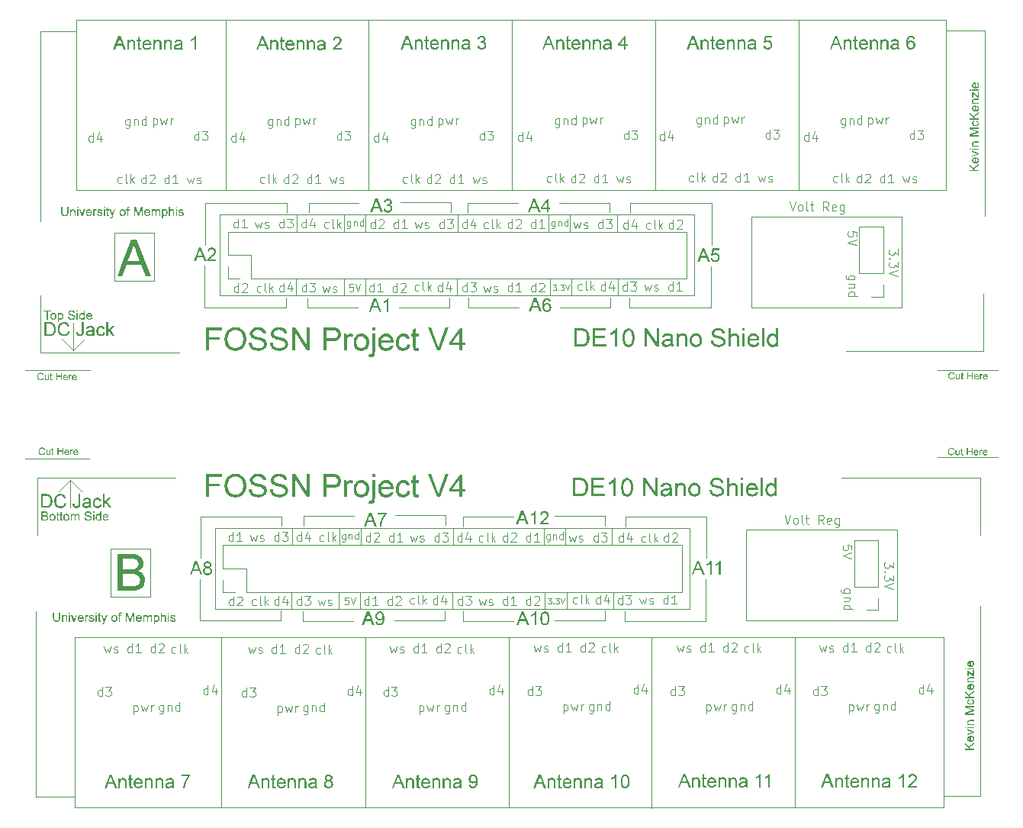
<source format=gbr>
%TF.GenerationSoftware,KiCad,Pcbnew,8.0.0*%
%TF.CreationDate,2024-05-23T14:56:37-05:00*%
%TF.ProjectId,antenna_connector,616e7465-6e6e-4615-9f63-6f6e6e656374,rev?*%
%TF.SameCoordinates,Original*%
%TF.FileFunction,Legend,Top*%
%TF.FilePolarity,Positive*%
%FSLAX46Y46*%
G04 Gerber Fmt 4.6, Leading zero omitted, Abs format (unit mm)*
G04 Created by KiCad (PCBNEW 8.0.0) date 2024-05-23 14:56:37*
%MOMM*%
%LPD*%
G01*
G04 APERTURE LIST*
%ADD10C,0.100000*%
%ADD11C,0.120000*%
G04 APERTURE END LIST*
D10*
X195350000Y-141475000D02*
X191360000Y-141475000D01*
X130890000Y-87270000D02*
X136470000Y-87270000D01*
X117770000Y-120940000D02*
X117770000Y-122020000D01*
X136470000Y-86190000D02*
X136470000Y-87270000D01*
X136040000Y-110360000D02*
X130460000Y-110360000D01*
X165540000Y-75730000D02*
X165540000Y-80340000D01*
X94360000Y-109490000D02*
X94360000Y-106440000D01*
X110440000Y-111730000D02*
X163110000Y-111730000D01*
X117835000Y-111540000D02*
X117835000Y-110460000D01*
X136580000Y-75600000D02*
X131000000Y-75600000D01*
X96470000Y-104020000D02*
X89360000Y-104020000D01*
X90550000Y-141585000D02*
X94860000Y-141585000D01*
X156445000Y-86210000D02*
X156445000Y-87290000D01*
X95070000Y-55370000D02*
X191540000Y-55370000D01*
X191540000Y-74250000D01*
X95070000Y-74250000D01*
X95070000Y-55370000D01*
X94720000Y-92040000D02*
X95970000Y-90790000D01*
X94840000Y-123905000D02*
X191310000Y-123905000D01*
X191310000Y-142785000D01*
X94840000Y-142785000D01*
X94840000Y-123905000D01*
X137310000Y-84120000D02*
X137310000Y-85970000D01*
X91080000Y-56640000D02*
X91080000Y-77710000D01*
X195880000Y-77110000D02*
X195880000Y-56530000D01*
X109280000Y-87260000D02*
X109280000Y-82650000D01*
X153690000Y-110410000D02*
X148110000Y-110410000D01*
X136830000Y-111730000D02*
X136830000Y-113650000D01*
X159270000Y-55390000D02*
X159270000Y-74250000D01*
X164935000Y-122050000D02*
X164935000Y-117440000D01*
X149860000Y-77000000D02*
X149860000Y-78870000D01*
X138000000Y-120990000D02*
X138000000Y-122070000D01*
X195880000Y-56530000D02*
X191570000Y-56530000D01*
X148710000Y-87250000D02*
X154290000Y-87250000D01*
X119450000Y-85970000D02*
X119450000Y-84090000D01*
X108805000Y-110460000D02*
X117835000Y-110460000D01*
X138540000Y-86230000D02*
X138540000Y-87310000D01*
X149990000Y-84080000D02*
X149990000Y-85950000D01*
X125870000Y-110420000D02*
X120290000Y-110420000D01*
X118375000Y-76780000D02*
X118375000Y-75700000D01*
X91080000Y-85900000D02*
X91080000Y-92310000D01*
X137370000Y-76970000D02*
X137370000Y-78890000D01*
X124760000Y-77000000D02*
X124760000Y-78840000D01*
X156510000Y-75730000D02*
X165540000Y-75730000D01*
X149450000Y-118840000D02*
X149450000Y-120710000D01*
X195350000Y-141475000D02*
X195350000Y-120405000D01*
X94360000Y-106440000D02*
X93110000Y-107690000D01*
X96530000Y-94250000D02*
X89330000Y-94250000D01*
X174780000Y-142785000D02*
X174780000Y-123905000D01*
X127110000Y-142765000D02*
X127110000Y-123905000D01*
X149320000Y-111760000D02*
X149320000Y-113630000D01*
X163090000Y-120730000D02*
X118910000Y-120730000D01*
X126610000Y-111750000D02*
X126610000Y-113620000D01*
X90550000Y-121005000D02*
X90550000Y-141585000D01*
X110980000Y-85970000D02*
X110980000Y-76970000D01*
X158910000Y-142795000D02*
X158910000Y-123905000D01*
X138540000Y-87310000D02*
X144120000Y-87310000D01*
X109345000Y-75700000D02*
X109345000Y-80310000D01*
X127150000Y-76990000D02*
X127150000Y-78860000D01*
X126410000Y-75660000D02*
X120830000Y-75660000D01*
X165475000Y-87290000D02*
X156445000Y-87290000D01*
X91080000Y-92310000D02*
X106470000Y-92310000D01*
X99260000Y-79000000D02*
X103680000Y-79000000D01*
X103680000Y-84350000D01*
X99260000Y-84350000D01*
X99260000Y-79000000D01*
X111170000Y-142765000D02*
X111170000Y-123905000D01*
X154230000Y-75650000D02*
X148650000Y-75650000D01*
X118310000Y-86180000D02*
X118310000Y-87260000D01*
X120720000Y-87330000D02*
X126300000Y-87330000D01*
X108805000Y-110460000D02*
X108805000Y-115070000D01*
X154290000Y-86170000D02*
X154290000Y-87250000D01*
X155970000Y-110490000D02*
X165000000Y-110490000D01*
X180440000Y-92140000D02*
X195720000Y-92140000D01*
X90750000Y-106145000D02*
X90750000Y-112555000D01*
X130350000Y-122030000D02*
X135930000Y-122030000D01*
X144060000Y-75710000D02*
X138480000Y-75710000D01*
X164935000Y-122050000D02*
X155905000Y-122050000D01*
X94720000Y-92040000D02*
X93440000Y-90760000D01*
X197340000Y-103900000D02*
X190620000Y-103900000D01*
X118910000Y-120730000D02*
X118910000Y-118850000D01*
X110980000Y-76970000D02*
X163650000Y-76970000D01*
X124190000Y-118850000D02*
X124190000Y-120690000D01*
X169398494Y-111958494D02*
X186150000Y-111958494D01*
X186150000Y-122040000D01*
X169398494Y-122040000D01*
X169398494Y-111958494D01*
X106030000Y-106145000D02*
X90750000Y-106145000D01*
X95970000Y-90790000D02*
X94720000Y-92040000D01*
X165475000Y-87290000D02*
X165475000Y-82680000D01*
X163110000Y-120730000D02*
X163110000Y-111730000D01*
X155050000Y-76980000D02*
X155050000Y-78820000D01*
X119010000Y-111740000D02*
X119010000Y-113610000D01*
X156510000Y-76810000D02*
X156510000Y-75730000D01*
X124220000Y-111760000D02*
X124220000Y-113600000D01*
X138480000Y-76790000D02*
X138480000Y-75710000D01*
X155970000Y-111570000D02*
X155970000Y-110490000D01*
X153690000Y-111490000D02*
X153690000Y-110410000D01*
X119550000Y-76980000D02*
X119550000Y-78850000D01*
X197320000Y-94240000D02*
X190620000Y-94240000D01*
X148170000Y-122010000D02*
X153750000Y-122010000D01*
X108740000Y-122020000D02*
X108740000Y-117410000D01*
X94360000Y-106440000D02*
X95640000Y-107720000D01*
X126580000Y-118840000D02*
X126580000Y-120710000D01*
X109345000Y-75700000D02*
X118375000Y-75700000D01*
X135930000Y-120950000D02*
X135930000Y-122030000D01*
X138000000Y-122070000D02*
X143580000Y-122070000D01*
X155905000Y-120970000D02*
X155905000Y-122050000D01*
X127120000Y-84080000D02*
X127120000Y-85950000D01*
X143350000Y-55370000D02*
X143350000Y-74250000D01*
X127470000Y-55360000D02*
X127470000Y-74250000D01*
X155170000Y-85950000D02*
X155170000Y-84080000D01*
X93110000Y-107690000D02*
X94360000Y-106440000D01*
X118910000Y-120730000D02*
X110440000Y-120730000D01*
X98820000Y-114035000D02*
X103240000Y-114035000D01*
X103240000Y-119385000D01*
X98820000Y-119385000D01*
X98820000Y-114035000D01*
X136040000Y-111440000D02*
X136040000Y-110360000D01*
X118310000Y-87260000D02*
X109280000Y-87260000D01*
X120180000Y-122090000D02*
X125760000Y-122090000D01*
X154510000Y-111740000D02*
X154510000Y-113580000D01*
X195720000Y-92140000D02*
X195720000Y-85730000D01*
X120720000Y-86250000D02*
X120720000Y-87330000D01*
X120180000Y-121010000D02*
X120180000Y-122090000D01*
X147470000Y-77010000D02*
X147470000Y-78850000D01*
X147600000Y-84090000D02*
X147600000Y-85930000D01*
X136770000Y-118880000D02*
X136770000Y-120730000D01*
X154630000Y-120710000D02*
X154630000Y-118840000D01*
X154230000Y-76730000D02*
X154230000Y-75650000D01*
X195350000Y-106145000D02*
X179960000Y-106145000D01*
X163630000Y-85970000D02*
X119450000Y-85970000D01*
X111600000Y-55370000D02*
X111600000Y-74250000D01*
X163650000Y-85970000D02*
X163650000Y-76970000D01*
X136580000Y-76680000D02*
X136580000Y-75600000D01*
X91080000Y-56640000D02*
X95070000Y-56640000D01*
X120290000Y-111500000D02*
X120290000Y-110420000D01*
X120830000Y-76740000D02*
X120830000Y-75660000D01*
X165000000Y-110490000D02*
X165000000Y-115100000D01*
X110440000Y-120730000D02*
X110440000Y-111730000D01*
X143520000Y-110470000D02*
X137940000Y-110470000D01*
X94720000Y-88990000D02*
X94720000Y-92040000D01*
X146930000Y-111770000D02*
X146930000Y-113610000D01*
X195350000Y-112555000D02*
X195350000Y-106145000D01*
X143030000Y-142785000D02*
X143030000Y-123905000D01*
X147060000Y-118850000D02*
X147060000Y-120690000D01*
X153750000Y-120930000D02*
X153750000Y-122010000D01*
X117770000Y-122020000D02*
X108740000Y-122020000D01*
X124730000Y-84090000D02*
X124730000Y-85930000D01*
X119450000Y-85970000D02*
X110980000Y-85970000D01*
X175210000Y-55390000D02*
X175210000Y-74250000D01*
X169938494Y-77198494D02*
X186690000Y-77198494D01*
X186690000Y-87280000D01*
X169938494Y-87280000D01*
X169938494Y-77198494D01*
X137940000Y-111550000D02*
X137940000Y-110470000D01*
X147782455Y-73334800D02*
X147687217Y-73382419D01*
X147687217Y-73382419D02*
X147496741Y-73382419D01*
X147496741Y-73382419D02*
X147401503Y-73334800D01*
X147401503Y-73334800D02*
X147353884Y-73287180D01*
X147353884Y-73287180D02*
X147306265Y-73191942D01*
X147306265Y-73191942D02*
X147306265Y-72906228D01*
X147306265Y-72906228D02*
X147353884Y-72810990D01*
X147353884Y-72810990D02*
X147401503Y-72763371D01*
X147401503Y-72763371D02*
X147496741Y-72715752D01*
X147496741Y-72715752D02*
X147687217Y-72715752D01*
X147687217Y-72715752D02*
X147782455Y-72763371D01*
X148353884Y-73382419D02*
X148258646Y-73334800D01*
X148258646Y-73334800D02*
X148211027Y-73239561D01*
X148211027Y-73239561D02*
X148211027Y-72382419D01*
X148734837Y-73382419D02*
X148734837Y-72382419D01*
X148830075Y-73001466D02*
X149115789Y-73382419D01*
X149115789Y-72715752D02*
X148734837Y-73096704D01*
X181106074Y-114150074D02*
X181106074Y-113673884D01*
X181106074Y-113673884D02*
X180629884Y-113626265D01*
X180629884Y-113626265D02*
X180677503Y-113673884D01*
X180677503Y-113673884D02*
X180725122Y-113769122D01*
X180725122Y-113769122D02*
X180725122Y-114007217D01*
X180725122Y-114007217D02*
X180677503Y-114102455D01*
X180677503Y-114102455D02*
X180629884Y-114150074D01*
X180629884Y-114150074D02*
X180534646Y-114197693D01*
X180534646Y-114197693D02*
X180296551Y-114197693D01*
X180296551Y-114197693D02*
X180201313Y-114150074D01*
X180201313Y-114150074D02*
X180153694Y-114102455D01*
X180153694Y-114102455D02*
X180106074Y-114007217D01*
X180106074Y-114007217D02*
X180106074Y-113769122D01*
X180106074Y-113769122D02*
X180153694Y-113673884D01*
X180153694Y-113673884D02*
X180201313Y-113626265D01*
X181106074Y-114483408D02*
X180106074Y-114816741D01*
X180106074Y-114816741D02*
X181106074Y-115150074D01*
X130082455Y-120332419D02*
X130082455Y-119332419D01*
X130082455Y-120284800D02*
X129987217Y-120332419D01*
X129987217Y-120332419D02*
X129796741Y-120332419D01*
X129796741Y-120332419D02*
X129701503Y-120284800D01*
X129701503Y-120284800D02*
X129653884Y-120237180D01*
X129653884Y-120237180D02*
X129606265Y-120141942D01*
X129606265Y-120141942D02*
X129606265Y-119856228D01*
X129606265Y-119856228D02*
X129653884Y-119760990D01*
X129653884Y-119760990D02*
X129701503Y-119713371D01*
X129701503Y-119713371D02*
X129796741Y-119665752D01*
X129796741Y-119665752D02*
X129987217Y-119665752D01*
X129987217Y-119665752D02*
X130082455Y-119713371D01*
X130511027Y-119427657D02*
X130558646Y-119380038D01*
X130558646Y-119380038D02*
X130653884Y-119332419D01*
X130653884Y-119332419D02*
X130891979Y-119332419D01*
X130891979Y-119332419D02*
X130987217Y-119380038D01*
X130987217Y-119380038D02*
X131034836Y-119427657D01*
X131034836Y-119427657D02*
X131082455Y-119522895D01*
X131082455Y-119522895D02*
X131082455Y-119618133D01*
X131082455Y-119618133D02*
X131034836Y-119760990D01*
X131034836Y-119760990D02*
X130463408Y-120332419D01*
X130463408Y-120332419D02*
X131082455Y-120332419D01*
X164372455Y-66225752D02*
X164372455Y-67035276D01*
X164372455Y-67035276D02*
X164324836Y-67130514D01*
X164324836Y-67130514D02*
X164277217Y-67178133D01*
X164277217Y-67178133D02*
X164181979Y-67225752D01*
X164181979Y-67225752D02*
X164039122Y-67225752D01*
X164039122Y-67225752D02*
X163943884Y-67178133D01*
X164372455Y-66844800D02*
X164277217Y-66892419D01*
X164277217Y-66892419D02*
X164086741Y-66892419D01*
X164086741Y-66892419D02*
X163991503Y-66844800D01*
X163991503Y-66844800D02*
X163943884Y-66797180D01*
X163943884Y-66797180D02*
X163896265Y-66701942D01*
X163896265Y-66701942D02*
X163896265Y-66416228D01*
X163896265Y-66416228D02*
X163943884Y-66320990D01*
X163943884Y-66320990D02*
X163991503Y-66273371D01*
X163991503Y-66273371D02*
X164086741Y-66225752D01*
X164086741Y-66225752D02*
X164277217Y-66225752D01*
X164277217Y-66225752D02*
X164372455Y-66273371D01*
X164848646Y-66225752D02*
X164848646Y-66892419D01*
X164848646Y-66320990D02*
X164896265Y-66273371D01*
X164896265Y-66273371D02*
X164991503Y-66225752D01*
X164991503Y-66225752D02*
X165134360Y-66225752D01*
X165134360Y-66225752D02*
X165229598Y-66273371D01*
X165229598Y-66273371D02*
X165277217Y-66368609D01*
X165277217Y-66368609D02*
X165277217Y-66892419D01*
X166181979Y-66892419D02*
X166181979Y-65892419D01*
X166181979Y-66844800D02*
X166086741Y-66892419D01*
X166086741Y-66892419D02*
X165896265Y-66892419D01*
X165896265Y-66892419D02*
X165801027Y-66844800D01*
X165801027Y-66844800D02*
X165753408Y-66797180D01*
X165753408Y-66797180D02*
X165705789Y-66701942D01*
X165705789Y-66701942D02*
X165705789Y-66416228D01*
X165705789Y-66416228D02*
X165753408Y-66320990D01*
X165753408Y-66320990D02*
X165801027Y-66273371D01*
X165801027Y-66273371D02*
X165896265Y-66225752D01*
X165896265Y-66225752D02*
X166086741Y-66225752D01*
X166086741Y-66225752D02*
X166181979Y-66273371D01*
X180625312Y-125481418D02*
X180625312Y-124481418D01*
X180625312Y-125433799D02*
X180530074Y-125481418D01*
X180530074Y-125481418D02*
X180339598Y-125481418D01*
X180339598Y-125481418D02*
X180244360Y-125433799D01*
X180244360Y-125433799D02*
X180196741Y-125386179D01*
X180196741Y-125386179D02*
X180149122Y-125290941D01*
X180149122Y-125290941D02*
X180149122Y-125005227D01*
X180149122Y-125005227D02*
X180196741Y-124909989D01*
X180196741Y-124909989D02*
X180244360Y-124862370D01*
X180244360Y-124862370D02*
X180339598Y-124814751D01*
X180339598Y-124814751D02*
X180530074Y-124814751D01*
X180530074Y-124814751D02*
X180625312Y-124862370D01*
X181625312Y-125481418D02*
X181053884Y-125481418D01*
X181339598Y-125481418D02*
X181339598Y-124481418D01*
X181339598Y-124481418D02*
X181244360Y-124624275D01*
X181244360Y-124624275D02*
X181149122Y-124719513D01*
X181149122Y-124719513D02*
X181053884Y-124767132D01*
G36*
X146690502Y-87755000D02*
G01*
X146462990Y-87755000D01*
X146286769Y-87286053D01*
X145655157Y-87286053D01*
X145489193Y-87755000D01*
X145277069Y-87755000D01*
X145526895Y-87098475D01*
X145712676Y-87098475D01*
X146224853Y-87098475D01*
X146067316Y-86714891D01*
X146037511Y-86635468D01*
X146011247Y-86564214D01*
X145985567Y-86492784D01*
X145959972Y-86418503D01*
X145941985Y-86490077D01*
X145920172Y-86564665D01*
X145894535Y-86642267D01*
X145878639Y-86686681D01*
X145712676Y-87098475D01*
X145526895Y-87098475D01*
X145857023Y-86230924D01*
X146072445Y-86230924D01*
X146690502Y-87755000D01*
G37*
G36*
X147375820Y-86235991D02*
G01*
X147453885Y-86254189D01*
X147523843Y-86285622D01*
X147585696Y-86330289D01*
X147592857Y-86336803D01*
X147644125Y-86394803D01*
X147683990Y-86462924D01*
X147712452Y-86541166D01*
X147728002Y-86617930D01*
X147729511Y-86629528D01*
X147545230Y-86652976D01*
X147523712Y-86580487D01*
X147488844Y-86513205D01*
X147475254Y-86496538D01*
X147413757Y-86448985D01*
X147342470Y-86423380D01*
X147289508Y-86418503D01*
X147216067Y-86427198D01*
X147146564Y-86455813D01*
X147133803Y-86463932D01*
X147073335Y-86515246D01*
X147027049Y-86575680D01*
X146995683Y-86634658D01*
X146971247Y-86706615D01*
X146955900Y-86785515D01*
X146947392Y-86866085D01*
X146943756Y-86943713D01*
X146943293Y-86971346D01*
X146988094Y-86912614D01*
X147044070Y-86859909D01*
X147107058Y-86819672D01*
X147174844Y-86791513D01*
X147251162Y-86774125D01*
X147310024Y-86770212D01*
X147388498Y-86776769D01*
X147461713Y-86796439D01*
X147529669Y-86829222D01*
X147592365Y-86875118D01*
X147625830Y-86907233D01*
X147676650Y-86970858D01*
X147714988Y-87042162D01*
X147740844Y-87121145D01*
X147753071Y-87194956D01*
X147756256Y-87260774D01*
X147751387Y-87339374D01*
X147736781Y-87414845D01*
X147712438Y-87487185D01*
X147694706Y-87526022D01*
X147656640Y-87590332D01*
X147605778Y-87651182D01*
X147545900Y-87700871D01*
X147526179Y-87713600D01*
X147456491Y-87747797D01*
X147381150Y-87769328D01*
X147300156Y-87778194D01*
X147283279Y-87778447D01*
X147199439Y-87772432D01*
X147121575Y-87754387D01*
X147049688Y-87724312D01*
X146983777Y-87682207D01*
X146923842Y-87628073D01*
X146905191Y-87607355D01*
X146855513Y-87535403D01*
X146821966Y-87463538D01*
X146795557Y-87380850D01*
X146779569Y-87306907D01*
X146772640Y-87257843D01*
X146972236Y-87257843D01*
X146980020Y-87333377D01*
X147003371Y-87406106D01*
X147012903Y-87426371D01*
X147054727Y-87489282D01*
X147113390Y-87540502D01*
X147126842Y-87548736D01*
X147197065Y-87578978D01*
X147270346Y-87590704D01*
X147280348Y-87590868D01*
X147357261Y-87580608D01*
X147426294Y-87549828D01*
X147482215Y-87504040D01*
X147526844Y-87443461D01*
X147554944Y-87370718D01*
X147566101Y-87294848D01*
X147566845Y-87267369D01*
X147560238Y-87191219D01*
X147537397Y-87117960D01*
X147493429Y-87051178D01*
X147483314Y-87040589D01*
X147420778Y-86993449D01*
X147348026Y-86965877D01*
X147273021Y-86957791D01*
X147198203Y-86965877D01*
X147124498Y-86993449D01*
X147059797Y-87040589D01*
X147009945Y-87103617D01*
X146980787Y-87178853D01*
X146972236Y-87257843D01*
X146772640Y-87257843D01*
X146768148Y-87226038D01*
X146761296Y-87138242D01*
X146759012Y-87043520D01*
X146760435Y-86963263D01*
X146764705Y-86887217D01*
X146774826Y-86792375D01*
X146790007Y-86705020D01*
X146810249Y-86625152D01*
X146835551Y-86552772D01*
X146874294Y-86472827D01*
X146920945Y-86404581D01*
X146977278Y-86345565D01*
X147040489Y-86298759D01*
X147110577Y-86264163D01*
X147187544Y-86241778D01*
X147271388Y-86231602D01*
X147300865Y-86230924D01*
X147375820Y-86235991D01*
G37*
X113915312Y-130461418D02*
X113915312Y-129461418D01*
X113915312Y-130413799D02*
X113820074Y-130461418D01*
X113820074Y-130461418D02*
X113629598Y-130461418D01*
X113629598Y-130461418D02*
X113534360Y-130413799D01*
X113534360Y-130413799D02*
X113486741Y-130366179D01*
X113486741Y-130366179D02*
X113439122Y-130270941D01*
X113439122Y-130270941D02*
X113439122Y-129985227D01*
X113439122Y-129985227D02*
X113486741Y-129889989D01*
X113486741Y-129889989D02*
X113534360Y-129842370D01*
X113534360Y-129842370D02*
X113629598Y-129794751D01*
X113629598Y-129794751D02*
X113820074Y-129794751D01*
X113820074Y-129794751D02*
X113915312Y-129842370D01*
X114296265Y-129461418D02*
X114915312Y-129461418D01*
X114915312Y-129461418D02*
X114581979Y-129842370D01*
X114581979Y-129842370D02*
X114724836Y-129842370D01*
X114724836Y-129842370D02*
X114820074Y-129889989D01*
X114820074Y-129889989D02*
X114867693Y-129937608D01*
X114867693Y-129937608D02*
X114915312Y-130032846D01*
X114915312Y-130032846D02*
X114915312Y-130270941D01*
X114915312Y-130270941D02*
X114867693Y-130366179D01*
X114867693Y-130366179D02*
X114820074Y-130413799D01*
X114820074Y-130413799D02*
X114724836Y-130461418D01*
X114724836Y-130461418D02*
X114439122Y-130461418D01*
X114439122Y-130461418D02*
X114343884Y-130413799D01*
X114343884Y-130413799D02*
X114296265Y-130366179D01*
X157558646Y-119515752D02*
X157749122Y-120182419D01*
X157749122Y-120182419D02*
X157939598Y-119706228D01*
X157939598Y-119706228D02*
X158130074Y-120182419D01*
X158130074Y-120182419D02*
X158320550Y-119515752D01*
X158653884Y-120134800D02*
X158749122Y-120182419D01*
X158749122Y-120182419D02*
X158939598Y-120182419D01*
X158939598Y-120182419D02*
X159034836Y-120134800D01*
X159034836Y-120134800D02*
X159082455Y-120039561D01*
X159082455Y-120039561D02*
X159082455Y-119991942D01*
X159082455Y-119991942D02*
X159034836Y-119896704D01*
X159034836Y-119896704D02*
X158939598Y-119849085D01*
X158939598Y-119849085D02*
X158796741Y-119849085D01*
X158796741Y-119849085D02*
X158701503Y-119801466D01*
X158701503Y-119801466D02*
X158653884Y-119706228D01*
X158653884Y-119706228D02*
X158653884Y-119658609D01*
X158653884Y-119658609D02*
X158701503Y-119563371D01*
X158701503Y-119563371D02*
X158796741Y-119515752D01*
X158796741Y-119515752D02*
X158939598Y-119515752D01*
X158939598Y-119515752D02*
X159034836Y-119563371D01*
X180812455Y-131344751D02*
X180812455Y-132344751D01*
X180812455Y-131392370D02*
X180907693Y-131344751D01*
X180907693Y-131344751D02*
X181098169Y-131344751D01*
X181098169Y-131344751D02*
X181193407Y-131392370D01*
X181193407Y-131392370D02*
X181241026Y-131439989D01*
X181241026Y-131439989D02*
X181288645Y-131535227D01*
X181288645Y-131535227D02*
X181288645Y-131820941D01*
X181288645Y-131820941D02*
X181241026Y-131916179D01*
X181241026Y-131916179D02*
X181193407Y-131963799D01*
X181193407Y-131963799D02*
X181098169Y-132011418D01*
X181098169Y-132011418D02*
X180907693Y-132011418D01*
X180907693Y-132011418D02*
X180812455Y-131963799D01*
X181621979Y-131344751D02*
X181812455Y-132011418D01*
X181812455Y-132011418D02*
X182002931Y-131535227D01*
X182002931Y-131535227D02*
X182193407Y-132011418D01*
X182193407Y-132011418D02*
X182383883Y-131344751D01*
X182764836Y-132011418D02*
X182764836Y-131344751D01*
X182764836Y-131535227D02*
X182812455Y-131439989D01*
X182812455Y-131439989D02*
X182860074Y-131392370D01*
X182860074Y-131392370D02*
X182955312Y-131344751D01*
X182955312Y-131344751D02*
X183050550Y-131344751D01*
X145992455Y-85542419D02*
X145992455Y-84542419D01*
X145992455Y-85494800D02*
X145897217Y-85542419D01*
X145897217Y-85542419D02*
X145706741Y-85542419D01*
X145706741Y-85542419D02*
X145611503Y-85494800D01*
X145611503Y-85494800D02*
X145563884Y-85447180D01*
X145563884Y-85447180D02*
X145516265Y-85351942D01*
X145516265Y-85351942D02*
X145516265Y-85066228D01*
X145516265Y-85066228D02*
X145563884Y-84970990D01*
X145563884Y-84970990D02*
X145611503Y-84923371D01*
X145611503Y-84923371D02*
X145706741Y-84875752D01*
X145706741Y-84875752D02*
X145897217Y-84875752D01*
X145897217Y-84875752D02*
X145992455Y-84923371D01*
X146421027Y-84637657D02*
X146468646Y-84590038D01*
X146468646Y-84590038D02*
X146563884Y-84542419D01*
X146563884Y-84542419D02*
X146801979Y-84542419D01*
X146801979Y-84542419D02*
X146897217Y-84590038D01*
X146897217Y-84590038D02*
X146944836Y-84637657D01*
X146944836Y-84637657D02*
X146992455Y-84732895D01*
X146992455Y-84732895D02*
X146992455Y-84828133D01*
X146992455Y-84828133D02*
X146944836Y-84970990D01*
X146944836Y-84970990D02*
X146373408Y-85542419D01*
X146373408Y-85542419D02*
X146992455Y-85542419D01*
X118052455Y-78442419D02*
X118052455Y-77442419D01*
X118052455Y-78394800D02*
X117957217Y-78442419D01*
X117957217Y-78442419D02*
X117766741Y-78442419D01*
X117766741Y-78442419D02*
X117671503Y-78394800D01*
X117671503Y-78394800D02*
X117623884Y-78347180D01*
X117623884Y-78347180D02*
X117576265Y-78251942D01*
X117576265Y-78251942D02*
X117576265Y-77966228D01*
X117576265Y-77966228D02*
X117623884Y-77870990D01*
X117623884Y-77870990D02*
X117671503Y-77823371D01*
X117671503Y-77823371D02*
X117766741Y-77775752D01*
X117766741Y-77775752D02*
X117957217Y-77775752D01*
X117957217Y-77775752D02*
X118052455Y-77823371D01*
X118433408Y-77442419D02*
X119052455Y-77442419D01*
X119052455Y-77442419D02*
X118719122Y-77823371D01*
X118719122Y-77823371D02*
X118861979Y-77823371D01*
X118861979Y-77823371D02*
X118957217Y-77870990D01*
X118957217Y-77870990D02*
X119004836Y-77918609D01*
X119004836Y-77918609D02*
X119052455Y-78013847D01*
X119052455Y-78013847D02*
X119052455Y-78251942D01*
X119052455Y-78251942D02*
X119004836Y-78347180D01*
X119004836Y-78347180D02*
X118957217Y-78394800D01*
X118957217Y-78394800D02*
X118861979Y-78442419D01*
X118861979Y-78442419D02*
X118576265Y-78442419D01*
X118576265Y-78442419D02*
X118481027Y-78394800D01*
X118481027Y-78394800D02*
X118433408Y-78347180D01*
G36*
X163246671Y-140517997D02*
G01*
X163019159Y-140517997D01*
X162842938Y-140049050D01*
X162211326Y-140049050D01*
X162045362Y-140517997D01*
X161833238Y-140517997D01*
X162083064Y-139861472D01*
X162268845Y-139861472D01*
X162781022Y-139861472D01*
X162623485Y-139477888D01*
X162593680Y-139398465D01*
X162567416Y-139327211D01*
X162541736Y-139255781D01*
X162516141Y-139181500D01*
X162498154Y-139253074D01*
X162476341Y-139327662D01*
X162450704Y-139405264D01*
X162434808Y-139449678D01*
X162268845Y-139861472D01*
X162083064Y-139861472D01*
X162413192Y-138993921D01*
X162628614Y-138993921D01*
X163246671Y-140517997D01*
G37*
G36*
X163374898Y-140517997D02*
G01*
X163374898Y-139415973D01*
X163541594Y-139415973D01*
X163541594Y-139571678D01*
X163590568Y-139510794D01*
X163647090Y-139462507D01*
X163711159Y-139426816D01*
X163782776Y-139403722D01*
X163861941Y-139393225D01*
X163890007Y-139392525D01*
X163967717Y-139398451D01*
X164040107Y-139416228D01*
X164071723Y-139428429D01*
X164136428Y-139463872D01*
X164190627Y-139515026D01*
X164195921Y-139522218D01*
X164232876Y-139589926D01*
X164253806Y-139659971D01*
X164261811Y-139736881D01*
X164263974Y-139817690D01*
X164264065Y-139841322D01*
X164264065Y-140517997D01*
X164078684Y-140517997D01*
X164078684Y-139866601D01*
X164075645Y-139791227D01*
X164062135Y-139715252D01*
X164057069Y-139700638D01*
X164014183Y-139638134D01*
X163980132Y-139613077D01*
X163908028Y-139585546D01*
X163850806Y-139580104D01*
X163773259Y-139588805D01*
X163703333Y-139614910D01*
X163646374Y-139653743D01*
X163600972Y-139712683D01*
X163574488Y-139787816D01*
X163563306Y-139860718D01*
X163560279Y-139933279D01*
X163560279Y-140517997D01*
X163374898Y-140517997D01*
G37*
G36*
X164947700Y-140359727D02*
G01*
X164974445Y-140523492D01*
X164900256Y-140536956D01*
X164834494Y-140541444D01*
X164759834Y-140536304D01*
X164688530Y-140515868D01*
X164677690Y-140510303D01*
X164619123Y-140461068D01*
X164599654Y-140428604D01*
X164583350Y-140356653D01*
X164578027Y-140281405D01*
X164576940Y-140215746D01*
X164576940Y-139603551D01*
X164440652Y-139603551D01*
X164440652Y-139415973D01*
X164576940Y-139415973D01*
X164576940Y-139144863D01*
X164761221Y-139033855D01*
X164761221Y-139415973D01*
X164947700Y-139415973D01*
X164947700Y-139603551D01*
X164761221Y-139603551D01*
X164761221Y-140210251D01*
X164765323Y-140285790D01*
X164770746Y-140306971D01*
X164802620Y-140341409D01*
X164866367Y-140353865D01*
X164941458Y-140359017D01*
X164947700Y-140359727D01*
G37*
G36*
X165654743Y-139397896D02*
G01*
X165728537Y-139414009D01*
X165807467Y-139446384D01*
X165878683Y-139493380D01*
X165933587Y-139545299D01*
X165980899Y-139606956D01*
X166018423Y-139677345D01*
X166046158Y-139756467D01*
X166061793Y-139829072D01*
X166070630Y-139907742D01*
X166072805Y-139975045D01*
X166072072Y-140025603D01*
X165255813Y-140025603D01*
X165266025Y-140100456D01*
X165289666Y-140173553D01*
X165331025Y-140240973D01*
X165357662Y-140269235D01*
X165419536Y-140313864D01*
X165490211Y-140341964D01*
X165569688Y-140353535D01*
X165586640Y-140353865D01*
X165664494Y-140347396D01*
X165737384Y-140325958D01*
X165760663Y-140314664D01*
X165821724Y-140267690D01*
X165866804Y-140205399D01*
X165874968Y-140189734D01*
X166066943Y-140213181D01*
X166039397Y-140286844D01*
X166002188Y-140351759D01*
X165948778Y-140414333D01*
X165898782Y-140455348D01*
X165833317Y-140493015D01*
X165759289Y-140519920D01*
X165687489Y-140534634D01*
X165609132Y-140541108D01*
X165585540Y-140541444D01*
X165499043Y-140536227D01*
X165419526Y-140520578D01*
X165346990Y-140494496D01*
X165281435Y-140457981D01*
X165222861Y-140411034D01*
X165204888Y-140393066D01*
X165157077Y-140333088D01*
X165119159Y-140264713D01*
X165091132Y-140187940D01*
X165072997Y-140102768D01*
X165065441Y-140025378D01*
X165064204Y-139976144D01*
X165067675Y-139892508D01*
X165074987Y-139838024D01*
X165266071Y-139838024D01*
X165877166Y-139838024D01*
X165861487Y-139761054D01*
X165827176Y-139691310D01*
X165807191Y-139668031D01*
X165746626Y-139621663D01*
X165675758Y-139592469D01*
X165603166Y-139580877D01*
X165577114Y-139580104D01*
X165501365Y-139586973D01*
X165427133Y-139610398D01*
X165362425Y-139650446D01*
X165311699Y-139704182D01*
X165277396Y-139775640D01*
X165266071Y-139838024D01*
X165074987Y-139838024D01*
X165078086Y-139814936D01*
X165095438Y-139743429D01*
X165125423Y-139665625D01*
X165165402Y-139596554D01*
X165206353Y-139545666D01*
X165262635Y-139493622D01*
X165324867Y-139452346D01*
X165393049Y-139421837D01*
X165467182Y-139402097D01*
X165547265Y-139393124D01*
X165575282Y-139392525D01*
X165654743Y-139397896D01*
G37*
G36*
X166294089Y-140517997D02*
G01*
X166294089Y-139415973D01*
X166460785Y-139415973D01*
X166460785Y-139571678D01*
X166509759Y-139510794D01*
X166566280Y-139462507D01*
X166630350Y-139426816D01*
X166701967Y-139403722D01*
X166781132Y-139393225D01*
X166809197Y-139392525D01*
X166886908Y-139398451D01*
X166959298Y-139416228D01*
X166990914Y-139428429D01*
X167055619Y-139463872D01*
X167109818Y-139515026D01*
X167115111Y-139522218D01*
X167152067Y-139589926D01*
X167172997Y-139659971D01*
X167181001Y-139736881D01*
X167183165Y-139817690D01*
X167183255Y-139841322D01*
X167183255Y-140517997D01*
X166997875Y-140517997D01*
X166997875Y-139866601D01*
X166994835Y-139791227D01*
X166981325Y-139715252D01*
X166976259Y-139700638D01*
X166933373Y-139638134D01*
X166899323Y-139613077D01*
X166827219Y-139585546D01*
X166769996Y-139580104D01*
X166692450Y-139588805D01*
X166622523Y-139614910D01*
X166565565Y-139653743D01*
X166520163Y-139712683D01*
X166493678Y-139787816D01*
X166482496Y-139860718D01*
X166479469Y-139933279D01*
X166479469Y-140517997D01*
X166294089Y-140517997D01*
G37*
G36*
X167462058Y-140517997D02*
G01*
X167462058Y-139415973D01*
X167628754Y-139415973D01*
X167628754Y-139571678D01*
X167677728Y-139510794D01*
X167734250Y-139462507D01*
X167798319Y-139426816D01*
X167869936Y-139403722D01*
X167949101Y-139393225D01*
X167977166Y-139392525D01*
X168054877Y-139398451D01*
X168127267Y-139416228D01*
X168158883Y-139428429D01*
X168223588Y-139463872D01*
X168277787Y-139515026D01*
X168283081Y-139522218D01*
X168320036Y-139589926D01*
X168340966Y-139659971D01*
X168348970Y-139736881D01*
X168351134Y-139817690D01*
X168351224Y-139841322D01*
X168351224Y-140517997D01*
X168165844Y-140517997D01*
X168165844Y-139866601D01*
X168162804Y-139791227D01*
X168149295Y-139715252D01*
X168144229Y-139700638D01*
X168101342Y-139638134D01*
X168067292Y-139613077D01*
X167995188Y-139585546D01*
X167937965Y-139580104D01*
X167860419Y-139588805D01*
X167790492Y-139614910D01*
X167733534Y-139653743D01*
X167688132Y-139712683D01*
X167661648Y-139787816D01*
X167650465Y-139860718D01*
X167647439Y-139933279D01*
X167647439Y-140517997D01*
X167462058Y-140517997D01*
G37*
G36*
X169167135Y-139395163D02*
G01*
X169240408Y-139404279D01*
X169314734Y-139423813D01*
X169320258Y-139425865D01*
X169387968Y-139458332D01*
X169446242Y-139506619D01*
X169448852Y-139509762D01*
X169487543Y-139574690D01*
X169506737Y-139636890D01*
X169514143Y-139712264D01*
X169515861Y-139786728D01*
X169515896Y-139801022D01*
X169515896Y-140034029D01*
X169516309Y-140119849D01*
X169517545Y-140194308D01*
X169520476Y-140275916D01*
X169526200Y-140349525D01*
X169527620Y-140360460D01*
X169544026Y-140435947D01*
X169570575Y-140508537D01*
X169574881Y-140517997D01*
X169381074Y-140517997D01*
X169356216Y-140448367D01*
X169344072Y-140377313D01*
X169286772Y-140423806D01*
X169224533Y-140465609D01*
X169157805Y-140499608D01*
X169145868Y-140504441D01*
X169072418Y-140526990D01*
X168994949Y-140539131D01*
X168941071Y-140541444D01*
X168866190Y-140537184D01*
X168790359Y-140521882D01*
X168717474Y-140491366D01*
X168663733Y-140452417D01*
X168612728Y-140391946D01*
X168580614Y-140321814D01*
X168567391Y-140242023D01*
X168567013Y-140224905D01*
X168568465Y-140211716D01*
X168764850Y-140211716D01*
X168788990Y-140282860D01*
X168820903Y-140313199D01*
X168890238Y-140343699D01*
X168965590Y-140353508D01*
X168985401Y-140353865D01*
X169062337Y-140347580D01*
X169138243Y-140326585D01*
X169175910Y-140309169D01*
X169240515Y-140266163D01*
X169290903Y-140212147D01*
X169298642Y-140200359D01*
X169322934Y-140130292D01*
X169328684Y-140055278D01*
X169328684Y-140002156D01*
X169255647Y-140022256D01*
X169183050Y-140036944D01*
X169109197Y-140048783D01*
X169025701Y-140059675D01*
X168949348Y-140070305D01*
X168876717Y-140085921D01*
X168863768Y-140090083D01*
X168799143Y-140129737D01*
X168790495Y-140139542D01*
X168764875Y-140209250D01*
X168764850Y-140211716D01*
X168568465Y-140211716D01*
X168575063Y-140151795D01*
X168601395Y-140080732D01*
X168603649Y-140076528D01*
X168645873Y-140016077D01*
X168699270Y-139968816D01*
X168766570Y-139931192D01*
X168832993Y-139907267D01*
X168906710Y-139892007D01*
X168984290Y-139880756D01*
X168997857Y-139879057D01*
X169077915Y-139868530D01*
X169160800Y-139855337D01*
X169241657Y-139839056D01*
X169314941Y-139819208D01*
X169328684Y-139814577D01*
X169329417Y-139772812D01*
X169319389Y-139697979D01*
X169277027Y-139634326D01*
X169207851Y-139599219D01*
X169131466Y-139583493D01*
X169065635Y-139580104D01*
X168990580Y-139583646D01*
X168918177Y-139597247D01*
X168872561Y-139616374D01*
X168818339Y-139666291D01*
X168784118Y-139732959D01*
X168780237Y-139744235D01*
X168598887Y-139720788D01*
X168619572Y-139647901D01*
X168650827Y-139580238D01*
X168680219Y-139537606D01*
X168734642Y-139486309D01*
X168799583Y-139448295D01*
X168843984Y-139430261D01*
X168921767Y-139408777D01*
X168999390Y-139396984D01*
X169074880Y-139392673D01*
X169092379Y-139392525D01*
X169167135Y-139395163D01*
G37*
G36*
X171028248Y-140517997D02*
G01*
X170842868Y-140517997D01*
X170842868Y-139330244D01*
X170786711Y-139378380D01*
X170724915Y-139422596D01*
X170667013Y-139458837D01*
X170601189Y-139495796D01*
X170533824Y-139529260D01*
X170471741Y-139555191D01*
X170471741Y-139374940D01*
X170537986Y-139341250D01*
X170609100Y-139299141D01*
X170675315Y-139253185D01*
X170736630Y-139203383D01*
X170743949Y-139196887D01*
X170797942Y-139144909D01*
X170848503Y-139087419D01*
X170892037Y-139024765D01*
X170908813Y-138993921D01*
X171028248Y-138993921D01*
X171028248Y-140517997D01*
G37*
G36*
X172039413Y-140517997D02*
G01*
X171854033Y-140517997D01*
X171854033Y-139330244D01*
X171797876Y-139378380D01*
X171736080Y-139422596D01*
X171678178Y-139458837D01*
X171612354Y-139495796D01*
X171544989Y-139529260D01*
X171482906Y-139555191D01*
X171482906Y-139374940D01*
X171549151Y-139341250D01*
X171620266Y-139299141D01*
X171686480Y-139253185D01*
X171747795Y-139203383D01*
X171755115Y-139196887D01*
X171809108Y-139144909D01*
X171859668Y-139087419D01*
X171903202Y-139024765D01*
X171919979Y-138993921D01*
X172039413Y-138993921D01*
X172039413Y-140517997D01*
G37*
G36*
X164770502Y-116895000D02*
G01*
X164542990Y-116895000D01*
X164366769Y-116426053D01*
X163735157Y-116426053D01*
X163569193Y-116895000D01*
X163357069Y-116895000D01*
X163606895Y-116238475D01*
X163792676Y-116238475D01*
X164304853Y-116238475D01*
X164147316Y-115854891D01*
X164117511Y-115775468D01*
X164091247Y-115704214D01*
X164065567Y-115632784D01*
X164039972Y-115558503D01*
X164021985Y-115630077D01*
X164000172Y-115704665D01*
X163974535Y-115782267D01*
X163958639Y-115826681D01*
X163792676Y-116238475D01*
X163606895Y-116238475D01*
X163937023Y-115370924D01*
X164152445Y-115370924D01*
X164770502Y-116895000D01*
G37*
G36*
X165545729Y-116895000D02*
G01*
X165360348Y-116895000D01*
X165360348Y-115707247D01*
X165304192Y-115755383D01*
X165242396Y-115799599D01*
X165184494Y-115835840D01*
X165118670Y-115872799D01*
X165051305Y-115906263D01*
X164989221Y-115932194D01*
X164989221Y-115751943D01*
X165055466Y-115718253D01*
X165126581Y-115676144D01*
X165192796Y-115630188D01*
X165254110Y-115580386D01*
X165261430Y-115573890D01*
X165315423Y-115521912D01*
X165365983Y-115464422D01*
X165409518Y-115401768D01*
X165426294Y-115370924D01*
X165545729Y-115370924D01*
X165545729Y-116895000D01*
G37*
G36*
X166556894Y-116895000D02*
G01*
X166371514Y-116895000D01*
X166371514Y-115707247D01*
X166315357Y-115755383D01*
X166253561Y-115799599D01*
X166195659Y-115835840D01*
X166129835Y-115872799D01*
X166062470Y-115906263D01*
X166000387Y-115932194D01*
X166000387Y-115751943D01*
X166066632Y-115718253D01*
X166137747Y-115676144D01*
X166203961Y-115630188D01*
X166265276Y-115580386D01*
X166272595Y-115573890D01*
X166326588Y-115521912D01*
X166377149Y-115464422D01*
X166420683Y-115401768D01*
X166437459Y-115370924D01*
X166556894Y-115370924D01*
X166556894Y-116895000D01*
G37*
G36*
X103351339Y-83840000D02*
G01*
X102744640Y-83840000D01*
X102274717Y-82589476D01*
X100590418Y-82589476D01*
X100147850Y-83840000D01*
X99582184Y-83840000D01*
X100248388Y-82089267D01*
X100743803Y-82089267D01*
X102109609Y-82089267D01*
X101689511Y-81066378D01*
X101610030Y-80854582D01*
X101539992Y-80664572D01*
X101471513Y-80474093D01*
X101403258Y-80276008D01*
X101355293Y-80466872D01*
X101297127Y-80665774D01*
X101228760Y-80872712D01*
X101186371Y-80991151D01*
X100743803Y-82089267D01*
X100248388Y-82089267D01*
X101128729Y-79775799D01*
X101703189Y-79775799D01*
X103351339Y-83840000D01*
G37*
X156302455Y-68612419D02*
X156302455Y-67612419D01*
X156302455Y-68564800D02*
X156207217Y-68612419D01*
X156207217Y-68612419D02*
X156016741Y-68612419D01*
X156016741Y-68612419D02*
X155921503Y-68564800D01*
X155921503Y-68564800D02*
X155873884Y-68517180D01*
X155873884Y-68517180D02*
X155826265Y-68421942D01*
X155826265Y-68421942D02*
X155826265Y-68136228D01*
X155826265Y-68136228D02*
X155873884Y-68040990D01*
X155873884Y-68040990D02*
X155921503Y-67993371D01*
X155921503Y-67993371D02*
X156016741Y-67945752D01*
X156016741Y-67945752D02*
X156207217Y-67945752D01*
X156207217Y-67945752D02*
X156302455Y-67993371D01*
X156683408Y-67612419D02*
X157302455Y-67612419D01*
X157302455Y-67612419D02*
X156969122Y-67993371D01*
X156969122Y-67993371D02*
X157111979Y-67993371D01*
X157111979Y-67993371D02*
X157207217Y-68040990D01*
X157207217Y-68040990D02*
X157254836Y-68088609D01*
X157254836Y-68088609D02*
X157302455Y-68183847D01*
X157302455Y-68183847D02*
X157302455Y-68421942D01*
X157302455Y-68421942D02*
X157254836Y-68517180D01*
X157254836Y-68517180D02*
X157207217Y-68564800D01*
X157207217Y-68564800D02*
X157111979Y-68612419D01*
X157111979Y-68612419D02*
X156826265Y-68612419D01*
X156826265Y-68612419D02*
X156731027Y-68564800D01*
X156731027Y-68564800D02*
X156683408Y-68517180D01*
X120002455Y-120302419D02*
X120002455Y-119302419D01*
X120002455Y-120254800D02*
X119907217Y-120302419D01*
X119907217Y-120302419D02*
X119716741Y-120302419D01*
X119716741Y-120302419D02*
X119621503Y-120254800D01*
X119621503Y-120254800D02*
X119573884Y-120207180D01*
X119573884Y-120207180D02*
X119526265Y-120111942D01*
X119526265Y-120111942D02*
X119526265Y-119826228D01*
X119526265Y-119826228D02*
X119573884Y-119730990D01*
X119573884Y-119730990D02*
X119621503Y-119683371D01*
X119621503Y-119683371D02*
X119716741Y-119635752D01*
X119716741Y-119635752D02*
X119907217Y-119635752D01*
X119907217Y-119635752D02*
X120002455Y-119683371D01*
X120383408Y-119302419D02*
X121002455Y-119302419D01*
X121002455Y-119302419D02*
X120669122Y-119683371D01*
X120669122Y-119683371D02*
X120811979Y-119683371D01*
X120811979Y-119683371D02*
X120907217Y-119730990D01*
X120907217Y-119730990D02*
X120954836Y-119778609D01*
X120954836Y-119778609D02*
X121002455Y-119873847D01*
X121002455Y-119873847D02*
X121002455Y-120111942D01*
X121002455Y-120111942D02*
X120954836Y-120207180D01*
X120954836Y-120207180D02*
X120907217Y-120254800D01*
X120907217Y-120254800D02*
X120811979Y-120302419D01*
X120811979Y-120302419D02*
X120526265Y-120302419D01*
X120526265Y-120302419D02*
X120431027Y-120254800D01*
X120431027Y-120254800D02*
X120383408Y-120207180D01*
X119785312Y-125641418D02*
X119785312Y-124641418D01*
X119785312Y-125593799D02*
X119690074Y-125641418D01*
X119690074Y-125641418D02*
X119499598Y-125641418D01*
X119499598Y-125641418D02*
X119404360Y-125593799D01*
X119404360Y-125593799D02*
X119356741Y-125546179D01*
X119356741Y-125546179D02*
X119309122Y-125450941D01*
X119309122Y-125450941D02*
X119309122Y-125165227D01*
X119309122Y-125165227D02*
X119356741Y-125069989D01*
X119356741Y-125069989D02*
X119404360Y-125022370D01*
X119404360Y-125022370D02*
X119499598Y-124974751D01*
X119499598Y-124974751D02*
X119690074Y-124974751D01*
X119690074Y-124974751D02*
X119785312Y-125022370D01*
X120213884Y-124736656D02*
X120261503Y-124689037D01*
X120261503Y-124689037D02*
X120356741Y-124641418D01*
X120356741Y-124641418D02*
X120594836Y-124641418D01*
X120594836Y-124641418D02*
X120690074Y-124689037D01*
X120690074Y-124689037D02*
X120737693Y-124736656D01*
X120737693Y-124736656D02*
X120785312Y-124831894D01*
X120785312Y-124831894D02*
X120785312Y-124927132D01*
X120785312Y-124927132D02*
X120737693Y-125069989D01*
X120737693Y-125069989D02*
X120166265Y-125641418D01*
X120166265Y-125641418D02*
X120785312Y-125641418D01*
G36*
X109040502Y-116955000D02*
G01*
X108812990Y-116955000D01*
X108636769Y-116486053D01*
X108005157Y-116486053D01*
X107839193Y-116955000D01*
X107627069Y-116955000D01*
X107876895Y-116298475D01*
X108062676Y-116298475D01*
X108574853Y-116298475D01*
X108417316Y-115914891D01*
X108387511Y-115835468D01*
X108361247Y-115764214D01*
X108335567Y-115692784D01*
X108309972Y-115618503D01*
X108291985Y-115690077D01*
X108270172Y-115764665D01*
X108244535Y-115842267D01*
X108228639Y-115886681D01*
X108062676Y-116298475D01*
X107876895Y-116298475D01*
X108207023Y-115430924D01*
X108422445Y-115430924D01*
X109040502Y-116955000D01*
G37*
G36*
X109692463Y-115436236D02*
G01*
X109768027Y-115452172D01*
X109845284Y-115483393D01*
X109912832Y-115528490D01*
X109928203Y-115541933D01*
X109980936Y-115600459D01*
X110018603Y-115665031D01*
X110041203Y-115735648D01*
X110048736Y-115812309D01*
X110039606Y-115890471D01*
X110012216Y-115960047D01*
X109993415Y-115989263D01*
X109939272Y-116044602D01*
X109872442Y-116085595D01*
X109825987Y-116105034D01*
X109899023Y-116135962D01*
X109961510Y-116175990D01*
X110018569Y-116231138D01*
X110037745Y-116256343D01*
X110075999Y-116325537D01*
X110100085Y-116402602D01*
X110109648Y-116478691D01*
X110110286Y-116505471D01*
X110103729Y-116590078D01*
X110084059Y-116668550D01*
X110051276Y-116740886D01*
X110005379Y-116807086D01*
X109973265Y-116842159D01*
X109909164Y-116895264D01*
X109836753Y-116935325D01*
X109756032Y-116962343D01*
X109680229Y-116975119D01*
X109612397Y-116978447D01*
X109531630Y-116973643D01*
X109456944Y-116959230D01*
X109377493Y-116930271D01*
X109306316Y-116888234D01*
X109251894Y-116841793D01*
X109198504Y-116778621D01*
X109158228Y-116708997D01*
X109131065Y-116632922D01*
X109117015Y-116550396D01*
X109114874Y-116500341D01*
X109115271Y-116494846D01*
X109305750Y-116494846D01*
X109315092Y-116569493D01*
X109343119Y-116641758D01*
X109386465Y-116701387D01*
X109445751Y-116747009D01*
X109454860Y-116752034D01*
X109527079Y-116779908D01*
X109604289Y-116790717D01*
X109614961Y-116790868D01*
X109693536Y-116782890D01*
X109763024Y-116758955D01*
X109828964Y-116714195D01*
X109834413Y-116709169D01*
X109883639Y-116647511D01*
X109912432Y-116575376D01*
X109920875Y-116500708D01*
X109912146Y-116424895D01*
X109882377Y-116351501D01*
X109836982Y-116293870D01*
X109831482Y-116288583D01*
X109771476Y-116244340D01*
X109702740Y-116216484D01*
X109625274Y-116205013D01*
X109608733Y-116204685D01*
X109531353Y-116212807D01*
X109456318Y-116240502D01*
X109391845Y-116287850D01*
X109342828Y-116349666D01*
X109314157Y-116421265D01*
X109305750Y-116494846D01*
X109115271Y-116494846D01*
X109120786Y-116418553D01*
X109138522Y-116344648D01*
X109172095Y-116271776D01*
X109189612Y-116245352D01*
X109242513Y-116187413D01*
X109307793Y-116142283D01*
X109377130Y-116112617D01*
X109402470Y-116105034D01*
X109330186Y-116072920D01*
X109267426Y-116028407D01*
X109231378Y-115988531D01*
X109195322Y-115922015D01*
X109177648Y-115845704D01*
X109175969Y-115812676D01*
X109365467Y-115812676D01*
X109378650Y-115885224D01*
X109422035Y-115948948D01*
X109434344Y-115959954D01*
X109502785Y-115999023D01*
X109580403Y-116015712D01*
X109613862Y-116017107D01*
X109688686Y-116009121D01*
X109757537Y-115982447D01*
X109789351Y-115960321D01*
X109838525Y-115901448D01*
X109857794Y-115826229D01*
X109857861Y-115821102D01*
X109842324Y-115746768D01*
X109795715Y-115684510D01*
X109787152Y-115677121D01*
X109724255Y-115639168D01*
X109649870Y-115620563D01*
X109611664Y-115618503D01*
X109537080Y-115626540D01*
X109467793Y-115653386D01*
X109435443Y-115675655D01*
X109385216Y-115734227D01*
X109365535Y-115807706D01*
X109365467Y-115812676D01*
X109175969Y-115812676D01*
X109175690Y-115807180D01*
X109183086Y-115730679D01*
X109205274Y-115660543D01*
X109242254Y-115596773D01*
X109294026Y-115539368D01*
X109358254Y-115491924D01*
X109432237Y-115458035D01*
X109504973Y-115439502D01*
X109585178Y-115431348D01*
X109609466Y-115430924D01*
X109692463Y-115436236D01*
G37*
X128192455Y-78502419D02*
X128192455Y-77502419D01*
X128192455Y-78454800D02*
X128097217Y-78502419D01*
X128097217Y-78502419D02*
X127906741Y-78502419D01*
X127906741Y-78502419D02*
X127811503Y-78454800D01*
X127811503Y-78454800D02*
X127763884Y-78407180D01*
X127763884Y-78407180D02*
X127716265Y-78311942D01*
X127716265Y-78311942D02*
X127716265Y-78026228D01*
X127716265Y-78026228D02*
X127763884Y-77930990D01*
X127763884Y-77930990D02*
X127811503Y-77883371D01*
X127811503Y-77883371D02*
X127906741Y-77835752D01*
X127906741Y-77835752D02*
X128097217Y-77835752D01*
X128097217Y-77835752D02*
X128192455Y-77883371D01*
X128621027Y-77597657D02*
X128668646Y-77550038D01*
X128668646Y-77550038D02*
X128763884Y-77502419D01*
X128763884Y-77502419D02*
X129001979Y-77502419D01*
X129001979Y-77502419D02*
X129097217Y-77550038D01*
X129097217Y-77550038D02*
X129144836Y-77597657D01*
X129144836Y-77597657D02*
X129192455Y-77692895D01*
X129192455Y-77692895D02*
X129192455Y-77788133D01*
X129192455Y-77788133D02*
X129144836Y-77930990D01*
X129144836Y-77930990D02*
X128573408Y-78502419D01*
X128573408Y-78502419D02*
X129192455Y-78502419D01*
X132652455Y-66375752D02*
X132652455Y-67185276D01*
X132652455Y-67185276D02*
X132604836Y-67280514D01*
X132604836Y-67280514D02*
X132557217Y-67328133D01*
X132557217Y-67328133D02*
X132461979Y-67375752D01*
X132461979Y-67375752D02*
X132319122Y-67375752D01*
X132319122Y-67375752D02*
X132223884Y-67328133D01*
X132652455Y-66994800D02*
X132557217Y-67042419D01*
X132557217Y-67042419D02*
X132366741Y-67042419D01*
X132366741Y-67042419D02*
X132271503Y-66994800D01*
X132271503Y-66994800D02*
X132223884Y-66947180D01*
X132223884Y-66947180D02*
X132176265Y-66851942D01*
X132176265Y-66851942D02*
X132176265Y-66566228D01*
X132176265Y-66566228D02*
X132223884Y-66470990D01*
X132223884Y-66470990D02*
X132271503Y-66423371D01*
X132271503Y-66423371D02*
X132366741Y-66375752D01*
X132366741Y-66375752D02*
X132557217Y-66375752D01*
X132557217Y-66375752D02*
X132652455Y-66423371D01*
X133128646Y-66375752D02*
X133128646Y-67042419D01*
X133128646Y-66470990D02*
X133176265Y-66423371D01*
X133176265Y-66423371D02*
X133271503Y-66375752D01*
X133271503Y-66375752D02*
X133414360Y-66375752D01*
X133414360Y-66375752D02*
X133509598Y-66423371D01*
X133509598Y-66423371D02*
X133557217Y-66518609D01*
X133557217Y-66518609D02*
X133557217Y-67042419D01*
X134461979Y-67042419D02*
X134461979Y-66042419D01*
X134461979Y-66994800D02*
X134366741Y-67042419D01*
X134366741Y-67042419D02*
X134176265Y-67042419D01*
X134176265Y-67042419D02*
X134081027Y-66994800D01*
X134081027Y-66994800D02*
X134033408Y-66947180D01*
X134033408Y-66947180D02*
X133985789Y-66851942D01*
X133985789Y-66851942D02*
X133985789Y-66566228D01*
X133985789Y-66566228D02*
X134033408Y-66470990D01*
X134033408Y-66470990D02*
X134081027Y-66423371D01*
X134081027Y-66423371D02*
X134176265Y-66375752D01*
X134176265Y-66375752D02*
X134366741Y-66375752D01*
X134366741Y-66375752D02*
X134461979Y-66423371D01*
X114878646Y-77795752D02*
X115069122Y-78462419D01*
X115069122Y-78462419D02*
X115259598Y-77986228D01*
X115259598Y-77986228D02*
X115450074Y-78462419D01*
X115450074Y-78462419D02*
X115640550Y-77795752D01*
X115973884Y-78414800D02*
X116069122Y-78462419D01*
X116069122Y-78462419D02*
X116259598Y-78462419D01*
X116259598Y-78462419D02*
X116354836Y-78414800D01*
X116354836Y-78414800D02*
X116402455Y-78319561D01*
X116402455Y-78319561D02*
X116402455Y-78271942D01*
X116402455Y-78271942D02*
X116354836Y-78176704D01*
X116354836Y-78176704D02*
X116259598Y-78129085D01*
X116259598Y-78129085D02*
X116116741Y-78129085D01*
X116116741Y-78129085D02*
X116021503Y-78081466D01*
X116021503Y-78081466D02*
X115973884Y-77986228D01*
X115973884Y-77986228D02*
X115973884Y-77938609D01*
X115973884Y-77938609D02*
X116021503Y-77843371D01*
X116021503Y-77843371D02*
X116116741Y-77795752D01*
X116116741Y-77795752D02*
X116259598Y-77795752D01*
X116259598Y-77795752D02*
X116354836Y-77843371D01*
G36*
X109478817Y-92045000D02*
G01*
X109478817Y-89504874D01*
X111176915Y-89504874D01*
X111176915Y-89817505D01*
X109811598Y-89817505D01*
X109811598Y-90560003D01*
X110993122Y-90560003D01*
X110993122Y-90872634D01*
X109811598Y-90872634D01*
X109811598Y-92045000D01*
X109478817Y-92045000D01*
G37*
G36*
X112831143Y-89471677D02*
G01*
X112954612Y-89489322D01*
X113073229Y-89518732D01*
X113205485Y-89567911D01*
X113331137Y-89633101D01*
X113447356Y-89712638D01*
X113550777Y-89804856D01*
X113641400Y-89909755D01*
X113719226Y-90027334D01*
X113757951Y-90100216D01*
X113807962Y-90215248D01*
X113847625Y-90335948D01*
X113876941Y-90462315D01*
X113895910Y-90594350D01*
X113904533Y-90732051D01*
X113905108Y-90779211D01*
X113899677Y-90920633D01*
X113883383Y-91056388D01*
X113856228Y-91186476D01*
X113818211Y-91310897D01*
X113769331Y-91429651D01*
X113750624Y-91467976D01*
X113688142Y-91576604D01*
X113603742Y-91690260D01*
X113506954Y-91789833D01*
X113397777Y-91875322D01*
X113312208Y-91927763D01*
X113186122Y-91988671D01*
X113055770Y-92034619D01*
X112921152Y-92065607D01*
X112782268Y-92081636D01*
X112700990Y-92084078D01*
X112570366Y-92078025D01*
X112445022Y-92059864D01*
X112324959Y-92029596D01*
X112210177Y-91987221D01*
X112100675Y-91932738D01*
X112065348Y-91911887D01*
X111949455Y-91830267D01*
X111846477Y-91736610D01*
X111756413Y-91630914D01*
X111679263Y-91513180D01*
X111640976Y-91440498D01*
X111592004Y-91327305D01*
X111547675Y-91192152D01*
X111517138Y-91053669D01*
X111501939Y-90932318D01*
X111497023Y-90812184D01*
X111840645Y-90812184D01*
X111846623Y-90946872D01*
X111864556Y-91072348D01*
X111901858Y-91210758D01*
X111956377Y-91335901D01*
X112028111Y-91447778D01*
X112085498Y-91514993D01*
X112181676Y-91602147D01*
X112286569Y-91671270D01*
X112400178Y-91722360D01*
X112522502Y-91755419D01*
X112653542Y-91770446D01*
X112699159Y-91771448D01*
X112835529Y-91762346D01*
X112962540Y-91735040D01*
X113080192Y-91689531D01*
X113188484Y-91625818D01*
X113287417Y-91543901D01*
X113318314Y-91512550D01*
X113400904Y-91407614D01*
X113466406Y-91287436D01*
X113514820Y-91152018D01*
X113542112Y-91027526D01*
X113557539Y-90892450D01*
X113561336Y-90776769D01*
X113556369Y-90648483D01*
X113538528Y-90510886D01*
X113507711Y-90382907D01*
X113463919Y-90264544D01*
X113457533Y-90250425D01*
X113391512Y-90132047D01*
X113310228Y-90029705D01*
X113213682Y-89943398D01*
X113153450Y-89902379D01*
X113036978Y-89842460D01*
X112912873Y-89802151D01*
X112781138Y-89781452D01*
X112704654Y-89778426D01*
X112575325Y-89786798D01*
X112452950Y-89811914D01*
X112337531Y-89853774D01*
X112229067Y-89912378D01*
X112127559Y-89987726D01*
X112095268Y-90016563D01*
X112008736Y-90117091D01*
X111940107Y-90240073D01*
X111896592Y-90359711D01*
X111865511Y-90494942D01*
X111846861Y-90645766D01*
X111840894Y-90777653D01*
X111840645Y-90812184D01*
X111497023Y-90812184D01*
X111496873Y-90808520D01*
X111502130Y-90655267D01*
X111517901Y-90510582D01*
X111544186Y-90374464D01*
X111580984Y-90246914D01*
X111628297Y-90127932D01*
X111686123Y-90017517D01*
X111754464Y-89915669D01*
X111833318Y-89822390D01*
X111943418Y-89719660D01*
X112063059Y-89634342D01*
X112192240Y-89566435D01*
X112330963Y-89515941D01*
X112479226Y-89482859D01*
X112604705Y-89468929D01*
X112702822Y-89465795D01*
X112831143Y-89471677D01*
G37*
G36*
X114206137Y-91185265D02*
G01*
X114519989Y-91185265D01*
X114542448Y-91308231D01*
X114582748Y-91424108D01*
X114623792Y-91498506D01*
X114705086Y-91590071D01*
X114806423Y-91660997D01*
X114877194Y-91696343D01*
X115000279Y-91739103D01*
X115121064Y-91762573D01*
X115250317Y-91771374D01*
X115263709Y-91771448D01*
X115389417Y-91764737D01*
X115514539Y-91742112D01*
X115600153Y-91714661D01*
X115713888Y-91656374D01*
X115808380Y-91570012D01*
X115817529Y-91557735D01*
X115873273Y-91447373D01*
X115888970Y-91343412D01*
X115867139Y-91222855D01*
X115819972Y-91141912D01*
X115721977Y-91057369D01*
X115603233Y-90999132D01*
X115593436Y-90995366D01*
X115470570Y-90956459D01*
X115338045Y-90921141D01*
X115208123Y-90888930D01*
X115145251Y-90873855D01*
X115022490Y-90843015D01*
X114897719Y-90807794D01*
X114779452Y-90768543D01*
X114659207Y-90716318D01*
X114546191Y-90645492D01*
X114454821Y-90563986D01*
X114390540Y-90480624D01*
X114336587Y-90370028D01*
X114307536Y-90249815D01*
X114302002Y-90164330D01*
X114314773Y-90035473D01*
X114353086Y-89912533D01*
X114410080Y-89805903D01*
X114487348Y-89709267D01*
X114584055Y-89628493D01*
X114700202Y-89563580D01*
X114725764Y-89552501D01*
X114846508Y-89510588D01*
X114974498Y-89482391D01*
X115109732Y-89467912D01*
X115187993Y-89465795D01*
X115323968Y-89471367D01*
X115451623Y-89488082D01*
X115570958Y-89515941D01*
X115681974Y-89554944D01*
X115794363Y-89611707D01*
X115900885Y-89690299D01*
X115988088Y-89785229D01*
X116010481Y-89816894D01*
X116072174Y-89929367D01*
X116112996Y-90050785D01*
X116132948Y-90181148D01*
X116134434Y-90208293D01*
X115815087Y-90208293D01*
X115787013Y-90085623D01*
X115728308Y-89974103D01*
X115640453Y-89887114D01*
X115521704Y-89825234D01*
X115399645Y-89793710D01*
X115272333Y-89780124D01*
X115202037Y-89778426D01*
X115077633Y-89783685D01*
X114954634Y-89802576D01*
X114829650Y-89845509D01*
X114761179Y-89888335D01*
X114671831Y-89984698D01*
X114626551Y-90105379D01*
X114623182Y-90152728D01*
X114647606Y-90275307D01*
X114720879Y-90374378D01*
X114836770Y-90440009D01*
X114962403Y-90484431D01*
X115082022Y-90518098D01*
X115223408Y-90552065D01*
X115344084Y-90579960D01*
X115472483Y-90612017D01*
X115599655Y-90647463D01*
X115727354Y-90689945D01*
X115780893Y-90712044D01*
X115895412Y-90773358D01*
X116001243Y-90851568D01*
X116091623Y-90949859D01*
X116105125Y-90969110D01*
X116164919Y-91081785D01*
X116199893Y-91205715D01*
X116210150Y-91328147D01*
X116198880Y-91451819D01*
X116165070Y-91570958D01*
X116108720Y-91685567D01*
X116094745Y-91707944D01*
X116013160Y-91811628D01*
X115911897Y-91899809D01*
X115803935Y-91965915D01*
X115764406Y-91985160D01*
X115638912Y-92032977D01*
X115520226Y-92062343D01*
X115394822Y-92079345D01*
X115279584Y-92084078D01*
X115155264Y-92080386D01*
X115020099Y-92066745D01*
X114895570Y-92043053D01*
X114766274Y-92003669D01*
X114706835Y-91979054D01*
X114597612Y-91919901D01*
X114489517Y-91837480D01*
X114397071Y-91738251D01*
X114344134Y-91662759D01*
X114286279Y-91553690D01*
X114243995Y-91437751D01*
X114217281Y-91314942D01*
X114206137Y-91185265D01*
G37*
G36*
X116538656Y-91185265D02*
G01*
X116852508Y-91185265D01*
X116874967Y-91308231D01*
X116915267Y-91424108D01*
X116956311Y-91498506D01*
X117037605Y-91590071D01*
X117138942Y-91660997D01*
X117209713Y-91696343D01*
X117332798Y-91739103D01*
X117453584Y-91762573D01*
X117582837Y-91771374D01*
X117596228Y-91771448D01*
X117721936Y-91764737D01*
X117847058Y-91742112D01*
X117932672Y-91714661D01*
X118046407Y-91656374D01*
X118140899Y-91570012D01*
X118150048Y-91557735D01*
X118205792Y-91447373D01*
X118221489Y-91343412D01*
X118199658Y-91222855D01*
X118152491Y-91141912D01*
X118054496Y-91057369D01*
X117935752Y-90999132D01*
X117925956Y-90995366D01*
X117803089Y-90956459D01*
X117670564Y-90921141D01*
X117540642Y-90888930D01*
X117477770Y-90873855D01*
X117355009Y-90843015D01*
X117230238Y-90807794D01*
X117111971Y-90768543D01*
X116991727Y-90716318D01*
X116878711Y-90645492D01*
X116787340Y-90563986D01*
X116723060Y-90480624D01*
X116669107Y-90370028D01*
X116640055Y-90249815D01*
X116634521Y-90164330D01*
X116647292Y-90035473D01*
X116685605Y-89912533D01*
X116742599Y-89805903D01*
X116819867Y-89709267D01*
X116916574Y-89628493D01*
X117032721Y-89563580D01*
X117058283Y-89552501D01*
X117179027Y-89510588D01*
X117307017Y-89482391D01*
X117442252Y-89467912D01*
X117520512Y-89465795D01*
X117656487Y-89471367D01*
X117784142Y-89488082D01*
X117903478Y-89515941D01*
X118014494Y-89554944D01*
X118126882Y-89611707D01*
X118233405Y-89690299D01*
X118320607Y-89785229D01*
X118343000Y-89816894D01*
X118404693Y-89929367D01*
X118445515Y-90050785D01*
X118465467Y-90181148D01*
X118466953Y-90208293D01*
X118147606Y-90208293D01*
X118119532Y-90085623D01*
X118060827Y-89974103D01*
X117972972Y-89887114D01*
X117854224Y-89825234D01*
X117732164Y-89793710D01*
X117604853Y-89780124D01*
X117534556Y-89778426D01*
X117410152Y-89783685D01*
X117287153Y-89802576D01*
X117162170Y-89845509D01*
X117093698Y-89888335D01*
X117004350Y-89984698D01*
X116959070Y-90105379D01*
X116955701Y-90152728D01*
X116980125Y-90275307D01*
X117053398Y-90374378D01*
X117169289Y-90440009D01*
X117294922Y-90484431D01*
X117414541Y-90518098D01*
X117555928Y-90552065D01*
X117676603Y-90579960D01*
X117805002Y-90612017D01*
X117932174Y-90647463D01*
X118059873Y-90689945D01*
X118113412Y-90712044D01*
X118227931Y-90773358D01*
X118333762Y-90851568D01*
X118424142Y-90949859D01*
X118437644Y-90969110D01*
X118497438Y-91081785D01*
X118532412Y-91205715D01*
X118542669Y-91328147D01*
X118531399Y-91451819D01*
X118497589Y-91570958D01*
X118441239Y-91685567D01*
X118427264Y-91707944D01*
X118345679Y-91811628D01*
X118244416Y-91899809D01*
X118136455Y-91965915D01*
X118096926Y-91985160D01*
X117971431Y-92032977D01*
X117852745Y-92062343D01*
X117727341Y-92079345D01*
X117612103Y-92084078D01*
X117487783Y-92080386D01*
X117352618Y-92066745D01*
X117228089Y-92043053D01*
X117098793Y-92003669D01*
X117039354Y-91979054D01*
X116930132Y-91919901D01*
X116822036Y-91837480D01*
X116729590Y-91738251D01*
X116676653Y-91662759D01*
X116618798Y-91553690D01*
X116576514Y-91437751D01*
X116549800Y-91314942D01*
X116538656Y-91185265D01*
G37*
G36*
X118981085Y-92045000D02*
G01*
X118981085Y-89504874D01*
X119322414Y-89504874D01*
X120644989Y-91453932D01*
X120644989Y-89504874D01*
X120964337Y-89504874D01*
X120964337Y-92045000D01*
X120623007Y-92045000D01*
X119300432Y-90095942D01*
X119300432Y-92045000D01*
X118981085Y-92045000D01*
G37*
G36*
X123563299Y-89506806D02*
G01*
X123687544Y-89513484D01*
X123814651Y-89529298D01*
X123935124Y-89557837D01*
X124050257Y-89604277D01*
X124125450Y-89649588D01*
X124219487Y-89733215D01*
X124297200Y-89840221D01*
X124327561Y-89897494D01*
X124374072Y-90021400D01*
X124397849Y-90142674D01*
X124403886Y-90247372D01*
X124394098Y-90386006D01*
X124364734Y-90514997D01*
X124315793Y-90634346D01*
X124247275Y-90744053D01*
X124199333Y-90802414D01*
X124094301Y-90890683D01*
X123979111Y-90949087D01*
X123840694Y-90991562D01*
X123707604Y-91014791D01*
X123558383Y-91026958D01*
X123461109Y-91028949D01*
X122815087Y-91028949D01*
X122815087Y-92045000D01*
X122481695Y-92045000D01*
X122481695Y-89817505D01*
X122815087Y-89817505D01*
X122815087Y-90716318D01*
X123465994Y-90716318D01*
X123598341Y-90710592D01*
X123727628Y-90690022D01*
X123845066Y-90648999D01*
X123924560Y-90596639D01*
X124007164Y-90492684D01*
X124049392Y-90373253D01*
X124060115Y-90258363D01*
X124044804Y-90129167D01*
X123994420Y-90009938D01*
X123980125Y-89988475D01*
X123894133Y-89899916D01*
X123778156Y-89842423D01*
X123770076Y-89840097D01*
X123640393Y-89822469D01*
X123513688Y-89817858D01*
X123459277Y-89817505D01*
X122815087Y-89817505D01*
X122481695Y-89817505D01*
X122481695Y-89504874D01*
X123431800Y-89504874D01*
X123563299Y-89506806D01*
G37*
G36*
X124771472Y-92045000D02*
G01*
X124771472Y-90208293D01*
X125049909Y-90208293D01*
X125049909Y-90480013D01*
X125114762Y-90373968D01*
X125194435Y-90273907D01*
X125246524Y-90229665D01*
X125360081Y-90179191D01*
X125444972Y-90169214D01*
X125572784Y-90185137D01*
X125692196Y-90228099D01*
X125762487Y-90265690D01*
X125656242Y-90551454D01*
X125542821Y-90499248D01*
X125429706Y-90481845D01*
X125305348Y-90508405D01*
X125247135Y-90543517D01*
X125164512Y-90639210D01*
X125132341Y-90714487D01*
X125100713Y-90843973D01*
X125084545Y-90970515D01*
X125080439Y-91079630D01*
X125080439Y-92045000D01*
X124771472Y-92045000D01*
G37*
G36*
X126816450Y-90177930D02*
G01*
X126943010Y-90204076D01*
X127059911Y-90247654D01*
X127167151Y-90308662D01*
X127264731Y-90387101D01*
X127295111Y-90417121D01*
X127376248Y-90516512D01*
X127440598Y-90629211D01*
X127488161Y-90755221D01*
X127518937Y-90894539D01*
X127531760Y-91020805D01*
X127533859Y-91101001D01*
X127530145Y-91228277D01*
X127516425Y-91363362D01*
X127492595Y-91484014D01*
X127452982Y-91604227D01*
X127428224Y-91657264D01*
X127361172Y-91764146D01*
X127278859Y-91856732D01*
X127181282Y-91935021D01*
X127120478Y-91972337D01*
X127004187Y-92026353D01*
X126882004Y-92062690D01*
X126753929Y-92081350D01*
X126680230Y-92084078D01*
X126541813Y-92075406D01*
X126413700Y-92049388D01*
X126295891Y-92006026D01*
X126188386Y-91945318D01*
X126091185Y-91867265D01*
X126061074Y-91837393D01*
X125980767Y-91737244D01*
X125917076Y-91621811D01*
X125869999Y-91491093D01*
X125843461Y-91370486D01*
X125828461Y-91239265D01*
X125824769Y-91126646D01*
X125824791Y-91126036D01*
X126142896Y-91126036D01*
X126150200Y-91259848D01*
X126176437Y-91393743D01*
X126221756Y-91507335D01*
X126295547Y-91610858D01*
X126398707Y-91695544D01*
X126517369Y-91748865D01*
X126651536Y-91770820D01*
X126680230Y-91771448D01*
X126803583Y-91758648D01*
X126926253Y-91714403D01*
X127033777Y-91638554D01*
X127063080Y-91609637D01*
X127136872Y-91505191D01*
X127182191Y-91389805D01*
X127208428Y-91253201D01*
X127215732Y-91116266D01*
X127208369Y-90986765D01*
X127181922Y-90856582D01*
X127129179Y-90732843D01*
X127061859Y-90643046D01*
X126958736Y-90558038D01*
X126840943Y-90504514D01*
X126708482Y-90482475D01*
X126680230Y-90481845D01*
X126555992Y-90494548D01*
X126432677Y-90538459D01*
X126324867Y-90613736D01*
X126295547Y-90642435D01*
X126221756Y-90745368D01*
X126172114Y-90874189D01*
X126148262Y-91010431D01*
X126142896Y-91126036D01*
X125824791Y-91126036D01*
X125829167Y-91003600D01*
X125847036Y-90861356D01*
X125878648Y-90731963D01*
X125924005Y-90615420D01*
X125996577Y-90492530D01*
X126088941Y-90388145D01*
X126106259Y-90372547D01*
X126214284Y-90293319D01*
X126332126Y-90233550D01*
X126459786Y-90193241D01*
X126597264Y-90172391D01*
X126680230Y-90169214D01*
X126816450Y-90177930D01*
G37*
G36*
X127884958Y-89817505D02*
G01*
X127884958Y-89504874D01*
X128193925Y-89504874D01*
X128193925Y-89817505D01*
X127884958Y-89817505D01*
G37*
G36*
X127493558Y-92749640D02*
G01*
X127551566Y-92452274D01*
X127672361Y-92473786D01*
X127697501Y-92474867D01*
X127815941Y-92436853D01*
X127838551Y-92412585D01*
X127874761Y-92294499D01*
X127884233Y-92162074D01*
X127884958Y-92103007D01*
X127884958Y-90208293D01*
X128193925Y-90208293D01*
X128193925Y-92143307D01*
X128189747Y-92281486D01*
X128174739Y-92415361D01*
X128144809Y-92535317D01*
X128106608Y-92614696D01*
X128022339Y-92705822D01*
X127909210Y-92763198D01*
X127782718Y-92785979D01*
X127735359Y-92787498D01*
X127612322Y-92778033D01*
X127493558Y-92749640D01*
G37*
G36*
X129544521Y-90178166D02*
G01*
X129667511Y-90205021D01*
X129799061Y-90258979D01*
X129917755Y-90337306D01*
X130009260Y-90423838D01*
X130088114Y-90526598D01*
X130150654Y-90643914D01*
X130196878Y-90775783D01*
X130222937Y-90896793D01*
X130237665Y-91027909D01*
X130241290Y-91140080D01*
X130240069Y-91224344D01*
X128879637Y-91224344D01*
X128896657Y-91349098D01*
X128936059Y-91470927D01*
X129004991Y-91583293D01*
X129049385Y-91630397D01*
X129152509Y-91704779D01*
X129270301Y-91751612D01*
X129402762Y-91770897D01*
X129431015Y-91771448D01*
X129560773Y-91760665D01*
X129682255Y-91724935D01*
X129721053Y-91706113D01*
X129822823Y-91627822D01*
X129897956Y-91524004D01*
X129911563Y-91497896D01*
X130231521Y-91536974D01*
X130185611Y-91659745D01*
X130123596Y-91767937D01*
X130034579Y-91872227D01*
X129951252Y-91940586D01*
X129842144Y-92003364D01*
X129718763Y-92048205D01*
X129599097Y-92072728D01*
X129468503Y-92083518D01*
X129429183Y-92084078D01*
X129285020Y-92075384D01*
X129152492Y-92049302D01*
X129031599Y-92005832D01*
X128922341Y-91944974D01*
X128824718Y-91866728D01*
X128794762Y-91836782D01*
X128715078Y-91736819D01*
X128651880Y-91622860D01*
X128605169Y-91494905D01*
X128574944Y-91352953D01*
X128562350Y-91223968D01*
X128560289Y-91141912D01*
X128566073Y-91002518D01*
X128578260Y-90911713D01*
X128896734Y-90911713D01*
X129915226Y-90911713D01*
X129889094Y-90783428D01*
X129831909Y-90667188D01*
X129798600Y-90628391D01*
X129697659Y-90551111D01*
X129579545Y-90502453D01*
X129458559Y-90483133D01*
X129415139Y-90481845D01*
X129288891Y-90493294D01*
X129165171Y-90532335D01*
X129057323Y-90599082D01*
X128972781Y-90688642D01*
X128915608Y-90807739D01*
X128896734Y-90911713D01*
X128578260Y-90911713D01*
X128583425Y-90873233D01*
X128612346Y-90754054D01*
X128662320Y-90624381D01*
X128728953Y-90509262D01*
X128797205Y-90424448D01*
X128891007Y-90337709D01*
X128994727Y-90268915D01*
X129108364Y-90218068D01*
X129231919Y-90185167D01*
X129365391Y-90170211D01*
X129412086Y-90169214D01*
X129544521Y-90178166D01*
G37*
G36*
X131800170Y-91380659D02*
G01*
X132104253Y-91419738D01*
X132074926Y-91549760D01*
X132030756Y-91666809D01*
X131962101Y-91784695D01*
X131874059Y-91885636D01*
X131849019Y-91908224D01*
X131740598Y-91985160D01*
X131620499Y-92040115D01*
X131488723Y-92073087D01*
X131363839Y-92083907D01*
X131345268Y-92084078D01*
X131209849Y-92075449D01*
X131084777Y-92049560D01*
X130970052Y-92006412D01*
X130849284Y-91934259D01*
X130756977Y-91853716D01*
X130742599Y-91838614D01*
X130665405Y-91738844D01*
X130604182Y-91624091D01*
X130558930Y-91494354D01*
X130533421Y-91374793D01*
X130519002Y-91244827D01*
X130515453Y-91133363D01*
X130520128Y-91007097D01*
X130536920Y-90871524D01*
X130565924Y-90745261D01*
X130607140Y-90628311D01*
X130613150Y-90614347D01*
X130676466Y-90497821D01*
X130755818Y-90398972D01*
X130851205Y-90317801D01*
X130911127Y-90280345D01*
X131026537Y-90226625D01*
X131147453Y-90190486D01*
X131273875Y-90171928D01*
X131346489Y-90169214D01*
X131471386Y-90176519D01*
X131601388Y-90202756D01*
X131717804Y-90248075D01*
X131832533Y-90321866D01*
X131928236Y-90417876D01*
X131995222Y-90520248D01*
X132045187Y-90638648D01*
X132074944Y-90755397D01*
X131774525Y-90794476D01*
X131728812Y-90680764D01*
X131648769Y-90581365D01*
X131622484Y-90560614D01*
X131510088Y-90504076D01*
X131387270Y-90482538D01*
X131358702Y-90481845D01*
X131234109Y-90494065D01*
X131111988Y-90536307D01*
X131007040Y-90608721D01*
X130978904Y-90636329D01*
X130908359Y-90737426D01*
X130860902Y-90866924D01*
X130839952Y-90987279D01*
X130832969Y-91124815D01*
X130839689Y-91264462D01*
X130859850Y-91386345D01*
X130899348Y-91503887D01*
X130964768Y-91608387D01*
X130973408Y-91618185D01*
X131069973Y-91699007D01*
X131183352Y-91749895D01*
X131313548Y-91770849D01*
X131341605Y-91771448D01*
X131469660Y-91757966D01*
X131589395Y-91712936D01*
X131645687Y-91675582D01*
X131730097Y-91580661D01*
X131781717Y-91462809D01*
X131800170Y-91380659D01*
G37*
G36*
X133033597Y-91781217D02*
G01*
X133078171Y-92054159D01*
X132954523Y-92076598D01*
X132844919Y-92084078D01*
X132720487Y-92075513D01*
X132601647Y-92041452D01*
X132583579Y-92032177D01*
X132485969Y-91950119D01*
X132453520Y-91896011D01*
X132426347Y-91776093D01*
X132417474Y-91650680D01*
X132415662Y-91541249D01*
X132415662Y-90520924D01*
X132188517Y-90520924D01*
X132188517Y-90208293D01*
X132415662Y-90208293D01*
X132415662Y-89756444D01*
X132722798Y-89571430D01*
X132722798Y-90208293D01*
X133033597Y-90208293D01*
X133033597Y-90520924D01*
X132722798Y-90520924D01*
X132722798Y-91532090D01*
X132729635Y-91657988D01*
X132738674Y-91693290D01*
X132791796Y-91750687D01*
X132898042Y-91771448D01*
X133023193Y-91780034D01*
X133033597Y-91781217D01*
G37*
G36*
X135062034Y-92045000D02*
G01*
X134086284Y-89504874D01*
X134447152Y-89504874D01*
X135101113Y-91338527D01*
X135143686Y-91460345D01*
X135182106Y-91577816D01*
X135219923Y-91703241D01*
X135233614Y-91751908D01*
X135272040Y-91622858D01*
X135309681Y-91506610D01*
X135350221Y-91390266D01*
X135369169Y-91338527D01*
X136049385Y-89504874D01*
X136389494Y-89504874D01*
X135403974Y-92045000D01*
X135062034Y-92045000D01*
G37*
G36*
X137849455Y-91146186D02*
G01*
X138189563Y-91146186D01*
X138189563Y-91458817D01*
X137849455Y-91458817D01*
X137849455Y-92045000D01*
X137540488Y-92045000D01*
X137540488Y-91458817D01*
X136448112Y-91458817D01*
X136448112Y-91146186D01*
X136752194Y-91146186D01*
X137540488Y-91146186D01*
X137540488Y-90047093D01*
X136752194Y-91146186D01*
X136448112Y-91146186D01*
X137597274Y-89543953D01*
X137849455Y-89543953D01*
X137849455Y-91146186D01*
G37*
X185706074Y-115558646D02*
X185706074Y-116177693D01*
X185706074Y-116177693D02*
X185325122Y-115844360D01*
X185325122Y-115844360D02*
X185325122Y-115987217D01*
X185325122Y-115987217D02*
X185277503Y-116082455D01*
X185277503Y-116082455D02*
X185229884Y-116130074D01*
X185229884Y-116130074D02*
X185134646Y-116177693D01*
X185134646Y-116177693D02*
X184896551Y-116177693D01*
X184896551Y-116177693D02*
X184801313Y-116130074D01*
X184801313Y-116130074D02*
X184753694Y-116082455D01*
X184753694Y-116082455D02*
X184706074Y-115987217D01*
X184706074Y-115987217D02*
X184706074Y-115701503D01*
X184706074Y-115701503D02*
X184753694Y-115606265D01*
X184753694Y-115606265D02*
X184801313Y-115558646D01*
X184801313Y-116606265D02*
X184753694Y-116653884D01*
X184753694Y-116653884D02*
X184706074Y-116606265D01*
X184706074Y-116606265D02*
X184753694Y-116558646D01*
X184753694Y-116558646D02*
X184801313Y-116606265D01*
X184801313Y-116606265D02*
X184706074Y-116606265D01*
X185706074Y-116987217D02*
X185706074Y-117606264D01*
X185706074Y-117606264D02*
X185325122Y-117272931D01*
X185325122Y-117272931D02*
X185325122Y-117415788D01*
X185325122Y-117415788D02*
X185277503Y-117511026D01*
X185277503Y-117511026D02*
X185229884Y-117558645D01*
X185229884Y-117558645D02*
X185134646Y-117606264D01*
X185134646Y-117606264D02*
X184896551Y-117606264D01*
X184896551Y-117606264D02*
X184801313Y-117558645D01*
X184801313Y-117558645D02*
X184753694Y-117511026D01*
X184753694Y-117511026D02*
X184706074Y-117415788D01*
X184706074Y-117415788D02*
X184706074Y-117130074D01*
X184706074Y-117130074D02*
X184753694Y-117034836D01*
X184753694Y-117034836D02*
X184801313Y-116987217D01*
X185706074Y-117891979D02*
X184706074Y-118225312D01*
X184706074Y-118225312D02*
X185706074Y-118558645D01*
X180382455Y-66295752D02*
X180382455Y-67105276D01*
X180382455Y-67105276D02*
X180334836Y-67200514D01*
X180334836Y-67200514D02*
X180287217Y-67248133D01*
X180287217Y-67248133D02*
X180191979Y-67295752D01*
X180191979Y-67295752D02*
X180049122Y-67295752D01*
X180049122Y-67295752D02*
X179953884Y-67248133D01*
X180382455Y-66914800D02*
X180287217Y-66962419D01*
X180287217Y-66962419D02*
X180096741Y-66962419D01*
X180096741Y-66962419D02*
X180001503Y-66914800D01*
X180001503Y-66914800D02*
X179953884Y-66867180D01*
X179953884Y-66867180D02*
X179906265Y-66771942D01*
X179906265Y-66771942D02*
X179906265Y-66486228D01*
X179906265Y-66486228D02*
X179953884Y-66390990D01*
X179953884Y-66390990D02*
X180001503Y-66343371D01*
X180001503Y-66343371D02*
X180096741Y-66295752D01*
X180096741Y-66295752D02*
X180287217Y-66295752D01*
X180287217Y-66295752D02*
X180382455Y-66343371D01*
X180858646Y-66295752D02*
X180858646Y-66962419D01*
X180858646Y-66390990D02*
X180906265Y-66343371D01*
X180906265Y-66343371D02*
X181001503Y-66295752D01*
X181001503Y-66295752D02*
X181144360Y-66295752D01*
X181144360Y-66295752D02*
X181239598Y-66343371D01*
X181239598Y-66343371D02*
X181287217Y-66438609D01*
X181287217Y-66438609D02*
X181287217Y-66962419D01*
X182191979Y-66962419D02*
X182191979Y-65962419D01*
X182191979Y-66914800D02*
X182096741Y-66962419D01*
X182096741Y-66962419D02*
X181906265Y-66962419D01*
X181906265Y-66962419D02*
X181811027Y-66914800D01*
X181811027Y-66914800D02*
X181763408Y-66867180D01*
X181763408Y-66867180D02*
X181715789Y-66771942D01*
X181715789Y-66771942D02*
X181715789Y-66486228D01*
X181715789Y-66486228D02*
X181763408Y-66390990D01*
X181763408Y-66390990D02*
X181811027Y-66343371D01*
X181811027Y-66343371D02*
X181906265Y-66295752D01*
X181906265Y-66295752D02*
X182096741Y-66295752D01*
X182096741Y-66295752D02*
X182191979Y-66343371D01*
X124899122Y-112453561D02*
X124899122Y-113101180D01*
X124899122Y-113101180D02*
X124861027Y-113177371D01*
X124861027Y-113177371D02*
X124822931Y-113215466D01*
X124822931Y-113215466D02*
X124746741Y-113253561D01*
X124746741Y-113253561D02*
X124632455Y-113253561D01*
X124632455Y-113253561D02*
X124556265Y-113215466D01*
X124899122Y-112948800D02*
X124822931Y-112986895D01*
X124822931Y-112986895D02*
X124670550Y-112986895D01*
X124670550Y-112986895D02*
X124594360Y-112948800D01*
X124594360Y-112948800D02*
X124556265Y-112910704D01*
X124556265Y-112910704D02*
X124518169Y-112834514D01*
X124518169Y-112834514D02*
X124518169Y-112605942D01*
X124518169Y-112605942D02*
X124556265Y-112529752D01*
X124556265Y-112529752D02*
X124594360Y-112491657D01*
X124594360Y-112491657D02*
X124670550Y-112453561D01*
X124670550Y-112453561D02*
X124822931Y-112453561D01*
X124822931Y-112453561D02*
X124899122Y-112491657D01*
X125280075Y-112453561D02*
X125280075Y-112986895D01*
X125280075Y-112529752D02*
X125318170Y-112491657D01*
X125318170Y-112491657D02*
X125394360Y-112453561D01*
X125394360Y-112453561D02*
X125508646Y-112453561D01*
X125508646Y-112453561D02*
X125584837Y-112491657D01*
X125584837Y-112491657D02*
X125622932Y-112567847D01*
X125622932Y-112567847D02*
X125622932Y-112986895D01*
X126346742Y-112986895D02*
X126346742Y-112186895D01*
X126346742Y-112948800D02*
X126270551Y-112986895D01*
X126270551Y-112986895D02*
X126118170Y-112986895D01*
X126118170Y-112986895D02*
X126041980Y-112948800D01*
X126041980Y-112948800D02*
X126003885Y-112910704D01*
X126003885Y-112910704D02*
X125965789Y-112834514D01*
X125965789Y-112834514D02*
X125965789Y-112605942D01*
X125965789Y-112605942D02*
X126003885Y-112529752D01*
X126003885Y-112529752D02*
X126041980Y-112491657D01*
X126041980Y-112491657D02*
X126118170Y-112453561D01*
X126118170Y-112453561D02*
X126270551Y-112453561D01*
X126270551Y-112453561D02*
X126346742Y-112491657D01*
X115932455Y-73414800D02*
X115837217Y-73462419D01*
X115837217Y-73462419D02*
X115646741Y-73462419D01*
X115646741Y-73462419D02*
X115551503Y-73414800D01*
X115551503Y-73414800D02*
X115503884Y-73367180D01*
X115503884Y-73367180D02*
X115456265Y-73271942D01*
X115456265Y-73271942D02*
X115456265Y-72986228D01*
X115456265Y-72986228D02*
X115503884Y-72890990D01*
X115503884Y-72890990D02*
X115551503Y-72843371D01*
X115551503Y-72843371D02*
X115646741Y-72795752D01*
X115646741Y-72795752D02*
X115837217Y-72795752D01*
X115837217Y-72795752D02*
X115932455Y-72843371D01*
X116503884Y-73462419D02*
X116408646Y-73414800D01*
X116408646Y-73414800D02*
X116361027Y-73319561D01*
X116361027Y-73319561D02*
X116361027Y-72462419D01*
X116884837Y-73462419D02*
X116884837Y-72462419D01*
X116980075Y-73081466D02*
X117265789Y-73462419D01*
X117265789Y-72795752D02*
X116884837Y-73176704D01*
X167355312Y-125491418D02*
X167355312Y-124491418D01*
X167355312Y-125443799D02*
X167260074Y-125491418D01*
X167260074Y-125491418D02*
X167069598Y-125491418D01*
X167069598Y-125491418D02*
X166974360Y-125443799D01*
X166974360Y-125443799D02*
X166926741Y-125396179D01*
X166926741Y-125396179D02*
X166879122Y-125300941D01*
X166879122Y-125300941D02*
X166879122Y-125015227D01*
X166879122Y-125015227D02*
X166926741Y-124919989D01*
X166926741Y-124919989D02*
X166974360Y-124872370D01*
X166974360Y-124872370D02*
X167069598Y-124824751D01*
X167069598Y-124824751D02*
X167260074Y-124824751D01*
X167260074Y-124824751D02*
X167355312Y-124872370D01*
X167783884Y-124586656D02*
X167831503Y-124539037D01*
X167831503Y-124539037D02*
X167926741Y-124491418D01*
X167926741Y-124491418D02*
X168164836Y-124491418D01*
X168164836Y-124491418D02*
X168260074Y-124539037D01*
X168260074Y-124539037D02*
X168307693Y-124586656D01*
X168307693Y-124586656D02*
X168355312Y-124681894D01*
X168355312Y-124681894D02*
X168355312Y-124777132D01*
X168355312Y-124777132D02*
X168307693Y-124919989D01*
X168307693Y-124919989D02*
X167736265Y-125491418D01*
X167736265Y-125491418D02*
X168355312Y-125491418D01*
X116802455Y-66375752D02*
X116802455Y-67185276D01*
X116802455Y-67185276D02*
X116754836Y-67280514D01*
X116754836Y-67280514D02*
X116707217Y-67328133D01*
X116707217Y-67328133D02*
X116611979Y-67375752D01*
X116611979Y-67375752D02*
X116469122Y-67375752D01*
X116469122Y-67375752D02*
X116373884Y-67328133D01*
X116802455Y-66994800D02*
X116707217Y-67042419D01*
X116707217Y-67042419D02*
X116516741Y-67042419D01*
X116516741Y-67042419D02*
X116421503Y-66994800D01*
X116421503Y-66994800D02*
X116373884Y-66947180D01*
X116373884Y-66947180D02*
X116326265Y-66851942D01*
X116326265Y-66851942D02*
X116326265Y-66566228D01*
X116326265Y-66566228D02*
X116373884Y-66470990D01*
X116373884Y-66470990D02*
X116421503Y-66423371D01*
X116421503Y-66423371D02*
X116516741Y-66375752D01*
X116516741Y-66375752D02*
X116707217Y-66375752D01*
X116707217Y-66375752D02*
X116802455Y-66423371D01*
X117278646Y-66375752D02*
X117278646Y-67042419D01*
X117278646Y-66470990D02*
X117326265Y-66423371D01*
X117326265Y-66423371D02*
X117421503Y-66375752D01*
X117421503Y-66375752D02*
X117564360Y-66375752D01*
X117564360Y-66375752D02*
X117659598Y-66423371D01*
X117659598Y-66423371D02*
X117707217Y-66518609D01*
X117707217Y-66518609D02*
X117707217Y-67042419D01*
X118611979Y-67042419D02*
X118611979Y-66042419D01*
X118611979Y-66994800D02*
X118516741Y-67042419D01*
X118516741Y-67042419D02*
X118326265Y-67042419D01*
X118326265Y-67042419D02*
X118231027Y-66994800D01*
X118231027Y-66994800D02*
X118183408Y-66947180D01*
X118183408Y-66947180D02*
X118135789Y-66851942D01*
X118135789Y-66851942D02*
X118135789Y-66566228D01*
X118135789Y-66566228D02*
X118183408Y-66470990D01*
X118183408Y-66470990D02*
X118231027Y-66423371D01*
X118231027Y-66423371D02*
X118326265Y-66375752D01*
X118326265Y-66375752D02*
X118516741Y-66375752D01*
X118516741Y-66375752D02*
X118611979Y-66423371D01*
X148149122Y-77703561D02*
X148149122Y-78351180D01*
X148149122Y-78351180D02*
X148111027Y-78427371D01*
X148111027Y-78427371D02*
X148072931Y-78465466D01*
X148072931Y-78465466D02*
X147996741Y-78503561D01*
X147996741Y-78503561D02*
X147882455Y-78503561D01*
X147882455Y-78503561D02*
X147806265Y-78465466D01*
X148149122Y-78198800D02*
X148072931Y-78236895D01*
X148072931Y-78236895D02*
X147920550Y-78236895D01*
X147920550Y-78236895D02*
X147844360Y-78198800D01*
X147844360Y-78198800D02*
X147806265Y-78160704D01*
X147806265Y-78160704D02*
X147768169Y-78084514D01*
X147768169Y-78084514D02*
X147768169Y-77855942D01*
X147768169Y-77855942D02*
X147806265Y-77779752D01*
X147806265Y-77779752D02*
X147844360Y-77741657D01*
X147844360Y-77741657D02*
X147920550Y-77703561D01*
X147920550Y-77703561D02*
X148072931Y-77703561D01*
X148072931Y-77703561D02*
X148149122Y-77741657D01*
X148530075Y-77703561D02*
X148530075Y-78236895D01*
X148530075Y-77779752D02*
X148568170Y-77741657D01*
X148568170Y-77741657D02*
X148644360Y-77703561D01*
X148644360Y-77703561D02*
X148758646Y-77703561D01*
X148758646Y-77703561D02*
X148834837Y-77741657D01*
X148834837Y-77741657D02*
X148872932Y-77817847D01*
X148872932Y-77817847D02*
X148872932Y-78236895D01*
X149596742Y-78236895D02*
X149596742Y-77436895D01*
X149596742Y-78198800D02*
X149520551Y-78236895D01*
X149520551Y-78236895D02*
X149368170Y-78236895D01*
X149368170Y-78236895D02*
X149291980Y-78198800D01*
X149291980Y-78198800D02*
X149253885Y-78160704D01*
X149253885Y-78160704D02*
X149215789Y-78084514D01*
X149215789Y-78084514D02*
X149215789Y-77855942D01*
X149215789Y-77855942D02*
X149253885Y-77779752D01*
X149253885Y-77779752D02*
X149291980Y-77741657D01*
X149291980Y-77741657D02*
X149368170Y-77703561D01*
X149368170Y-77703561D02*
X149520551Y-77703561D01*
X149520551Y-77703561D02*
X149596742Y-77741657D01*
X136992455Y-73512419D02*
X136992455Y-72512419D01*
X136992455Y-73464800D02*
X136897217Y-73512419D01*
X136897217Y-73512419D02*
X136706741Y-73512419D01*
X136706741Y-73512419D02*
X136611503Y-73464800D01*
X136611503Y-73464800D02*
X136563884Y-73417180D01*
X136563884Y-73417180D02*
X136516265Y-73321942D01*
X136516265Y-73321942D02*
X136516265Y-73036228D01*
X136516265Y-73036228D02*
X136563884Y-72940990D01*
X136563884Y-72940990D02*
X136611503Y-72893371D01*
X136611503Y-72893371D02*
X136706741Y-72845752D01*
X136706741Y-72845752D02*
X136897217Y-72845752D01*
X136897217Y-72845752D02*
X136992455Y-72893371D01*
X137992455Y-73512419D02*
X137421027Y-73512419D01*
X137706741Y-73512419D02*
X137706741Y-72512419D01*
X137706741Y-72512419D02*
X137611503Y-72655276D01*
X137611503Y-72655276D02*
X137516265Y-72750514D01*
X137516265Y-72750514D02*
X137421027Y-72798133D01*
X183185312Y-125481418D02*
X183185312Y-124481418D01*
X183185312Y-125433799D02*
X183090074Y-125481418D01*
X183090074Y-125481418D02*
X182899598Y-125481418D01*
X182899598Y-125481418D02*
X182804360Y-125433799D01*
X182804360Y-125433799D02*
X182756741Y-125386179D01*
X182756741Y-125386179D02*
X182709122Y-125290941D01*
X182709122Y-125290941D02*
X182709122Y-125005227D01*
X182709122Y-125005227D02*
X182756741Y-124909989D01*
X182756741Y-124909989D02*
X182804360Y-124862370D01*
X182804360Y-124862370D02*
X182899598Y-124814751D01*
X182899598Y-124814751D02*
X183090074Y-124814751D01*
X183090074Y-124814751D02*
X183185312Y-124862370D01*
X183613884Y-124576656D02*
X183661503Y-124529037D01*
X183661503Y-124529037D02*
X183756741Y-124481418D01*
X183756741Y-124481418D02*
X183994836Y-124481418D01*
X183994836Y-124481418D02*
X184090074Y-124529037D01*
X184090074Y-124529037D02*
X184137693Y-124576656D01*
X184137693Y-124576656D02*
X184185312Y-124671894D01*
X184185312Y-124671894D02*
X184185312Y-124767132D01*
X184185312Y-124767132D02*
X184137693Y-124909989D01*
X184137693Y-124909989D02*
X183566265Y-125481418D01*
X183566265Y-125481418D02*
X184185312Y-125481418D01*
X145635312Y-130311418D02*
X145635312Y-129311418D01*
X145635312Y-130263799D02*
X145540074Y-130311418D01*
X145540074Y-130311418D02*
X145349598Y-130311418D01*
X145349598Y-130311418D02*
X145254360Y-130263799D01*
X145254360Y-130263799D02*
X145206741Y-130216179D01*
X145206741Y-130216179D02*
X145159122Y-130120941D01*
X145159122Y-130120941D02*
X145159122Y-129835227D01*
X145159122Y-129835227D02*
X145206741Y-129739989D01*
X145206741Y-129739989D02*
X145254360Y-129692370D01*
X145254360Y-129692370D02*
X145349598Y-129644751D01*
X145349598Y-129644751D02*
X145540074Y-129644751D01*
X145540074Y-129644751D02*
X145635312Y-129692370D01*
X146016265Y-129311418D02*
X146635312Y-129311418D01*
X146635312Y-129311418D02*
X146301979Y-129692370D01*
X146301979Y-129692370D02*
X146444836Y-129692370D01*
X146444836Y-129692370D02*
X146540074Y-129739989D01*
X146540074Y-129739989D02*
X146587693Y-129787608D01*
X146587693Y-129787608D02*
X146635312Y-129882846D01*
X146635312Y-129882846D02*
X146635312Y-130120941D01*
X146635312Y-130120941D02*
X146587693Y-130216179D01*
X146587693Y-130216179D02*
X146540074Y-130263799D01*
X146540074Y-130263799D02*
X146444836Y-130311418D01*
X146444836Y-130311418D02*
X146159122Y-130311418D01*
X146159122Y-130311418D02*
X146063884Y-130263799D01*
X146063884Y-130263799D02*
X146016265Y-130216179D01*
G36*
X194680000Y-136356929D02*
G01*
X193663949Y-136356929D01*
X193663949Y-136223572D01*
X194146085Y-136223572D01*
X193663949Y-135723607D01*
X193663949Y-135542868D01*
X194075254Y-135965408D01*
X194680000Y-135524305D01*
X194680000Y-135700160D01*
X194168311Y-136058709D01*
X194320474Y-136223572D01*
X194680000Y-136223572D01*
X194680000Y-136356929D01*
G37*
G36*
X194351737Y-134803545D02*
G01*
X194351737Y-135347718D01*
X194401639Y-135340909D01*
X194450370Y-135325148D01*
X194495317Y-135297576D01*
X194514159Y-135279818D01*
X194543911Y-135238569D01*
X194562645Y-135191452D01*
X194570358Y-135138467D01*
X194570579Y-135127166D01*
X194566266Y-135075263D01*
X194551974Y-135026670D01*
X194544445Y-135011151D01*
X194513128Y-134970443D01*
X194471601Y-134940390D01*
X194461158Y-134934947D01*
X194476789Y-134806964D01*
X194525898Y-134825328D01*
X194569174Y-134850134D01*
X194610890Y-134885741D01*
X194638234Y-134919071D01*
X194663345Y-134962715D01*
X194681282Y-135012067D01*
X194691091Y-135059933D01*
X194695407Y-135112171D01*
X194695631Y-135127899D01*
X194692153Y-135185564D01*
X194681721Y-135238575D01*
X194664333Y-135286933D01*
X194639989Y-135330636D01*
X194608691Y-135369685D01*
X194596713Y-135381667D01*
X194556727Y-135413541D01*
X194511144Y-135438820D01*
X194459962Y-135457505D01*
X194403181Y-135469595D01*
X194351587Y-135474632D01*
X194318764Y-135475457D01*
X194263007Y-135473143D01*
X194211293Y-135466202D01*
X194163621Y-135454634D01*
X194111752Y-135434644D01*
X194065705Y-135407991D01*
X194031779Y-135380690D01*
X193997083Y-135343170D01*
X193969566Y-135301682D01*
X193949227Y-135256227D01*
X193936066Y-135206805D01*
X193930084Y-135153416D01*
X193929685Y-135134738D01*
X193929768Y-135133517D01*
X194054738Y-135133517D01*
X194059317Y-135184016D01*
X194074934Y-135233504D01*
X194101632Y-135276643D01*
X194137456Y-135310460D01*
X194185095Y-135333329D01*
X194226685Y-135340879D01*
X194226685Y-134933482D01*
X194175371Y-134943935D01*
X194128875Y-134966808D01*
X194113356Y-134980132D01*
X194082444Y-135020508D01*
X194062981Y-135067754D01*
X194055253Y-135116149D01*
X194054738Y-135133517D01*
X193929768Y-135133517D01*
X193933266Y-135081764D01*
X193944008Y-135032568D01*
X193965591Y-134979948D01*
X193996922Y-134932470D01*
X194031535Y-134895868D01*
X194072639Y-134864327D01*
X194119565Y-134839311D01*
X194172313Y-134820821D01*
X194220717Y-134810398D01*
X194273163Y-134804506D01*
X194318032Y-134803056D01*
X194351737Y-134803545D01*
G37*
G36*
X194680000Y-134453056D02*
G01*
X193945317Y-134730516D01*
X193945317Y-134599846D01*
X194385443Y-134443286D01*
X194435109Y-134426314D01*
X194486046Y-134410322D01*
X194533454Y-134396636D01*
X194486559Y-134382508D01*
X194437779Y-134366299D01*
X194393747Y-134350718D01*
X193945317Y-134188541D01*
X193945317Y-134061290D01*
X194680000Y-134337529D01*
X194680000Y-134453056D01*
G37*
G36*
X193789002Y-133955289D02*
G01*
X193663949Y-133955289D01*
X193663949Y-133831702D01*
X193789002Y-133831702D01*
X193789002Y-133955289D01*
G37*
G36*
X194680000Y-133955289D02*
G01*
X193945317Y-133955289D01*
X193945317Y-133831702D01*
X194680000Y-133831702D01*
X194680000Y-133955289D01*
G37*
G36*
X194680000Y-133645345D02*
G01*
X193945317Y-133645345D01*
X193945317Y-133534214D01*
X194049120Y-133534214D01*
X194008531Y-133501565D01*
X193976340Y-133463884D01*
X193952546Y-133421171D01*
X193937150Y-133373426D01*
X193930152Y-133320650D01*
X193929685Y-133301939D01*
X193933636Y-133250132D01*
X193945487Y-133201872D01*
X193953621Y-133180795D01*
X193977250Y-133137659D01*
X194011352Y-133101526D01*
X194016147Y-133097997D01*
X194061286Y-133073360D01*
X194107983Y-133059406D01*
X194159256Y-133054070D01*
X194213129Y-133052628D01*
X194228883Y-133052568D01*
X194680000Y-133052568D01*
X194680000Y-133176154D01*
X194245736Y-133176154D01*
X194195487Y-133178181D01*
X194144837Y-133187187D01*
X194135094Y-133190565D01*
X194093425Y-133219155D01*
X194076720Y-133241856D01*
X194058366Y-133289925D01*
X194054738Y-133328073D01*
X194060539Y-133379771D01*
X194077942Y-133426389D01*
X194103831Y-133464361D01*
X194143124Y-133494629D01*
X194193212Y-133512285D01*
X194241814Y-133519740D01*
X194290188Y-133521758D01*
X194680000Y-133521758D01*
X194680000Y-133645345D01*
G37*
G36*
X194680000Y-132466140D02*
G01*
X193663949Y-132466140D01*
X193663949Y-132265617D01*
X194376894Y-132027236D01*
X194423590Y-132011864D01*
X194473159Y-131995783D01*
X194522979Y-131980084D01*
X194526127Y-131979120D01*
X194477663Y-131963584D01*
X194426205Y-131946492D01*
X194377792Y-131930105D01*
X194364682Y-131925631D01*
X193663949Y-131684563D01*
X193663949Y-131505289D01*
X194680000Y-131505289D01*
X194680000Y-131633761D01*
X193820265Y-131633761D01*
X194680000Y-131926364D01*
X194680000Y-132046531D01*
X193820265Y-132337913D01*
X194680000Y-132337913D01*
X194680000Y-132466140D01*
G37*
G36*
X194414263Y-130836308D02*
G01*
X194429895Y-130714675D01*
X194481904Y-130726406D01*
X194528723Y-130744074D01*
X194575878Y-130771536D01*
X194616254Y-130806753D01*
X194625289Y-130816769D01*
X194656064Y-130860137D01*
X194678046Y-130908176D01*
X194691235Y-130960887D01*
X194695562Y-131010841D01*
X194695631Y-131018269D01*
X194692179Y-131072436D01*
X194681824Y-131122465D01*
X194664564Y-131168355D01*
X194635703Y-131216663D01*
X194603486Y-131253585D01*
X194597445Y-131259337D01*
X194557537Y-131290214D01*
X194511636Y-131314703D01*
X194459741Y-131332804D01*
X194411917Y-131343008D01*
X194359931Y-131348775D01*
X194315345Y-131350195D01*
X194264839Y-131348325D01*
X194210609Y-131341608D01*
X194160104Y-131330007D01*
X194113324Y-131313520D01*
X194107739Y-131311116D01*
X194061128Y-131285790D01*
X194021589Y-131254049D01*
X193989120Y-131215894D01*
X193974138Y-131191926D01*
X193952650Y-131145761D01*
X193938194Y-131097395D01*
X193930771Y-131046826D01*
X193929685Y-131017780D01*
X193932607Y-130967822D01*
X193943102Y-130915821D01*
X193961230Y-130869254D01*
X193990746Y-130823363D01*
X194029150Y-130785082D01*
X194070099Y-130758287D01*
X194117459Y-130738301D01*
X194164159Y-130726399D01*
X194179790Y-130846566D01*
X194134305Y-130864851D01*
X194094546Y-130896869D01*
X194086245Y-130907383D01*
X194063630Y-130952341D01*
X194055015Y-131001468D01*
X194054738Y-131012896D01*
X194059626Y-131062733D01*
X194076522Y-131111581D01*
X194105488Y-131153560D01*
X194116531Y-131164815D01*
X194156970Y-131193032D01*
X194208769Y-131212015D01*
X194256911Y-131220395D01*
X194311926Y-131223189D01*
X194367785Y-131220501D01*
X194416538Y-131212436D01*
X194463555Y-131196637D01*
X194505354Y-131170469D01*
X194509274Y-131167013D01*
X194541603Y-131128387D01*
X194561958Y-131083035D01*
X194570339Y-131030957D01*
X194570579Y-131019734D01*
X194565186Y-130968512D01*
X194547174Y-130920618D01*
X194532233Y-130898101D01*
X194494264Y-130864337D01*
X194447123Y-130843689D01*
X194414263Y-130836308D01*
G37*
G36*
X194680000Y-130602568D02*
G01*
X193663949Y-130602568D01*
X193663949Y-130469211D01*
X194146085Y-130469211D01*
X193663949Y-129969246D01*
X193663949Y-129788506D01*
X194075254Y-130211046D01*
X194680000Y-129769944D01*
X194680000Y-129945799D01*
X194168311Y-130304347D01*
X194320474Y-130469211D01*
X194680000Y-130469211D01*
X194680000Y-130602568D01*
G37*
G36*
X194351737Y-129049183D02*
G01*
X194351737Y-129593356D01*
X194401639Y-129586548D01*
X194450370Y-129570787D01*
X194495317Y-129543214D01*
X194514159Y-129525457D01*
X194543911Y-129484207D01*
X194562645Y-129437090D01*
X194570358Y-129384106D01*
X194570579Y-129372805D01*
X194566266Y-129320902D01*
X194551974Y-129272309D01*
X194544445Y-129256789D01*
X194513128Y-129216082D01*
X194471601Y-129186028D01*
X194461158Y-129180586D01*
X194476789Y-129052602D01*
X194525898Y-129070966D01*
X194569174Y-129095772D01*
X194610890Y-129131379D01*
X194638234Y-129164710D01*
X194663345Y-129208353D01*
X194681282Y-129257705D01*
X194691091Y-129305572D01*
X194695407Y-129357810D01*
X194695631Y-129373538D01*
X194692153Y-129431203D01*
X194681721Y-129484214D01*
X194664333Y-129532571D01*
X194639989Y-129576274D01*
X194608691Y-129615324D01*
X194596713Y-129627306D01*
X194556727Y-129659180D01*
X194511144Y-129684459D01*
X194459962Y-129703143D01*
X194403181Y-129715233D01*
X194351587Y-129720271D01*
X194318764Y-129721095D01*
X194263007Y-129718781D01*
X194211293Y-129711841D01*
X194163621Y-129700272D01*
X194111752Y-129680283D01*
X194065705Y-129653630D01*
X194031779Y-129626329D01*
X193997083Y-129588808D01*
X193969566Y-129547320D01*
X193949227Y-129501865D01*
X193936066Y-129452443D01*
X193930084Y-129399054D01*
X193929685Y-129380376D01*
X193929768Y-129379155D01*
X194054738Y-129379155D01*
X194059317Y-129429654D01*
X194074934Y-129479143D01*
X194101632Y-129522281D01*
X194137456Y-129556098D01*
X194185095Y-129578967D01*
X194226685Y-129586517D01*
X194226685Y-129179120D01*
X194175371Y-129189573D01*
X194128875Y-129212447D01*
X194113356Y-129225771D01*
X194082444Y-129266147D01*
X194062981Y-129313393D01*
X194055253Y-129361787D01*
X194054738Y-129379155D01*
X193929768Y-129379155D01*
X193933266Y-129327402D01*
X193944008Y-129278206D01*
X193965591Y-129225586D01*
X193996922Y-129178109D01*
X194031535Y-129141507D01*
X194072639Y-129109965D01*
X194119565Y-129084949D01*
X194172313Y-129066459D01*
X194220717Y-129056036D01*
X194273163Y-129050145D01*
X194318032Y-129048695D01*
X194351737Y-129049183D01*
G37*
G36*
X194680000Y-128901172D02*
G01*
X193945317Y-128901172D01*
X193945317Y-128790041D01*
X194049120Y-128790041D01*
X194008531Y-128757392D01*
X193976340Y-128719711D01*
X193952546Y-128676998D01*
X193937150Y-128629253D01*
X193930152Y-128576477D01*
X193929685Y-128557766D01*
X193933636Y-128505959D01*
X193945487Y-128457699D01*
X193953621Y-128436622D01*
X193977250Y-128393485D01*
X194011352Y-128357353D01*
X194016147Y-128353824D01*
X194061286Y-128329187D01*
X194107983Y-128315233D01*
X194159256Y-128309897D01*
X194213129Y-128308455D01*
X194228883Y-128308394D01*
X194680000Y-128308394D01*
X194680000Y-128431981D01*
X194245736Y-128431981D01*
X194195487Y-128434008D01*
X194144837Y-128443014D01*
X194135094Y-128446392D01*
X194093425Y-128474982D01*
X194076720Y-128497683D01*
X194058366Y-128545752D01*
X194054738Y-128583900D01*
X194060539Y-128635598D01*
X194077942Y-128682216D01*
X194103831Y-128720188D01*
X194143124Y-128750456D01*
X194193212Y-128768112D01*
X194241814Y-128775567D01*
X194290188Y-128777585D01*
X194680000Y-128777585D01*
X194680000Y-128901172D01*
G37*
G36*
X194680000Y-128187739D02*
G01*
X194562274Y-128187739D01*
X194070369Y-127723433D01*
X194070369Y-127775505D01*
X194070369Y-127827375D01*
X194070369Y-127862896D01*
X194070369Y-128160383D01*
X193945317Y-128160383D01*
X193945317Y-127564187D01*
X194051563Y-127564187D01*
X194485094Y-127959127D01*
X194554947Y-128035331D01*
X194554947Y-127984431D01*
X194554947Y-127935535D01*
X194554947Y-127884063D01*
X194554947Y-127879504D01*
X194554947Y-127542205D01*
X194680000Y-127542205D01*
X194680000Y-128187739D01*
G37*
G36*
X193789002Y-127422281D02*
G01*
X193663949Y-127422281D01*
X193663949Y-127298695D01*
X193789002Y-127298695D01*
X193789002Y-127422281D01*
G37*
G36*
X194680000Y-127422281D02*
G01*
X193945317Y-127422281D01*
X193945317Y-127298695D01*
X194680000Y-127298695D01*
X194680000Y-127422281D01*
G37*
G36*
X194351737Y-126481702D02*
G01*
X194351737Y-127025875D01*
X194401639Y-127019067D01*
X194450370Y-127003306D01*
X194495317Y-126975733D01*
X194514159Y-126957976D01*
X194543911Y-126916726D01*
X194562645Y-126869609D01*
X194570358Y-126816625D01*
X194570579Y-126805324D01*
X194566266Y-126753421D01*
X194551974Y-126704828D01*
X194544445Y-126689309D01*
X194513128Y-126648601D01*
X194471601Y-126618547D01*
X194461158Y-126613105D01*
X194476789Y-126485122D01*
X194525898Y-126503486D01*
X194569174Y-126528292D01*
X194610890Y-126563898D01*
X194638234Y-126597229D01*
X194663345Y-126640872D01*
X194681282Y-126690225D01*
X194691091Y-126738091D01*
X194695407Y-126790329D01*
X194695631Y-126806057D01*
X194692153Y-126863722D01*
X194681721Y-126916733D01*
X194664333Y-126965090D01*
X194639989Y-127008794D01*
X194608691Y-127047843D01*
X194596713Y-127059825D01*
X194556727Y-127091699D01*
X194511144Y-127116978D01*
X194459962Y-127135662D01*
X194403181Y-127147752D01*
X194351587Y-127152790D01*
X194318764Y-127153614D01*
X194263007Y-127151301D01*
X194211293Y-127144360D01*
X194163621Y-127132792D01*
X194111752Y-127112802D01*
X194065705Y-127086149D01*
X194031779Y-127058848D01*
X193997083Y-127021327D01*
X193969566Y-126979839D01*
X193949227Y-126934384D01*
X193936066Y-126884962D01*
X193930084Y-126831573D01*
X193929685Y-126812896D01*
X193929768Y-126811674D01*
X194054738Y-126811674D01*
X194059317Y-126862173D01*
X194074934Y-126911662D01*
X194101632Y-126954801D01*
X194137456Y-126988618D01*
X194185095Y-127011487D01*
X194226685Y-127019036D01*
X194226685Y-126611639D01*
X194175371Y-126622092D01*
X194128875Y-126644966D01*
X194113356Y-126658290D01*
X194082444Y-126698666D01*
X194062981Y-126745912D01*
X194055253Y-126794306D01*
X194054738Y-126811674D01*
X193929768Y-126811674D01*
X193933266Y-126759922D01*
X193944008Y-126710726D01*
X193965591Y-126658106D01*
X193996922Y-126610628D01*
X194031535Y-126574026D01*
X194072639Y-126542484D01*
X194119565Y-126517469D01*
X194172313Y-126498979D01*
X194220717Y-126488555D01*
X194273163Y-126482664D01*
X194318032Y-126481214D01*
X194351737Y-126481702D01*
G37*
X164795312Y-125491418D02*
X164795312Y-124491418D01*
X164795312Y-125443799D02*
X164700074Y-125491418D01*
X164700074Y-125491418D02*
X164509598Y-125491418D01*
X164509598Y-125491418D02*
X164414360Y-125443799D01*
X164414360Y-125443799D02*
X164366741Y-125396179D01*
X164366741Y-125396179D02*
X164319122Y-125300941D01*
X164319122Y-125300941D02*
X164319122Y-125015227D01*
X164319122Y-125015227D02*
X164366741Y-124919989D01*
X164366741Y-124919989D02*
X164414360Y-124872370D01*
X164414360Y-124872370D02*
X164509598Y-124824751D01*
X164509598Y-124824751D02*
X164700074Y-124824751D01*
X164700074Y-124824751D02*
X164795312Y-124872370D01*
X165795312Y-125491418D02*
X165223884Y-125491418D01*
X165509598Y-125491418D02*
X165509598Y-124491418D01*
X165509598Y-124491418D02*
X165414360Y-124634275D01*
X165414360Y-124634275D02*
X165319122Y-124729513D01*
X165319122Y-124729513D02*
X165223884Y-124777132D01*
G36*
X109478817Y-108305000D02*
G01*
X109478817Y-105764874D01*
X111176915Y-105764874D01*
X111176915Y-106077505D01*
X109811598Y-106077505D01*
X109811598Y-106820003D01*
X110993122Y-106820003D01*
X110993122Y-107132634D01*
X109811598Y-107132634D01*
X109811598Y-108305000D01*
X109478817Y-108305000D01*
G37*
G36*
X112831143Y-105731677D02*
G01*
X112954612Y-105749322D01*
X113073229Y-105778732D01*
X113205485Y-105827911D01*
X113331137Y-105893101D01*
X113447356Y-105972638D01*
X113550777Y-106064856D01*
X113641400Y-106169755D01*
X113719226Y-106287334D01*
X113757951Y-106360216D01*
X113807962Y-106475248D01*
X113847625Y-106595948D01*
X113876941Y-106722315D01*
X113895910Y-106854350D01*
X113904533Y-106992051D01*
X113905108Y-107039211D01*
X113899677Y-107180633D01*
X113883383Y-107316388D01*
X113856228Y-107446476D01*
X113818211Y-107570897D01*
X113769331Y-107689651D01*
X113750624Y-107727976D01*
X113688142Y-107836604D01*
X113603742Y-107950260D01*
X113506954Y-108049833D01*
X113397777Y-108135322D01*
X113312208Y-108187763D01*
X113186122Y-108248671D01*
X113055770Y-108294619D01*
X112921152Y-108325607D01*
X112782268Y-108341636D01*
X112700990Y-108344078D01*
X112570366Y-108338025D01*
X112445022Y-108319864D01*
X112324959Y-108289596D01*
X112210177Y-108247221D01*
X112100675Y-108192738D01*
X112065348Y-108171887D01*
X111949455Y-108090267D01*
X111846477Y-107996610D01*
X111756413Y-107890914D01*
X111679263Y-107773180D01*
X111640976Y-107700498D01*
X111592004Y-107587305D01*
X111547675Y-107452152D01*
X111517138Y-107313669D01*
X111501939Y-107192318D01*
X111497023Y-107072184D01*
X111840645Y-107072184D01*
X111846623Y-107206872D01*
X111864556Y-107332348D01*
X111901858Y-107470758D01*
X111956377Y-107595901D01*
X112028111Y-107707778D01*
X112085498Y-107774993D01*
X112181676Y-107862147D01*
X112286569Y-107931270D01*
X112400178Y-107982360D01*
X112522502Y-108015419D01*
X112653542Y-108030446D01*
X112699159Y-108031448D01*
X112835529Y-108022346D01*
X112962540Y-107995040D01*
X113080192Y-107949531D01*
X113188484Y-107885818D01*
X113287417Y-107803901D01*
X113318314Y-107772550D01*
X113400904Y-107667614D01*
X113466406Y-107547436D01*
X113514820Y-107412018D01*
X113542112Y-107287526D01*
X113557539Y-107152450D01*
X113561336Y-107036769D01*
X113556369Y-106908483D01*
X113538528Y-106770886D01*
X113507711Y-106642907D01*
X113463919Y-106524544D01*
X113457533Y-106510425D01*
X113391512Y-106392047D01*
X113310228Y-106289705D01*
X113213682Y-106203398D01*
X113153450Y-106162379D01*
X113036978Y-106102460D01*
X112912873Y-106062151D01*
X112781138Y-106041452D01*
X112704654Y-106038426D01*
X112575325Y-106046798D01*
X112452950Y-106071914D01*
X112337531Y-106113774D01*
X112229067Y-106172378D01*
X112127559Y-106247726D01*
X112095268Y-106276563D01*
X112008736Y-106377091D01*
X111940107Y-106500073D01*
X111896592Y-106619711D01*
X111865511Y-106754942D01*
X111846861Y-106905766D01*
X111840894Y-107037653D01*
X111840645Y-107072184D01*
X111497023Y-107072184D01*
X111496873Y-107068520D01*
X111502130Y-106915267D01*
X111517901Y-106770582D01*
X111544186Y-106634464D01*
X111580984Y-106506914D01*
X111628297Y-106387932D01*
X111686123Y-106277517D01*
X111754464Y-106175669D01*
X111833318Y-106082390D01*
X111943418Y-105979660D01*
X112063059Y-105894342D01*
X112192240Y-105826435D01*
X112330963Y-105775941D01*
X112479226Y-105742859D01*
X112604705Y-105728929D01*
X112702822Y-105725795D01*
X112831143Y-105731677D01*
G37*
G36*
X114206137Y-107445265D02*
G01*
X114519989Y-107445265D01*
X114542448Y-107568231D01*
X114582748Y-107684108D01*
X114623792Y-107758506D01*
X114705086Y-107850071D01*
X114806423Y-107920997D01*
X114877194Y-107956343D01*
X115000279Y-107999103D01*
X115121064Y-108022573D01*
X115250317Y-108031374D01*
X115263709Y-108031448D01*
X115389417Y-108024737D01*
X115514539Y-108002112D01*
X115600153Y-107974661D01*
X115713888Y-107916374D01*
X115808380Y-107830012D01*
X115817529Y-107817735D01*
X115873273Y-107707373D01*
X115888970Y-107603412D01*
X115867139Y-107482855D01*
X115819972Y-107401912D01*
X115721977Y-107317369D01*
X115603233Y-107259132D01*
X115593436Y-107255366D01*
X115470570Y-107216459D01*
X115338045Y-107181141D01*
X115208123Y-107148930D01*
X115145251Y-107133855D01*
X115022490Y-107103015D01*
X114897719Y-107067794D01*
X114779452Y-107028543D01*
X114659207Y-106976318D01*
X114546191Y-106905492D01*
X114454821Y-106823986D01*
X114390540Y-106740624D01*
X114336587Y-106630028D01*
X114307536Y-106509815D01*
X114302002Y-106424330D01*
X114314773Y-106295473D01*
X114353086Y-106172533D01*
X114410080Y-106065903D01*
X114487348Y-105969267D01*
X114584055Y-105888493D01*
X114700202Y-105823580D01*
X114725764Y-105812501D01*
X114846508Y-105770588D01*
X114974498Y-105742391D01*
X115109732Y-105727912D01*
X115187993Y-105725795D01*
X115323968Y-105731367D01*
X115451623Y-105748082D01*
X115570958Y-105775941D01*
X115681974Y-105814944D01*
X115794363Y-105871707D01*
X115900885Y-105950299D01*
X115988088Y-106045229D01*
X116010481Y-106076894D01*
X116072174Y-106189367D01*
X116112996Y-106310785D01*
X116132948Y-106441148D01*
X116134434Y-106468293D01*
X115815087Y-106468293D01*
X115787013Y-106345623D01*
X115728308Y-106234103D01*
X115640453Y-106147114D01*
X115521704Y-106085234D01*
X115399645Y-106053710D01*
X115272333Y-106040124D01*
X115202037Y-106038426D01*
X115077633Y-106043685D01*
X114954634Y-106062576D01*
X114829650Y-106105509D01*
X114761179Y-106148335D01*
X114671831Y-106244698D01*
X114626551Y-106365379D01*
X114623182Y-106412728D01*
X114647606Y-106535307D01*
X114720879Y-106634378D01*
X114836770Y-106700009D01*
X114962403Y-106744431D01*
X115082022Y-106778098D01*
X115223408Y-106812065D01*
X115344084Y-106839960D01*
X115472483Y-106872017D01*
X115599655Y-106907463D01*
X115727354Y-106949945D01*
X115780893Y-106972044D01*
X115895412Y-107033358D01*
X116001243Y-107111568D01*
X116091623Y-107209859D01*
X116105125Y-107229110D01*
X116164919Y-107341785D01*
X116199893Y-107465715D01*
X116210150Y-107588147D01*
X116198880Y-107711819D01*
X116165070Y-107830958D01*
X116108720Y-107945567D01*
X116094745Y-107967944D01*
X116013160Y-108071628D01*
X115911897Y-108159809D01*
X115803935Y-108225915D01*
X115764406Y-108245160D01*
X115638912Y-108292977D01*
X115520226Y-108322343D01*
X115394822Y-108339345D01*
X115279584Y-108344078D01*
X115155264Y-108340386D01*
X115020099Y-108326745D01*
X114895570Y-108303053D01*
X114766274Y-108263669D01*
X114706835Y-108239054D01*
X114597612Y-108179901D01*
X114489517Y-108097480D01*
X114397071Y-107998251D01*
X114344134Y-107922759D01*
X114286279Y-107813690D01*
X114243995Y-107697751D01*
X114217281Y-107574942D01*
X114206137Y-107445265D01*
G37*
G36*
X116538656Y-107445265D02*
G01*
X116852508Y-107445265D01*
X116874967Y-107568231D01*
X116915267Y-107684108D01*
X116956311Y-107758506D01*
X117037605Y-107850071D01*
X117138942Y-107920997D01*
X117209713Y-107956343D01*
X117332798Y-107999103D01*
X117453584Y-108022573D01*
X117582837Y-108031374D01*
X117596228Y-108031448D01*
X117721936Y-108024737D01*
X117847058Y-108002112D01*
X117932672Y-107974661D01*
X118046407Y-107916374D01*
X118140899Y-107830012D01*
X118150048Y-107817735D01*
X118205792Y-107707373D01*
X118221489Y-107603412D01*
X118199658Y-107482855D01*
X118152491Y-107401912D01*
X118054496Y-107317369D01*
X117935752Y-107259132D01*
X117925956Y-107255366D01*
X117803089Y-107216459D01*
X117670564Y-107181141D01*
X117540642Y-107148930D01*
X117477770Y-107133855D01*
X117355009Y-107103015D01*
X117230238Y-107067794D01*
X117111971Y-107028543D01*
X116991727Y-106976318D01*
X116878711Y-106905492D01*
X116787340Y-106823986D01*
X116723060Y-106740624D01*
X116669107Y-106630028D01*
X116640055Y-106509815D01*
X116634521Y-106424330D01*
X116647292Y-106295473D01*
X116685605Y-106172533D01*
X116742599Y-106065903D01*
X116819867Y-105969267D01*
X116916574Y-105888493D01*
X117032721Y-105823580D01*
X117058283Y-105812501D01*
X117179027Y-105770588D01*
X117307017Y-105742391D01*
X117442252Y-105727912D01*
X117520512Y-105725795D01*
X117656487Y-105731367D01*
X117784142Y-105748082D01*
X117903478Y-105775941D01*
X118014494Y-105814944D01*
X118126882Y-105871707D01*
X118233405Y-105950299D01*
X118320607Y-106045229D01*
X118343000Y-106076894D01*
X118404693Y-106189367D01*
X118445515Y-106310785D01*
X118465467Y-106441148D01*
X118466953Y-106468293D01*
X118147606Y-106468293D01*
X118119532Y-106345623D01*
X118060827Y-106234103D01*
X117972972Y-106147114D01*
X117854224Y-106085234D01*
X117732164Y-106053710D01*
X117604853Y-106040124D01*
X117534556Y-106038426D01*
X117410152Y-106043685D01*
X117287153Y-106062576D01*
X117162170Y-106105509D01*
X117093698Y-106148335D01*
X117004350Y-106244698D01*
X116959070Y-106365379D01*
X116955701Y-106412728D01*
X116980125Y-106535307D01*
X117053398Y-106634378D01*
X117169289Y-106700009D01*
X117294922Y-106744431D01*
X117414541Y-106778098D01*
X117555928Y-106812065D01*
X117676603Y-106839960D01*
X117805002Y-106872017D01*
X117932174Y-106907463D01*
X118059873Y-106949945D01*
X118113412Y-106972044D01*
X118227931Y-107033358D01*
X118333762Y-107111568D01*
X118424142Y-107209859D01*
X118437644Y-107229110D01*
X118497438Y-107341785D01*
X118532412Y-107465715D01*
X118542669Y-107588147D01*
X118531399Y-107711819D01*
X118497589Y-107830958D01*
X118441239Y-107945567D01*
X118427264Y-107967944D01*
X118345679Y-108071628D01*
X118244416Y-108159809D01*
X118136455Y-108225915D01*
X118096926Y-108245160D01*
X117971431Y-108292977D01*
X117852745Y-108322343D01*
X117727341Y-108339345D01*
X117612103Y-108344078D01*
X117487783Y-108340386D01*
X117352618Y-108326745D01*
X117228089Y-108303053D01*
X117098793Y-108263669D01*
X117039354Y-108239054D01*
X116930132Y-108179901D01*
X116822036Y-108097480D01*
X116729590Y-107998251D01*
X116676653Y-107922759D01*
X116618798Y-107813690D01*
X116576514Y-107697751D01*
X116549800Y-107574942D01*
X116538656Y-107445265D01*
G37*
G36*
X118981085Y-108305000D02*
G01*
X118981085Y-105764874D01*
X119322414Y-105764874D01*
X120644989Y-107713932D01*
X120644989Y-105764874D01*
X120964337Y-105764874D01*
X120964337Y-108305000D01*
X120623007Y-108305000D01*
X119300432Y-106355942D01*
X119300432Y-108305000D01*
X118981085Y-108305000D01*
G37*
G36*
X123563299Y-105766806D02*
G01*
X123687544Y-105773484D01*
X123814651Y-105789298D01*
X123935124Y-105817837D01*
X124050257Y-105864277D01*
X124125450Y-105909588D01*
X124219487Y-105993215D01*
X124297200Y-106100221D01*
X124327561Y-106157494D01*
X124374072Y-106281400D01*
X124397849Y-106402674D01*
X124403886Y-106507372D01*
X124394098Y-106646006D01*
X124364734Y-106774997D01*
X124315793Y-106894346D01*
X124247275Y-107004053D01*
X124199333Y-107062414D01*
X124094301Y-107150683D01*
X123979111Y-107209087D01*
X123840694Y-107251562D01*
X123707604Y-107274791D01*
X123558383Y-107286958D01*
X123461109Y-107288949D01*
X122815087Y-107288949D01*
X122815087Y-108305000D01*
X122481695Y-108305000D01*
X122481695Y-106077505D01*
X122815087Y-106077505D01*
X122815087Y-106976318D01*
X123465994Y-106976318D01*
X123598341Y-106970592D01*
X123727628Y-106950022D01*
X123845066Y-106908999D01*
X123924560Y-106856639D01*
X124007164Y-106752684D01*
X124049392Y-106633253D01*
X124060115Y-106518363D01*
X124044804Y-106389167D01*
X123994420Y-106269938D01*
X123980125Y-106248475D01*
X123894133Y-106159916D01*
X123778156Y-106102423D01*
X123770076Y-106100097D01*
X123640393Y-106082469D01*
X123513688Y-106077858D01*
X123459277Y-106077505D01*
X122815087Y-106077505D01*
X122481695Y-106077505D01*
X122481695Y-105764874D01*
X123431800Y-105764874D01*
X123563299Y-105766806D01*
G37*
G36*
X124771472Y-108305000D02*
G01*
X124771472Y-106468293D01*
X125049909Y-106468293D01*
X125049909Y-106740013D01*
X125114762Y-106633968D01*
X125194435Y-106533907D01*
X125246524Y-106489665D01*
X125360081Y-106439191D01*
X125444972Y-106429214D01*
X125572784Y-106445137D01*
X125692196Y-106488099D01*
X125762487Y-106525690D01*
X125656242Y-106811454D01*
X125542821Y-106759248D01*
X125429706Y-106741845D01*
X125305348Y-106768405D01*
X125247135Y-106803517D01*
X125164512Y-106899210D01*
X125132341Y-106974487D01*
X125100713Y-107103973D01*
X125084545Y-107230515D01*
X125080439Y-107339630D01*
X125080439Y-108305000D01*
X124771472Y-108305000D01*
G37*
G36*
X126816450Y-106437930D02*
G01*
X126943010Y-106464076D01*
X127059911Y-106507654D01*
X127167151Y-106568662D01*
X127264731Y-106647101D01*
X127295111Y-106677121D01*
X127376248Y-106776512D01*
X127440598Y-106889211D01*
X127488161Y-107015221D01*
X127518937Y-107154539D01*
X127531760Y-107280805D01*
X127533859Y-107361001D01*
X127530145Y-107488277D01*
X127516425Y-107623362D01*
X127492595Y-107744014D01*
X127452982Y-107864227D01*
X127428224Y-107917264D01*
X127361172Y-108024146D01*
X127278859Y-108116732D01*
X127181282Y-108195021D01*
X127120478Y-108232337D01*
X127004187Y-108286353D01*
X126882004Y-108322690D01*
X126753929Y-108341350D01*
X126680230Y-108344078D01*
X126541813Y-108335406D01*
X126413700Y-108309388D01*
X126295891Y-108266026D01*
X126188386Y-108205318D01*
X126091185Y-108127265D01*
X126061074Y-108097393D01*
X125980767Y-107997244D01*
X125917076Y-107881811D01*
X125869999Y-107751093D01*
X125843461Y-107630486D01*
X125828461Y-107499265D01*
X125824769Y-107386646D01*
X125824791Y-107386036D01*
X126142896Y-107386036D01*
X126150200Y-107519848D01*
X126176437Y-107653743D01*
X126221756Y-107767335D01*
X126295547Y-107870858D01*
X126398707Y-107955544D01*
X126517369Y-108008865D01*
X126651536Y-108030820D01*
X126680230Y-108031448D01*
X126803583Y-108018648D01*
X126926253Y-107974403D01*
X127033777Y-107898554D01*
X127063080Y-107869637D01*
X127136872Y-107765191D01*
X127182191Y-107649805D01*
X127208428Y-107513201D01*
X127215732Y-107376266D01*
X127208369Y-107246765D01*
X127181922Y-107116582D01*
X127129179Y-106992843D01*
X127061859Y-106903046D01*
X126958736Y-106818038D01*
X126840943Y-106764514D01*
X126708482Y-106742475D01*
X126680230Y-106741845D01*
X126555992Y-106754548D01*
X126432677Y-106798459D01*
X126324867Y-106873736D01*
X126295547Y-106902435D01*
X126221756Y-107005368D01*
X126172114Y-107134189D01*
X126148262Y-107270431D01*
X126142896Y-107386036D01*
X125824791Y-107386036D01*
X125829167Y-107263600D01*
X125847036Y-107121356D01*
X125878648Y-106991963D01*
X125924005Y-106875420D01*
X125996577Y-106752530D01*
X126088941Y-106648145D01*
X126106259Y-106632547D01*
X126214284Y-106553319D01*
X126332126Y-106493550D01*
X126459786Y-106453241D01*
X126597264Y-106432391D01*
X126680230Y-106429214D01*
X126816450Y-106437930D01*
G37*
G36*
X127884958Y-106077505D02*
G01*
X127884958Y-105764874D01*
X128193925Y-105764874D01*
X128193925Y-106077505D01*
X127884958Y-106077505D01*
G37*
G36*
X127493558Y-109009640D02*
G01*
X127551566Y-108712274D01*
X127672361Y-108733786D01*
X127697501Y-108734867D01*
X127815941Y-108696853D01*
X127838551Y-108672585D01*
X127874761Y-108554499D01*
X127884233Y-108422074D01*
X127884958Y-108363007D01*
X127884958Y-106468293D01*
X128193925Y-106468293D01*
X128193925Y-108403307D01*
X128189747Y-108541486D01*
X128174739Y-108675361D01*
X128144809Y-108795317D01*
X128106608Y-108874696D01*
X128022339Y-108965822D01*
X127909210Y-109023198D01*
X127782718Y-109045979D01*
X127735359Y-109047498D01*
X127612322Y-109038033D01*
X127493558Y-109009640D01*
G37*
G36*
X129544521Y-106438166D02*
G01*
X129667511Y-106465021D01*
X129799061Y-106518979D01*
X129917755Y-106597306D01*
X130009260Y-106683838D01*
X130088114Y-106786598D01*
X130150654Y-106903914D01*
X130196878Y-107035783D01*
X130222937Y-107156793D01*
X130237665Y-107287909D01*
X130241290Y-107400080D01*
X130240069Y-107484344D01*
X128879637Y-107484344D01*
X128896657Y-107609098D01*
X128936059Y-107730927D01*
X129004991Y-107843293D01*
X129049385Y-107890397D01*
X129152509Y-107964779D01*
X129270301Y-108011612D01*
X129402762Y-108030897D01*
X129431015Y-108031448D01*
X129560773Y-108020665D01*
X129682255Y-107984935D01*
X129721053Y-107966113D01*
X129822823Y-107887822D01*
X129897956Y-107784004D01*
X129911563Y-107757896D01*
X130231521Y-107796974D01*
X130185611Y-107919745D01*
X130123596Y-108027937D01*
X130034579Y-108132227D01*
X129951252Y-108200586D01*
X129842144Y-108263364D01*
X129718763Y-108308205D01*
X129599097Y-108332728D01*
X129468503Y-108343518D01*
X129429183Y-108344078D01*
X129285020Y-108335384D01*
X129152492Y-108309302D01*
X129031599Y-108265832D01*
X128922341Y-108204974D01*
X128824718Y-108126728D01*
X128794762Y-108096782D01*
X128715078Y-107996819D01*
X128651880Y-107882860D01*
X128605169Y-107754905D01*
X128574944Y-107612953D01*
X128562350Y-107483968D01*
X128560289Y-107401912D01*
X128566073Y-107262518D01*
X128578260Y-107171713D01*
X128896734Y-107171713D01*
X129915226Y-107171713D01*
X129889094Y-107043428D01*
X129831909Y-106927188D01*
X129798600Y-106888391D01*
X129697659Y-106811111D01*
X129579545Y-106762453D01*
X129458559Y-106743133D01*
X129415139Y-106741845D01*
X129288891Y-106753294D01*
X129165171Y-106792335D01*
X129057323Y-106859082D01*
X128972781Y-106948642D01*
X128915608Y-107067739D01*
X128896734Y-107171713D01*
X128578260Y-107171713D01*
X128583425Y-107133233D01*
X128612346Y-107014054D01*
X128662320Y-106884381D01*
X128728953Y-106769262D01*
X128797205Y-106684448D01*
X128891007Y-106597709D01*
X128994727Y-106528915D01*
X129108364Y-106478068D01*
X129231919Y-106445167D01*
X129365391Y-106430211D01*
X129412086Y-106429214D01*
X129544521Y-106438166D01*
G37*
G36*
X131800170Y-107640659D02*
G01*
X132104253Y-107679738D01*
X132074926Y-107809760D01*
X132030756Y-107926809D01*
X131962101Y-108044695D01*
X131874059Y-108145636D01*
X131849019Y-108168224D01*
X131740598Y-108245160D01*
X131620499Y-108300115D01*
X131488723Y-108333087D01*
X131363839Y-108343907D01*
X131345268Y-108344078D01*
X131209849Y-108335449D01*
X131084777Y-108309560D01*
X130970052Y-108266412D01*
X130849284Y-108194259D01*
X130756977Y-108113716D01*
X130742599Y-108098614D01*
X130665405Y-107998844D01*
X130604182Y-107884091D01*
X130558930Y-107754354D01*
X130533421Y-107634793D01*
X130519002Y-107504827D01*
X130515453Y-107393363D01*
X130520128Y-107267097D01*
X130536920Y-107131524D01*
X130565924Y-107005261D01*
X130607140Y-106888311D01*
X130613150Y-106874347D01*
X130676466Y-106757821D01*
X130755818Y-106658972D01*
X130851205Y-106577801D01*
X130911127Y-106540345D01*
X131026537Y-106486625D01*
X131147453Y-106450486D01*
X131273875Y-106431928D01*
X131346489Y-106429214D01*
X131471386Y-106436519D01*
X131601388Y-106462756D01*
X131717804Y-106508075D01*
X131832533Y-106581866D01*
X131928236Y-106677876D01*
X131995222Y-106780248D01*
X132045187Y-106898648D01*
X132074944Y-107015397D01*
X131774525Y-107054476D01*
X131728812Y-106940764D01*
X131648769Y-106841365D01*
X131622484Y-106820614D01*
X131510088Y-106764076D01*
X131387270Y-106742538D01*
X131358702Y-106741845D01*
X131234109Y-106754065D01*
X131111988Y-106796307D01*
X131007040Y-106868721D01*
X130978904Y-106896329D01*
X130908359Y-106997426D01*
X130860902Y-107126924D01*
X130839952Y-107247279D01*
X130832969Y-107384815D01*
X130839689Y-107524462D01*
X130859850Y-107646345D01*
X130899348Y-107763887D01*
X130964768Y-107868387D01*
X130973408Y-107878185D01*
X131069973Y-107959007D01*
X131183352Y-108009895D01*
X131313548Y-108030849D01*
X131341605Y-108031448D01*
X131469660Y-108017966D01*
X131589395Y-107972936D01*
X131645687Y-107935582D01*
X131730097Y-107840661D01*
X131781717Y-107722809D01*
X131800170Y-107640659D01*
G37*
G36*
X133033597Y-108041217D02*
G01*
X133078171Y-108314159D01*
X132954523Y-108336598D01*
X132844919Y-108344078D01*
X132720487Y-108335513D01*
X132601647Y-108301452D01*
X132583579Y-108292177D01*
X132485969Y-108210119D01*
X132453520Y-108156011D01*
X132426347Y-108036093D01*
X132417474Y-107910680D01*
X132415662Y-107801249D01*
X132415662Y-106780924D01*
X132188517Y-106780924D01*
X132188517Y-106468293D01*
X132415662Y-106468293D01*
X132415662Y-106016444D01*
X132722798Y-105831430D01*
X132722798Y-106468293D01*
X133033597Y-106468293D01*
X133033597Y-106780924D01*
X132722798Y-106780924D01*
X132722798Y-107792090D01*
X132729635Y-107917988D01*
X132738674Y-107953290D01*
X132791796Y-108010687D01*
X132898042Y-108031448D01*
X133023193Y-108040034D01*
X133033597Y-108041217D01*
G37*
G36*
X135062034Y-108305000D02*
G01*
X134086284Y-105764874D01*
X134447152Y-105764874D01*
X135101113Y-107598527D01*
X135143686Y-107720345D01*
X135182106Y-107837816D01*
X135219923Y-107963241D01*
X135233614Y-108011908D01*
X135272040Y-107882858D01*
X135309681Y-107766610D01*
X135350221Y-107650266D01*
X135369169Y-107598527D01*
X136049385Y-105764874D01*
X136389494Y-105764874D01*
X135403974Y-108305000D01*
X135062034Y-108305000D01*
G37*
G36*
X137849455Y-107406186D02*
G01*
X138189563Y-107406186D01*
X138189563Y-107718817D01*
X137849455Y-107718817D01*
X137849455Y-108305000D01*
X137540488Y-108305000D01*
X137540488Y-107718817D01*
X136448112Y-107718817D01*
X136448112Y-107406186D01*
X136752194Y-107406186D01*
X137540488Y-107406186D01*
X137540488Y-106307093D01*
X136752194Y-107406186D01*
X136448112Y-107406186D01*
X137597274Y-105803953D01*
X137849455Y-105803953D01*
X137849455Y-107406186D01*
G37*
X132552455Y-120134800D02*
X132457217Y-120182419D01*
X132457217Y-120182419D02*
X132266741Y-120182419D01*
X132266741Y-120182419D02*
X132171503Y-120134800D01*
X132171503Y-120134800D02*
X132123884Y-120087180D01*
X132123884Y-120087180D02*
X132076265Y-119991942D01*
X132076265Y-119991942D02*
X132076265Y-119706228D01*
X132076265Y-119706228D02*
X132123884Y-119610990D01*
X132123884Y-119610990D02*
X132171503Y-119563371D01*
X132171503Y-119563371D02*
X132266741Y-119515752D01*
X132266741Y-119515752D02*
X132457217Y-119515752D01*
X132457217Y-119515752D02*
X132552455Y-119563371D01*
X133123884Y-120182419D02*
X133028646Y-120134800D01*
X133028646Y-120134800D02*
X132981027Y-120039561D01*
X132981027Y-120039561D02*
X132981027Y-119182419D01*
X133504837Y-120182419D02*
X133504837Y-119182419D01*
X133600075Y-119801466D02*
X133885789Y-120182419D01*
X133885789Y-119515752D02*
X133504837Y-119896704D01*
X161232455Y-85422419D02*
X161232455Y-84422419D01*
X161232455Y-85374800D02*
X161137217Y-85422419D01*
X161137217Y-85422419D02*
X160946741Y-85422419D01*
X160946741Y-85422419D02*
X160851503Y-85374800D01*
X160851503Y-85374800D02*
X160803884Y-85327180D01*
X160803884Y-85327180D02*
X160756265Y-85231942D01*
X160756265Y-85231942D02*
X160756265Y-84946228D01*
X160756265Y-84946228D02*
X160803884Y-84850990D01*
X160803884Y-84850990D02*
X160851503Y-84803371D01*
X160851503Y-84803371D02*
X160946741Y-84755752D01*
X160946741Y-84755752D02*
X161137217Y-84755752D01*
X161137217Y-84755752D02*
X161232455Y-84803371D01*
X162232455Y-85422419D02*
X161661027Y-85422419D01*
X161946741Y-85422419D02*
X161946741Y-84422419D01*
X161946741Y-84422419D02*
X161851503Y-84565276D01*
X161851503Y-84565276D02*
X161756265Y-84660514D01*
X161756265Y-84660514D02*
X161661027Y-84708133D01*
X120542455Y-85542419D02*
X120542455Y-84542419D01*
X120542455Y-85494800D02*
X120447217Y-85542419D01*
X120447217Y-85542419D02*
X120256741Y-85542419D01*
X120256741Y-85542419D02*
X120161503Y-85494800D01*
X120161503Y-85494800D02*
X120113884Y-85447180D01*
X120113884Y-85447180D02*
X120066265Y-85351942D01*
X120066265Y-85351942D02*
X120066265Y-85066228D01*
X120066265Y-85066228D02*
X120113884Y-84970990D01*
X120113884Y-84970990D02*
X120161503Y-84923371D01*
X120161503Y-84923371D02*
X120256741Y-84875752D01*
X120256741Y-84875752D02*
X120447217Y-84875752D01*
X120447217Y-84875752D02*
X120542455Y-84923371D01*
X120923408Y-84542419D02*
X121542455Y-84542419D01*
X121542455Y-84542419D02*
X121209122Y-84923371D01*
X121209122Y-84923371D02*
X121351979Y-84923371D01*
X121351979Y-84923371D02*
X121447217Y-84970990D01*
X121447217Y-84970990D02*
X121494836Y-85018609D01*
X121494836Y-85018609D02*
X121542455Y-85113847D01*
X121542455Y-85113847D02*
X121542455Y-85351942D01*
X121542455Y-85351942D02*
X121494836Y-85447180D01*
X121494836Y-85447180D02*
X121447217Y-85494800D01*
X121447217Y-85494800D02*
X121351979Y-85542419D01*
X121351979Y-85542419D02*
X121066265Y-85542419D01*
X121066265Y-85542419D02*
X120971027Y-85494800D01*
X120971027Y-85494800D02*
X120923408Y-85447180D01*
X127652455Y-113262419D02*
X127652455Y-112262419D01*
X127652455Y-113214800D02*
X127557217Y-113262419D01*
X127557217Y-113262419D02*
X127366741Y-113262419D01*
X127366741Y-113262419D02*
X127271503Y-113214800D01*
X127271503Y-113214800D02*
X127223884Y-113167180D01*
X127223884Y-113167180D02*
X127176265Y-113071942D01*
X127176265Y-113071942D02*
X127176265Y-112786228D01*
X127176265Y-112786228D02*
X127223884Y-112690990D01*
X127223884Y-112690990D02*
X127271503Y-112643371D01*
X127271503Y-112643371D02*
X127366741Y-112595752D01*
X127366741Y-112595752D02*
X127557217Y-112595752D01*
X127557217Y-112595752D02*
X127652455Y-112643371D01*
X128081027Y-112357657D02*
X128128646Y-112310038D01*
X128128646Y-112310038D02*
X128223884Y-112262419D01*
X128223884Y-112262419D02*
X128461979Y-112262419D01*
X128461979Y-112262419D02*
X128557217Y-112310038D01*
X128557217Y-112310038D02*
X128604836Y-112357657D01*
X128604836Y-112357657D02*
X128652455Y-112452895D01*
X128652455Y-112452895D02*
X128652455Y-112548133D01*
X128652455Y-112548133D02*
X128604836Y-112690990D01*
X128604836Y-112690990D02*
X128033408Y-113262419D01*
X128033408Y-113262419D02*
X128652455Y-113262419D01*
X122101978Y-125643799D02*
X122006740Y-125691418D01*
X122006740Y-125691418D02*
X121816264Y-125691418D01*
X121816264Y-125691418D02*
X121721026Y-125643799D01*
X121721026Y-125643799D02*
X121673407Y-125596179D01*
X121673407Y-125596179D02*
X121625788Y-125500941D01*
X121625788Y-125500941D02*
X121625788Y-125215227D01*
X121625788Y-125215227D02*
X121673407Y-125119989D01*
X121673407Y-125119989D02*
X121721026Y-125072370D01*
X121721026Y-125072370D02*
X121816264Y-125024751D01*
X121816264Y-125024751D02*
X122006740Y-125024751D01*
X122006740Y-125024751D02*
X122101978Y-125072370D01*
X122673407Y-125691418D02*
X122578169Y-125643799D01*
X122578169Y-125643799D02*
X122530550Y-125548560D01*
X122530550Y-125548560D02*
X122530550Y-124691418D01*
X123054360Y-125691418D02*
X123054360Y-124691418D01*
X123149598Y-125310465D02*
X123435312Y-125691418D01*
X123435312Y-125024751D02*
X123054360Y-125405703D01*
X133092455Y-85374800D02*
X132997217Y-85422419D01*
X132997217Y-85422419D02*
X132806741Y-85422419D01*
X132806741Y-85422419D02*
X132711503Y-85374800D01*
X132711503Y-85374800D02*
X132663884Y-85327180D01*
X132663884Y-85327180D02*
X132616265Y-85231942D01*
X132616265Y-85231942D02*
X132616265Y-84946228D01*
X132616265Y-84946228D02*
X132663884Y-84850990D01*
X132663884Y-84850990D02*
X132711503Y-84803371D01*
X132711503Y-84803371D02*
X132806741Y-84755752D01*
X132806741Y-84755752D02*
X132997217Y-84755752D01*
X132997217Y-84755752D02*
X133092455Y-84803371D01*
X133663884Y-85422419D02*
X133568646Y-85374800D01*
X133568646Y-85374800D02*
X133521027Y-85279561D01*
X133521027Y-85279561D02*
X133521027Y-84422419D01*
X134044837Y-85422419D02*
X134044837Y-84422419D01*
X134140075Y-85041466D02*
X134425789Y-85422419D01*
X134425789Y-84755752D02*
X134044837Y-85136704D01*
X125237217Y-119436895D02*
X124856265Y-119436895D01*
X124856265Y-119436895D02*
X124818169Y-119817847D01*
X124818169Y-119817847D02*
X124856265Y-119779752D01*
X124856265Y-119779752D02*
X124932455Y-119741657D01*
X124932455Y-119741657D02*
X125122931Y-119741657D01*
X125122931Y-119741657D02*
X125199122Y-119779752D01*
X125199122Y-119779752D02*
X125237217Y-119817847D01*
X125237217Y-119817847D02*
X125275312Y-119894038D01*
X125275312Y-119894038D02*
X125275312Y-120084514D01*
X125275312Y-120084514D02*
X125237217Y-120160704D01*
X125237217Y-120160704D02*
X125199122Y-120198800D01*
X125199122Y-120198800D02*
X125122931Y-120236895D01*
X125122931Y-120236895D02*
X124932455Y-120236895D01*
X124932455Y-120236895D02*
X124856265Y-120198800D01*
X124856265Y-120198800D02*
X124818169Y-120160704D01*
X125503884Y-119436895D02*
X125770551Y-120236895D01*
X125770551Y-120236895D02*
X126037217Y-119436895D01*
X163502455Y-73264800D02*
X163407217Y-73312419D01*
X163407217Y-73312419D02*
X163216741Y-73312419D01*
X163216741Y-73312419D02*
X163121503Y-73264800D01*
X163121503Y-73264800D02*
X163073884Y-73217180D01*
X163073884Y-73217180D02*
X163026265Y-73121942D01*
X163026265Y-73121942D02*
X163026265Y-72836228D01*
X163026265Y-72836228D02*
X163073884Y-72740990D01*
X163073884Y-72740990D02*
X163121503Y-72693371D01*
X163121503Y-72693371D02*
X163216741Y-72645752D01*
X163216741Y-72645752D02*
X163407217Y-72645752D01*
X163407217Y-72645752D02*
X163502455Y-72693371D01*
X164073884Y-73312419D02*
X163978646Y-73264800D01*
X163978646Y-73264800D02*
X163931027Y-73169561D01*
X163931027Y-73169561D02*
X163931027Y-72312419D01*
X164454837Y-73312419D02*
X164454837Y-72312419D01*
X164550075Y-72931466D02*
X164835789Y-73312419D01*
X164835789Y-72645752D02*
X164454837Y-73026704D01*
X135102455Y-120242419D02*
X135102455Y-119242419D01*
X135102455Y-120194800D02*
X135007217Y-120242419D01*
X135007217Y-120242419D02*
X134816741Y-120242419D01*
X134816741Y-120242419D02*
X134721503Y-120194800D01*
X134721503Y-120194800D02*
X134673884Y-120147180D01*
X134673884Y-120147180D02*
X134626265Y-120051942D01*
X134626265Y-120051942D02*
X134626265Y-119766228D01*
X134626265Y-119766228D02*
X134673884Y-119670990D01*
X134673884Y-119670990D02*
X134721503Y-119623371D01*
X134721503Y-119623371D02*
X134816741Y-119575752D01*
X134816741Y-119575752D02*
X135007217Y-119575752D01*
X135007217Y-119575752D02*
X135102455Y-119623371D01*
X136007217Y-119575752D02*
X136007217Y-120242419D01*
X135769122Y-119194800D02*
X135531027Y-119909085D01*
X135531027Y-119909085D02*
X136150074Y-119909085D01*
X129861503Y-124904751D02*
X130051979Y-125571418D01*
X130051979Y-125571418D02*
X130242455Y-125095227D01*
X130242455Y-125095227D02*
X130432931Y-125571418D01*
X130432931Y-125571418D02*
X130623407Y-124904751D01*
X130956741Y-125523799D02*
X131051979Y-125571418D01*
X131051979Y-125571418D02*
X131242455Y-125571418D01*
X131242455Y-125571418D02*
X131337693Y-125523799D01*
X131337693Y-125523799D02*
X131385312Y-125428560D01*
X131385312Y-125428560D02*
X131385312Y-125380941D01*
X131385312Y-125380941D02*
X131337693Y-125285703D01*
X131337693Y-125285703D02*
X131242455Y-125238084D01*
X131242455Y-125238084D02*
X131099598Y-125238084D01*
X131099598Y-125238084D02*
X131004360Y-125190465D01*
X131004360Y-125190465D02*
X130956741Y-125095227D01*
X130956741Y-125095227D02*
X130956741Y-125047608D01*
X130956741Y-125047608D02*
X131004360Y-124952370D01*
X131004360Y-124952370D02*
X131099598Y-124904751D01*
X131099598Y-124904751D02*
X131242455Y-124904751D01*
X131242455Y-124904751D02*
X131337693Y-124952370D01*
X174201027Y-75552419D02*
X174534360Y-76552419D01*
X174534360Y-76552419D02*
X174867693Y-75552419D01*
X175343884Y-76552419D02*
X175248646Y-76504800D01*
X175248646Y-76504800D02*
X175201027Y-76457180D01*
X175201027Y-76457180D02*
X175153408Y-76361942D01*
X175153408Y-76361942D02*
X175153408Y-76076228D01*
X175153408Y-76076228D02*
X175201027Y-75980990D01*
X175201027Y-75980990D02*
X175248646Y-75933371D01*
X175248646Y-75933371D02*
X175343884Y-75885752D01*
X175343884Y-75885752D02*
X175486741Y-75885752D01*
X175486741Y-75885752D02*
X175581979Y-75933371D01*
X175581979Y-75933371D02*
X175629598Y-75980990D01*
X175629598Y-75980990D02*
X175677217Y-76076228D01*
X175677217Y-76076228D02*
X175677217Y-76361942D01*
X175677217Y-76361942D02*
X175629598Y-76457180D01*
X175629598Y-76457180D02*
X175581979Y-76504800D01*
X175581979Y-76504800D02*
X175486741Y-76552419D01*
X175486741Y-76552419D02*
X175343884Y-76552419D01*
X176248646Y-76552419D02*
X176153408Y-76504800D01*
X176153408Y-76504800D02*
X176105789Y-76409561D01*
X176105789Y-76409561D02*
X176105789Y-75552419D01*
X176486742Y-75885752D02*
X176867694Y-75885752D01*
X176629599Y-75552419D02*
X176629599Y-76409561D01*
X176629599Y-76409561D02*
X176677218Y-76504800D01*
X176677218Y-76504800D02*
X176772456Y-76552419D01*
X176772456Y-76552419D02*
X176867694Y-76552419D01*
X178534361Y-76552419D02*
X178201028Y-76076228D01*
X177962933Y-76552419D02*
X177962933Y-75552419D01*
X177962933Y-75552419D02*
X178343885Y-75552419D01*
X178343885Y-75552419D02*
X178439123Y-75600038D01*
X178439123Y-75600038D02*
X178486742Y-75647657D01*
X178486742Y-75647657D02*
X178534361Y-75742895D01*
X178534361Y-75742895D02*
X178534361Y-75885752D01*
X178534361Y-75885752D02*
X178486742Y-75980990D01*
X178486742Y-75980990D02*
X178439123Y-76028609D01*
X178439123Y-76028609D02*
X178343885Y-76076228D01*
X178343885Y-76076228D02*
X177962933Y-76076228D01*
X179343885Y-76504800D02*
X179248647Y-76552419D01*
X179248647Y-76552419D02*
X179058171Y-76552419D01*
X179058171Y-76552419D02*
X178962933Y-76504800D01*
X178962933Y-76504800D02*
X178915314Y-76409561D01*
X178915314Y-76409561D02*
X178915314Y-76028609D01*
X178915314Y-76028609D02*
X178962933Y-75933371D01*
X178962933Y-75933371D02*
X179058171Y-75885752D01*
X179058171Y-75885752D02*
X179248647Y-75885752D01*
X179248647Y-75885752D02*
X179343885Y-75933371D01*
X179343885Y-75933371D02*
X179391504Y-76028609D01*
X179391504Y-76028609D02*
X179391504Y-76123847D01*
X179391504Y-76123847D02*
X178915314Y-76219085D01*
X180248647Y-75885752D02*
X180248647Y-76695276D01*
X180248647Y-76695276D02*
X180201028Y-76790514D01*
X180201028Y-76790514D02*
X180153409Y-76838133D01*
X180153409Y-76838133D02*
X180058171Y-76885752D01*
X180058171Y-76885752D02*
X179915314Y-76885752D01*
X179915314Y-76885752D02*
X179820076Y-76838133D01*
X180248647Y-76504800D02*
X180153409Y-76552419D01*
X180153409Y-76552419D02*
X179962933Y-76552419D01*
X179962933Y-76552419D02*
X179867695Y-76504800D01*
X179867695Y-76504800D02*
X179820076Y-76457180D01*
X179820076Y-76457180D02*
X179772457Y-76361942D01*
X179772457Y-76361942D02*
X179772457Y-76076228D01*
X179772457Y-76076228D02*
X179820076Y-75980990D01*
X179820076Y-75980990D02*
X179867695Y-75933371D01*
X179867695Y-75933371D02*
X179962933Y-75885752D01*
X179962933Y-75885752D02*
X180153409Y-75885752D01*
X180153409Y-75885752D02*
X180248647Y-75933371D01*
X139028646Y-72845752D02*
X139219122Y-73512419D01*
X139219122Y-73512419D02*
X139409598Y-73036228D01*
X139409598Y-73036228D02*
X139600074Y-73512419D01*
X139600074Y-73512419D02*
X139790550Y-72845752D01*
X140123884Y-73464800D02*
X140219122Y-73512419D01*
X140219122Y-73512419D02*
X140409598Y-73512419D01*
X140409598Y-73512419D02*
X140504836Y-73464800D01*
X140504836Y-73464800D02*
X140552455Y-73369561D01*
X140552455Y-73369561D02*
X140552455Y-73321942D01*
X140552455Y-73321942D02*
X140504836Y-73226704D01*
X140504836Y-73226704D02*
X140409598Y-73179085D01*
X140409598Y-73179085D02*
X140266741Y-73179085D01*
X140266741Y-73179085D02*
X140171503Y-73131466D01*
X140171503Y-73131466D02*
X140123884Y-73036228D01*
X140123884Y-73036228D02*
X140123884Y-72988609D01*
X140123884Y-72988609D02*
X140171503Y-72893371D01*
X140171503Y-72893371D02*
X140266741Y-72845752D01*
X140266741Y-72845752D02*
X140409598Y-72845752D01*
X140409598Y-72845752D02*
X140504836Y-72893371D01*
X96882455Y-68892419D02*
X96882455Y-67892419D01*
X96882455Y-68844800D02*
X96787217Y-68892419D01*
X96787217Y-68892419D02*
X96596741Y-68892419D01*
X96596741Y-68892419D02*
X96501503Y-68844800D01*
X96501503Y-68844800D02*
X96453884Y-68797180D01*
X96453884Y-68797180D02*
X96406265Y-68701942D01*
X96406265Y-68701942D02*
X96406265Y-68416228D01*
X96406265Y-68416228D02*
X96453884Y-68320990D01*
X96453884Y-68320990D02*
X96501503Y-68273371D01*
X96501503Y-68273371D02*
X96596741Y-68225752D01*
X96596741Y-68225752D02*
X96787217Y-68225752D01*
X96787217Y-68225752D02*
X96882455Y-68273371D01*
X97787217Y-68225752D02*
X97787217Y-68892419D01*
X97549122Y-67844800D02*
X97311027Y-68559085D01*
X97311027Y-68559085D02*
X97930074Y-68559085D01*
X106091978Y-125573799D02*
X105996740Y-125621418D01*
X105996740Y-125621418D02*
X105806264Y-125621418D01*
X105806264Y-125621418D02*
X105711026Y-125573799D01*
X105711026Y-125573799D02*
X105663407Y-125526179D01*
X105663407Y-125526179D02*
X105615788Y-125430941D01*
X105615788Y-125430941D02*
X105615788Y-125145227D01*
X105615788Y-125145227D02*
X105663407Y-125049989D01*
X105663407Y-125049989D02*
X105711026Y-125002370D01*
X105711026Y-125002370D02*
X105806264Y-124954751D01*
X105806264Y-124954751D02*
X105996740Y-124954751D01*
X105996740Y-124954751D02*
X106091978Y-125002370D01*
X106663407Y-125621418D02*
X106568169Y-125573799D01*
X106568169Y-125573799D02*
X106520550Y-125478560D01*
X106520550Y-125478560D02*
X106520550Y-124621418D01*
X107044360Y-125621418D02*
X107044360Y-124621418D01*
X107139598Y-125240465D02*
X107425312Y-125621418D01*
X107425312Y-124954751D02*
X107044360Y-125335703D01*
X100972455Y-66385752D02*
X100972455Y-67195276D01*
X100972455Y-67195276D02*
X100924836Y-67290514D01*
X100924836Y-67290514D02*
X100877217Y-67338133D01*
X100877217Y-67338133D02*
X100781979Y-67385752D01*
X100781979Y-67385752D02*
X100639122Y-67385752D01*
X100639122Y-67385752D02*
X100543884Y-67338133D01*
X100972455Y-67004800D02*
X100877217Y-67052419D01*
X100877217Y-67052419D02*
X100686741Y-67052419D01*
X100686741Y-67052419D02*
X100591503Y-67004800D01*
X100591503Y-67004800D02*
X100543884Y-66957180D01*
X100543884Y-66957180D02*
X100496265Y-66861942D01*
X100496265Y-66861942D02*
X100496265Y-66576228D01*
X100496265Y-66576228D02*
X100543884Y-66480990D01*
X100543884Y-66480990D02*
X100591503Y-66433371D01*
X100591503Y-66433371D02*
X100686741Y-66385752D01*
X100686741Y-66385752D02*
X100877217Y-66385752D01*
X100877217Y-66385752D02*
X100972455Y-66433371D01*
X101448646Y-66385752D02*
X101448646Y-67052419D01*
X101448646Y-66480990D02*
X101496265Y-66433371D01*
X101496265Y-66433371D02*
X101591503Y-66385752D01*
X101591503Y-66385752D02*
X101734360Y-66385752D01*
X101734360Y-66385752D02*
X101829598Y-66433371D01*
X101829598Y-66433371D02*
X101877217Y-66528609D01*
X101877217Y-66528609D02*
X101877217Y-67052419D01*
X102781979Y-67052419D02*
X102781979Y-66052419D01*
X102781979Y-67004800D02*
X102686741Y-67052419D01*
X102686741Y-67052419D02*
X102496265Y-67052419D01*
X102496265Y-67052419D02*
X102401027Y-67004800D01*
X102401027Y-67004800D02*
X102353408Y-66957180D01*
X102353408Y-66957180D02*
X102305789Y-66861942D01*
X102305789Y-66861942D02*
X102305789Y-66576228D01*
X102305789Y-66576228D02*
X102353408Y-66480990D01*
X102353408Y-66480990D02*
X102401027Y-66433371D01*
X102401027Y-66433371D02*
X102496265Y-66385752D01*
X102496265Y-66385752D02*
X102686741Y-66385752D01*
X102686741Y-66385752D02*
X102781979Y-66433371D01*
X128562455Y-68882419D02*
X128562455Y-67882419D01*
X128562455Y-68834800D02*
X128467217Y-68882419D01*
X128467217Y-68882419D02*
X128276741Y-68882419D01*
X128276741Y-68882419D02*
X128181503Y-68834800D01*
X128181503Y-68834800D02*
X128133884Y-68787180D01*
X128133884Y-68787180D02*
X128086265Y-68691942D01*
X128086265Y-68691942D02*
X128086265Y-68406228D01*
X128086265Y-68406228D02*
X128133884Y-68310990D01*
X128133884Y-68310990D02*
X128181503Y-68263371D01*
X128181503Y-68263371D02*
X128276741Y-68215752D01*
X128276741Y-68215752D02*
X128467217Y-68215752D01*
X128467217Y-68215752D02*
X128562455Y-68263371D01*
X129467217Y-68215752D02*
X129467217Y-68882419D01*
X129229122Y-67834800D02*
X128991027Y-68549085D01*
X128991027Y-68549085D02*
X129610074Y-68549085D01*
X129635312Y-130391418D02*
X129635312Y-129391418D01*
X129635312Y-130343799D02*
X129540074Y-130391418D01*
X129540074Y-130391418D02*
X129349598Y-130391418D01*
X129349598Y-130391418D02*
X129254360Y-130343799D01*
X129254360Y-130343799D02*
X129206741Y-130296179D01*
X129206741Y-130296179D02*
X129159122Y-130200941D01*
X129159122Y-130200941D02*
X129159122Y-129915227D01*
X129159122Y-129915227D02*
X129206741Y-129819989D01*
X129206741Y-129819989D02*
X129254360Y-129772370D01*
X129254360Y-129772370D02*
X129349598Y-129724751D01*
X129349598Y-129724751D02*
X129540074Y-129724751D01*
X129540074Y-129724751D02*
X129635312Y-129772370D01*
X130016265Y-129391418D02*
X130635312Y-129391418D01*
X130635312Y-129391418D02*
X130301979Y-129772370D01*
X130301979Y-129772370D02*
X130444836Y-129772370D01*
X130444836Y-129772370D02*
X130540074Y-129819989D01*
X130540074Y-129819989D02*
X130587693Y-129867608D01*
X130587693Y-129867608D02*
X130635312Y-129962846D01*
X130635312Y-129962846D02*
X130635312Y-130200941D01*
X130635312Y-130200941D02*
X130587693Y-130296179D01*
X130587693Y-130296179D02*
X130540074Y-130343799D01*
X130540074Y-130343799D02*
X130444836Y-130391418D01*
X130444836Y-130391418D02*
X130159122Y-130391418D01*
X130159122Y-130391418D02*
X130063884Y-130343799D01*
X130063884Y-130343799D02*
X130016265Y-130296179D01*
X152428169Y-131294752D02*
X152428169Y-132104276D01*
X152428169Y-132104276D02*
X152380550Y-132199514D01*
X152380550Y-132199514D02*
X152332931Y-132247133D01*
X152332931Y-132247133D02*
X152237693Y-132294752D01*
X152237693Y-132294752D02*
X152094836Y-132294752D01*
X152094836Y-132294752D02*
X151999598Y-132247133D01*
X152428169Y-131913800D02*
X152332931Y-131961419D01*
X152332931Y-131961419D02*
X152142455Y-131961419D01*
X152142455Y-131961419D02*
X152047217Y-131913800D01*
X152047217Y-131913800D02*
X151999598Y-131866180D01*
X151999598Y-131866180D02*
X151951979Y-131770942D01*
X151951979Y-131770942D02*
X151951979Y-131485228D01*
X151951979Y-131485228D02*
X151999598Y-131389990D01*
X151999598Y-131389990D02*
X152047217Y-131342371D01*
X152047217Y-131342371D02*
X152142455Y-131294752D01*
X152142455Y-131294752D02*
X152332931Y-131294752D01*
X152332931Y-131294752D02*
X152428169Y-131342371D01*
X152904360Y-131294752D02*
X152904360Y-131961419D01*
X152904360Y-131389990D02*
X152951979Y-131342371D01*
X152951979Y-131342371D02*
X153047217Y-131294752D01*
X153047217Y-131294752D02*
X153190074Y-131294752D01*
X153190074Y-131294752D02*
X153285312Y-131342371D01*
X153285312Y-131342371D02*
X153332931Y-131437609D01*
X153332931Y-131437609D02*
X153332931Y-131961419D01*
X154237693Y-131961419D02*
X154237693Y-130961419D01*
X154237693Y-131913800D02*
X154142455Y-131961419D01*
X154142455Y-131961419D02*
X153951979Y-131961419D01*
X153951979Y-131961419D02*
X153856741Y-131913800D01*
X153856741Y-131913800D02*
X153809122Y-131866180D01*
X153809122Y-131866180D02*
X153761503Y-131770942D01*
X153761503Y-131770942D02*
X153761503Y-131485228D01*
X153761503Y-131485228D02*
X153809122Y-131389990D01*
X153809122Y-131389990D02*
X153856741Y-131342371D01*
X153856741Y-131342371D02*
X153951979Y-131294752D01*
X153951979Y-131294752D02*
X154142455Y-131294752D01*
X154142455Y-131294752D02*
X154237693Y-131342371D01*
X107348646Y-72855752D02*
X107539122Y-73522419D01*
X107539122Y-73522419D02*
X107729598Y-73046228D01*
X107729598Y-73046228D02*
X107920074Y-73522419D01*
X107920074Y-73522419D02*
X108110550Y-72855752D01*
X108443884Y-73474800D02*
X108539122Y-73522419D01*
X108539122Y-73522419D02*
X108729598Y-73522419D01*
X108729598Y-73522419D02*
X108824836Y-73474800D01*
X108824836Y-73474800D02*
X108872455Y-73379561D01*
X108872455Y-73379561D02*
X108872455Y-73331942D01*
X108872455Y-73331942D02*
X108824836Y-73236704D01*
X108824836Y-73236704D02*
X108729598Y-73189085D01*
X108729598Y-73189085D02*
X108586741Y-73189085D01*
X108586741Y-73189085D02*
X108491503Y-73141466D01*
X108491503Y-73141466D02*
X108443884Y-73046228D01*
X108443884Y-73046228D02*
X108443884Y-72998609D01*
X108443884Y-72998609D02*
X108491503Y-72903371D01*
X108491503Y-72903371D02*
X108586741Y-72855752D01*
X108586741Y-72855752D02*
X108729598Y-72855752D01*
X108729598Y-72855752D02*
X108824836Y-72903371D01*
X150258646Y-77825752D02*
X150449122Y-78492419D01*
X150449122Y-78492419D02*
X150639598Y-78016228D01*
X150639598Y-78016228D02*
X150830074Y-78492419D01*
X150830074Y-78492419D02*
X151020550Y-77825752D01*
X151353884Y-78444800D02*
X151449122Y-78492419D01*
X151449122Y-78492419D02*
X151639598Y-78492419D01*
X151639598Y-78492419D02*
X151734836Y-78444800D01*
X151734836Y-78444800D02*
X151782455Y-78349561D01*
X151782455Y-78349561D02*
X151782455Y-78301942D01*
X151782455Y-78301942D02*
X151734836Y-78206704D01*
X151734836Y-78206704D02*
X151639598Y-78159085D01*
X151639598Y-78159085D02*
X151496741Y-78159085D01*
X151496741Y-78159085D02*
X151401503Y-78111466D01*
X151401503Y-78111466D02*
X151353884Y-78016228D01*
X151353884Y-78016228D02*
X151353884Y-77968609D01*
X151353884Y-77968609D02*
X151401503Y-77873371D01*
X151401503Y-77873371D02*
X151496741Y-77825752D01*
X151496741Y-77825752D02*
X151639598Y-77825752D01*
X151639598Y-77825752D02*
X151734836Y-77873371D01*
X164982455Y-131354751D02*
X164982455Y-132354751D01*
X164982455Y-131402370D02*
X165077693Y-131354751D01*
X165077693Y-131354751D02*
X165268169Y-131354751D01*
X165268169Y-131354751D02*
X165363407Y-131402370D01*
X165363407Y-131402370D02*
X165411026Y-131449989D01*
X165411026Y-131449989D02*
X165458645Y-131545227D01*
X165458645Y-131545227D02*
X165458645Y-131830941D01*
X165458645Y-131830941D02*
X165411026Y-131926179D01*
X165411026Y-131926179D02*
X165363407Y-131973799D01*
X165363407Y-131973799D02*
X165268169Y-132021418D01*
X165268169Y-132021418D02*
X165077693Y-132021418D01*
X165077693Y-132021418D02*
X164982455Y-131973799D01*
X165791979Y-131354751D02*
X165982455Y-132021418D01*
X165982455Y-132021418D02*
X166172931Y-131545227D01*
X166172931Y-131545227D02*
X166363407Y-132021418D01*
X166363407Y-132021418D02*
X166553883Y-131354751D01*
X166934836Y-132021418D02*
X166934836Y-131354751D01*
X166934836Y-131545227D02*
X166982455Y-131449989D01*
X166982455Y-131449989D02*
X167030074Y-131402370D01*
X167030074Y-131402370D02*
X167125312Y-131354751D01*
X167125312Y-131354751D02*
X167220550Y-131354751D01*
G36*
X92125815Y-88917298D02*
G01*
X92206666Y-88922128D01*
X92281070Y-88931573D01*
X92312180Y-88937906D01*
X92389517Y-88961476D01*
X92459413Y-88994635D01*
X92521867Y-89037382D01*
X92533464Y-89047083D01*
X92589564Y-89101556D01*
X92638061Y-89163128D01*
X92678957Y-89231799D01*
X92712250Y-89307568D01*
X92735376Y-89378984D01*
X92752822Y-89454749D01*
X92764588Y-89534861D01*
X92770674Y-89619321D01*
X92771601Y-89669535D01*
X92769673Y-89743617D01*
X92762746Y-89823645D01*
X92750782Y-89898726D01*
X92731301Y-89977281D01*
X92707013Y-90049055D01*
X92675743Y-90120239D01*
X92636139Y-90188127D01*
X92628353Y-90199298D01*
X92579443Y-90259989D01*
X92522737Y-90313876D01*
X92490600Y-90337784D01*
X92424972Y-90374574D01*
X92355163Y-90401450D01*
X92310348Y-90413988D01*
X92234085Y-90428797D01*
X92158294Y-90436926D01*
X92084820Y-90439898D01*
X92067815Y-90440000D01*
X91522665Y-90440000D01*
X91522665Y-89103503D01*
X91722700Y-89103503D01*
X91722700Y-90252421D01*
X92045101Y-90252421D01*
X92124081Y-90250247D01*
X92199872Y-90242734D01*
X92274199Y-90226634D01*
X92279574Y-90224944D01*
X92347354Y-90196303D01*
X92408674Y-90153095D01*
X92415129Y-90146908D01*
X92464004Y-90086801D01*
X92501022Y-90019755D01*
X92525771Y-89956399D01*
X92545075Y-89885188D01*
X92558061Y-89805922D01*
X92564300Y-89728699D01*
X92565704Y-89666605D01*
X92562961Y-89581979D01*
X92554731Y-89505055D01*
X92538194Y-89425046D01*
X92514189Y-89355520D01*
X92487669Y-89304270D01*
X92441314Y-89239574D01*
X92383554Y-89183188D01*
X92319211Y-89143117D01*
X92298625Y-89134277D01*
X92224642Y-89115524D01*
X92151033Y-89107139D01*
X92072562Y-89103773D01*
X92039972Y-89103503D01*
X91722700Y-89103503D01*
X91522665Y-89103503D01*
X91522665Y-88915924D01*
X92042903Y-88915924D01*
X92125815Y-88917298D01*
G37*
G36*
X94115792Y-89899246D02*
G01*
X94315826Y-89948705D01*
X94293684Y-90024223D01*
X94266639Y-90093927D01*
X94227716Y-90169897D01*
X94181734Y-90237496D01*
X94128694Y-90296722D01*
X94089413Y-90331556D01*
X94025713Y-90376378D01*
X93956887Y-90411927D01*
X93882934Y-90438202D01*
X93803855Y-90455204D01*
X93719650Y-90462932D01*
X93690443Y-90463447D01*
X93616306Y-90461005D01*
X93533221Y-90451628D01*
X93456551Y-90435219D01*
X93386295Y-90411778D01*
X93312436Y-90375541D01*
X93292937Y-90363429D01*
X93229588Y-90315394D01*
X93173215Y-90258804D01*
X93123820Y-90193658D01*
X93081402Y-90119957D01*
X93060296Y-90074002D01*
X93033154Y-90001856D01*
X93011627Y-89927754D01*
X92995716Y-89851693D01*
X92985420Y-89773674D01*
X92980741Y-89693698D01*
X92980429Y-89666605D01*
X92983597Y-89579716D01*
X92993103Y-89497104D01*
X93008945Y-89418768D01*
X93031124Y-89344708D01*
X93059641Y-89274924D01*
X93070554Y-89252613D01*
X93113631Y-89179423D01*
X93164000Y-89114368D01*
X93221662Y-89057447D01*
X93286618Y-89008660D01*
X93327009Y-88984434D01*
X93401516Y-88948603D01*
X93479179Y-88921573D01*
X93559998Y-88903343D01*
X93643972Y-88893914D01*
X93693374Y-88892477D01*
X93775878Y-88896637D01*
X93853309Y-88909118D01*
X93925664Y-88929919D01*
X93992945Y-88959041D01*
X94065025Y-89003532D01*
X94074759Y-89010812D01*
X94137911Y-89067195D01*
X94192087Y-89132799D01*
X94231379Y-89196370D01*
X94264077Y-89266716D01*
X94290181Y-89343838D01*
X94093077Y-89389267D01*
X94063905Y-89313979D01*
X94023971Y-89242418D01*
X93976502Y-89184767D01*
X93940669Y-89154061D01*
X93873150Y-89115035D01*
X93795612Y-89090462D01*
X93717263Y-89080706D01*
X93689344Y-89080055D01*
X93615801Y-89083982D01*
X93538492Y-89098087D01*
X93468373Y-89122451D01*
X93398084Y-89162121D01*
X93337822Y-89212511D01*
X93288514Y-89271768D01*
X93250160Y-89339894D01*
X93233586Y-89381573D01*
X93210740Y-89459755D01*
X93195371Y-89539327D01*
X93187479Y-89620291D01*
X93186325Y-89665872D01*
X93189008Y-89746139D01*
X93197054Y-89821849D01*
X93212820Y-89902792D01*
X93235591Y-89977782D01*
X93242379Y-89995600D01*
X93274459Y-90061660D01*
X93319800Y-90125303D01*
X93374936Y-90177644D01*
X93417135Y-90206259D01*
X93485264Y-90239908D01*
X93556522Y-90262545D01*
X93630911Y-90274169D01*
X93673590Y-90275868D01*
X93754419Y-90269938D01*
X93828745Y-90252146D01*
X93896568Y-90222494D01*
X93957889Y-90180980D01*
X94011446Y-90127788D01*
X94055616Y-90063102D01*
X94090398Y-89986921D01*
X94113131Y-89910834D01*
X94115792Y-89899246D01*
G37*
G36*
X95034633Y-90018681D02*
G01*
X95214884Y-89994501D01*
X95221685Y-90069079D01*
X95239009Y-90144334D01*
X95276185Y-90212319D01*
X95279731Y-90216151D01*
X95343659Y-90259014D01*
X95420755Y-90275343D01*
X95439466Y-90275868D01*
X95513474Y-90266149D01*
X95569159Y-90241430D01*
X95624399Y-90188336D01*
X95644630Y-90147274D01*
X95660017Y-90070338D01*
X95664645Y-89997042D01*
X95665146Y-89958230D01*
X95665146Y-88915924D01*
X95865181Y-88915924D01*
X95865181Y-89952735D01*
X95862990Y-90032141D01*
X95855118Y-90112844D01*
X95839421Y-90190826D01*
X95819385Y-90248757D01*
X95781537Y-90314906D01*
X95730961Y-90369280D01*
X95673939Y-90408492D01*
X95601568Y-90439780D01*
X95528639Y-90456953D01*
X95448911Y-90463393D01*
X95440565Y-90463447D01*
X95358001Y-90458100D01*
X95284378Y-90442059D01*
X95211185Y-90410632D01*
X95149670Y-90365237D01*
X95136116Y-90351706D01*
X95090206Y-90288851D01*
X95057989Y-90212396D01*
X95041031Y-90134340D01*
X95034840Y-90059146D01*
X95034633Y-90018681D01*
G37*
G36*
X96699410Y-89317166D02*
G01*
X96772682Y-89326282D01*
X96847009Y-89345816D01*
X96852533Y-89347868D01*
X96920243Y-89380335D01*
X96978517Y-89428622D01*
X96981127Y-89431765D01*
X97019818Y-89496693D01*
X97039012Y-89558893D01*
X97046418Y-89634267D01*
X97048135Y-89708731D01*
X97048171Y-89723025D01*
X97048171Y-89956032D01*
X97048583Y-90041852D01*
X97049820Y-90116311D01*
X97052751Y-90197919D01*
X97058475Y-90271528D01*
X97059895Y-90282463D01*
X97076301Y-90357950D01*
X97102850Y-90430540D01*
X97107156Y-90440000D01*
X96913349Y-90440000D01*
X96888491Y-90370370D01*
X96876346Y-90299316D01*
X96819046Y-90345809D01*
X96756807Y-90387612D01*
X96690080Y-90421611D01*
X96678143Y-90426444D01*
X96604693Y-90448993D01*
X96527224Y-90461134D01*
X96473346Y-90463447D01*
X96398465Y-90459187D01*
X96322634Y-90443885D01*
X96249749Y-90413369D01*
X96196008Y-90374420D01*
X96145003Y-90313949D01*
X96112889Y-90243817D01*
X96099666Y-90164026D01*
X96099288Y-90146908D01*
X96100740Y-90133719D01*
X96297124Y-90133719D01*
X96321265Y-90204863D01*
X96353178Y-90235202D01*
X96422513Y-90265702D01*
X96497865Y-90275511D01*
X96517676Y-90275868D01*
X96594612Y-90269583D01*
X96670518Y-90248588D01*
X96708185Y-90231172D01*
X96772790Y-90188166D01*
X96823177Y-90134150D01*
X96830917Y-90122362D01*
X96855209Y-90052295D01*
X96860959Y-89977281D01*
X96860959Y-89924159D01*
X96787922Y-89944259D01*
X96715325Y-89958947D01*
X96641471Y-89970786D01*
X96557976Y-89981678D01*
X96481623Y-89992308D01*
X96408991Y-90007924D01*
X96396043Y-90012086D01*
X96331417Y-90051740D01*
X96322770Y-90061545D01*
X96297149Y-90131253D01*
X96297124Y-90133719D01*
X96100740Y-90133719D01*
X96107338Y-90073798D01*
X96133670Y-90002735D01*
X96135924Y-89998531D01*
X96178148Y-89938080D01*
X96231545Y-89890819D01*
X96298845Y-89853195D01*
X96365268Y-89829270D01*
X96438985Y-89814010D01*
X96516565Y-89802759D01*
X96530132Y-89801060D01*
X96610190Y-89790533D01*
X96693074Y-89777340D01*
X96773932Y-89761059D01*
X96847216Y-89741211D01*
X96860959Y-89736580D01*
X96861692Y-89694815D01*
X96851664Y-89619982D01*
X96809302Y-89556329D01*
X96740126Y-89521222D01*
X96663741Y-89505496D01*
X96597909Y-89502107D01*
X96522855Y-89505649D01*
X96450452Y-89519250D01*
X96404836Y-89538377D01*
X96350614Y-89588294D01*
X96316393Y-89654962D01*
X96312512Y-89666238D01*
X96131161Y-89642791D01*
X96151847Y-89569904D01*
X96183102Y-89502241D01*
X96212494Y-89459609D01*
X96266917Y-89408312D01*
X96331858Y-89370298D01*
X96376259Y-89352264D01*
X96454041Y-89330780D01*
X96531665Y-89318987D01*
X96607154Y-89314676D01*
X96624654Y-89314528D01*
X96699410Y-89317166D01*
G37*
G36*
X98044316Y-90041395D02*
G01*
X98226765Y-90064842D01*
X98209169Y-90142856D01*
X98182667Y-90213085D01*
X98141474Y-90283817D01*
X98088649Y-90344381D01*
X98073625Y-90357934D01*
X98008572Y-90404096D01*
X97936513Y-90437069D01*
X97857447Y-90456852D01*
X97782517Y-90463344D01*
X97771374Y-90463447D01*
X97690123Y-90458269D01*
X97615080Y-90442736D01*
X97546245Y-90416847D01*
X97473784Y-90373555D01*
X97418400Y-90325229D01*
X97409773Y-90316168D01*
X97363456Y-90256306D01*
X97326723Y-90187454D01*
X97299571Y-90109612D01*
X97284266Y-90037876D01*
X97275615Y-89959896D01*
X97273485Y-89893018D01*
X97276290Y-89817258D01*
X97286365Y-89735914D01*
X97303767Y-89660157D01*
X97328497Y-89589986D01*
X97332103Y-89581608D01*
X97370093Y-89511692D01*
X97417704Y-89452383D01*
X97474936Y-89403681D01*
X97510889Y-89381207D01*
X97580135Y-89348975D01*
X97652685Y-89327291D01*
X97728539Y-89316156D01*
X97772107Y-89314528D01*
X97847045Y-89318911D01*
X97925046Y-89334653D01*
X97994896Y-89361845D01*
X98063733Y-89406120D01*
X98121155Y-89463725D01*
X98161346Y-89525149D01*
X98191325Y-89596189D01*
X98209180Y-89666238D01*
X98028928Y-89689685D01*
X98001501Y-89621458D01*
X97953474Y-89561819D01*
X97937704Y-89549368D01*
X97870266Y-89515445D01*
X97796575Y-89502522D01*
X97779434Y-89502107D01*
X97704679Y-89509439D01*
X97631406Y-89534784D01*
X97568437Y-89578232D01*
X97551556Y-89594797D01*
X97509229Y-89655455D01*
X97480754Y-89733154D01*
X97468185Y-89805367D01*
X97463995Y-89887889D01*
X97468027Y-89971677D01*
X97480123Y-90044807D01*
X97503822Y-90115332D01*
X97543074Y-90178032D01*
X97548258Y-90183911D01*
X97606197Y-90232404D01*
X97674225Y-90262937D01*
X97752342Y-90275509D01*
X97769176Y-90275868D01*
X97846010Y-90267780D01*
X97917851Y-90240761D01*
X97951625Y-90218349D01*
X98002271Y-90161396D01*
X98033243Y-90090685D01*
X98044316Y-90041395D01*
G37*
G36*
X98380638Y-90440000D02*
G01*
X98380638Y-88915924D01*
X98566018Y-88915924D01*
X98566018Y-89768087D01*
X99004923Y-89337976D01*
X99244891Y-89337976D01*
X98826503Y-89747571D01*
X99287390Y-90440000D01*
X99058412Y-90440000D01*
X98696810Y-89877997D01*
X98566018Y-90003293D01*
X98566018Y-90440000D01*
X98380638Y-90440000D01*
G37*
X98131503Y-124904751D02*
X98321979Y-125571418D01*
X98321979Y-125571418D02*
X98512455Y-125095227D01*
X98512455Y-125095227D02*
X98702931Y-125571418D01*
X98702931Y-125571418D02*
X98893407Y-124904751D01*
X99226741Y-125523799D02*
X99321979Y-125571418D01*
X99321979Y-125571418D02*
X99512455Y-125571418D01*
X99512455Y-125571418D02*
X99607693Y-125523799D01*
X99607693Y-125523799D02*
X99655312Y-125428560D01*
X99655312Y-125428560D02*
X99655312Y-125380941D01*
X99655312Y-125380941D02*
X99607693Y-125285703D01*
X99607693Y-125285703D02*
X99512455Y-125238084D01*
X99512455Y-125238084D02*
X99369598Y-125238084D01*
X99369598Y-125238084D02*
X99274360Y-125190465D01*
X99274360Y-125190465D02*
X99226741Y-125095227D01*
X99226741Y-125095227D02*
X99226741Y-125047608D01*
X99226741Y-125047608D02*
X99274360Y-124952370D01*
X99274360Y-124952370D02*
X99369598Y-124904751D01*
X99369598Y-124904751D02*
X99512455Y-124904751D01*
X99512455Y-124904751D02*
X99607693Y-124952370D01*
X185501978Y-125483799D02*
X185406740Y-125531418D01*
X185406740Y-125531418D02*
X185216264Y-125531418D01*
X185216264Y-125531418D02*
X185121026Y-125483799D01*
X185121026Y-125483799D02*
X185073407Y-125436179D01*
X185073407Y-125436179D02*
X185025788Y-125340941D01*
X185025788Y-125340941D02*
X185025788Y-125055227D01*
X185025788Y-125055227D02*
X185073407Y-124959989D01*
X185073407Y-124959989D02*
X185121026Y-124912370D01*
X185121026Y-124912370D02*
X185216264Y-124864751D01*
X185216264Y-124864751D02*
X185406740Y-124864751D01*
X185406740Y-124864751D02*
X185501978Y-124912370D01*
X186073407Y-125531418D02*
X185978169Y-125483799D01*
X185978169Y-125483799D02*
X185930550Y-125388560D01*
X185930550Y-125388560D02*
X185930550Y-124531418D01*
X186454360Y-125531418D02*
X186454360Y-124531418D01*
X186549598Y-125150465D02*
X186835312Y-125531418D01*
X186835312Y-124864751D02*
X186454360Y-125245703D01*
X140302455Y-68692419D02*
X140302455Y-67692419D01*
X140302455Y-68644800D02*
X140207217Y-68692419D01*
X140207217Y-68692419D02*
X140016741Y-68692419D01*
X140016741Y-68692419D02*
X139921503Y-68644800D01*
X139921503Y-68644800D02*
X139873884Y-68597180D01*
X139873884Y-68597180D02*
X139826265Y-68501942D01*
X139826265Y-68501942D02*
X139826265Y-68216228D01*
X139826265Y-68216228D02*
X139873884Y-68120990D01*
X139873884Y-68120990D02*
X139921503Y-68073371D01*
X139921503Y-68073371D02*
X140016741Y-68025752D01*
X140016741Y-68025752D02*
X140207217Y-68025752D01*
X140207217Y-68025752D02*
X140302455Y-68073371D01*
X140683408Y-67692419D02*
X141302455Y-67692419D01*
X141302455Y-67692419D02*
X140969122Y-68073371D01*
X140969122Y-68073371D02*
X141111979Y-68073371D01*
X141111979Y-68073371D02*
X141207217Y-68120990D01*
X141207217Y-68120990D02*
X141254836Y-68168609D01*
X141254836Y-68168609D02*
X141302455Y-68263847D01*
X141302455Y-68263847D02*
X141302455Y-68501942D01*
X141302455Y-68501942D02*
X141254836Y-68597180D01*
X141254836Y-68597180D02*
X141207217Y-68644800D01*
X141207217Y-68644800D02*
X141111979Y-68692419D01*
X141111979Y-68692419D02*
X140826265Y-68692419D01*
X140826265Y-68692419D02*
X140731027Y-68644800D01*
X140731027Y-68644800D02*
X140683408Y-68597180D01*
X158098646Y-84755752D02*
X158289122Y-85422419D01*
X158289122Y-85422419D02*
X158479598Y-84946228D01*
X158479598Y-84946228D02*
X158670074Y-85422419D01*
X158670074Y-85422419D02*
X158860550Y-84755752D01*
X159193884Y-85374800D02*
X159289122Y-85422419D01*
X159289122Y-85422419D02*
X159479598Y-85422419D01*
X159479598Y-85422419D02*
X159574836Y-85374800D01*
X159574836Y-85374800D02*
X159622455Y-85279561D01*
X159622455Y-85279561D02*
X159622455Y-85231942D01*
X159622455Y-85231942D02*
X159574836Y-85136704D01*
X159574836Y-85136704D02*
X159479598Y-85089085D01*
X159479598Y-85089085D02*
X159336741Y-85089085D01*
X159336741Y-85089085D02*
X159241503Y-85041466D01*
X159241503Y-85041466D02*
X159193884Y-84946228D01*
X159193884Y-84946228D02*
X159193884Y-84898609D01*
X159193884Y-84898609D02*
X159241503Y-84803371D01*
X159241503Y-84803371D02*
X159336741Y-84755752D01*
X159336741Y-84755752D02*
X159479598Y-84755752D01*
X159479598Y-84755752D02*
X159574836Y-84803371D01*
G36*
X91321605Y-95055598D02*
G01*
X91428290Y-95081976D01*
X91416480Y-95122252D01*
X91402057Y-95159427D01*
X91381297Y-95199945D01*
X91356774Y-95235998D01*
X91328486Y-95267585D01*
X91307536Y-95286163D01*
X91273563Y-95310068D01*
X91236855Y-95329027D01*
X91197414Y-95343041D01*
X91155239Y-95352108D01*
X91110329Y-95356230D01*
X91094752Y-95356505D01*
X91055212Y-95355202D01*
X91010900Y-95350202D01*
X90970010Y-95341450D01*
X90932540Y-95328948D01*
X90893148Y-95309622D01*
X90882749Y-95303162D01*
X90848962Y-95277543D01*
X90818897Y-95247362D01*
X90792553Y-95212617D01*
X90769930Y-95173310D01*
X90758674Y-95148801D01*
X90744198Y-95110323D01*
X90732717Y-95070802D01*
X90724231Y-95030236D01*
X90718740Y-94988626D01*
X90716244Y-94945972D01*
X90716078Y-94931522D01*
X90717768Y-94885182D01*
X90722837Y-94841122D01*
X90731286Y-94799343D01*
X90743115Y-94759844D01*
X90758324Y-94722626D01*
X90764145Y-94710727D01*
X90787119Y-94671692D01*
X90813982Y-94636996D01*
X90844736Y-94606638D01*
X90879378Y-94580618D01*
X90900921Y-94567698D01*
X90940658Y-94548588D01*
X90982078Y-94534172D01*
X91025181Y-94524449D01*
X91069967Y-94519420D01*
X91096315Y-94518654D01*
X91140318Y-94520873D01*
X91181614Y-94527529D01*
X91220203Y-94538623D01*
X91256086Y-94554155D01*
X91294529Y-94577884D01*
X91299720Y-94581766D01*
X91333401Y-94611837D01*
X91362295Y-94646826D01*
X91383251Y-94680731D01*
X91400690Y-94718249D01*
X91414612Y-94759380D01*
X91309490Y-94783609D01*
X91293932Y-94743455D01*
X91272633Y-94705289D01*
X91247317Y-94674542D01*
X91228206Y-94658166D01*
X91192196Y-94637352D01*
X91150842Y-94624246D01*
X91109056Y-94619043D01*
X91094166Y-94618696D01*
X91054943Y-94620790D01*
X91013711Y-94628313D01*
X90976315Y-94641307D01*
X90938827Y-94662464D01*
X90906687Y-94689339D01*
X90880390Y-94720943D01*
X90859935Y-94757276D01*
X90851095Y-94779505D01*
X90838911Y-94821202D01*
X90830714Y-94863641D01*
X90826505Y-94906822D01*
X90825889Y-94931131D01*
X90827320Y-94973941D01*
X90831611Y-95014319D01*
X90840019Y-95057489D01*
X90852164Y-95097484D01*
X90855785Y-95106986D01*
X90872894Y-95142218D01*
X90897076Y-95176161D01*
X90926481Y-95204077D01*
X90948988Y-95219338D01*
X90985323Y-95237284D01*
X91023328Y-95249357D01*
X91063001Y-95255556D01*
X91085764Y-95256463D01*
X91128872Y-95253300D01*
X91168513Y-95243811D01*
X91204685Y-95227996D01*
X91237390Y-95205856D01*
X91265954Y-95177487D01*
X91289511Y-95142988D01*
X91308061Y-95102358D01*
X91320185Y-95061778D01*
X91321605Y-95055598D01*
G37*
G36*
X91924787Y-95344000D02*
G01*
X91924787Y-95242981D01*
X91902284Y-95275685D01*
X91872132Y-95307614D01*
X91838546Y-95331560D01*
X91801525Y-95347525D01*
X91761069Y-95355507D01*
X91739553Y-95356505D01*
X91698737Y-95353215D01*
X91660114Y-95343348D01*
X91643028Y-95336575D01*
X91608289Y-95317191D01*
X91579395Y-95290275D01*
X91576594Y-95286554D01*
X91557189Y-95250777D01*
X91546113Y-95212890D01*
X91541386Y-95172043D01*
X91540109Y-95131523D01*
X91540055Y-95119882D01*
X91540055Y-94756254D01*
X91639120Y-94756254D01*
X91639120Y-95072792D01*
X91639712Y-95115245D01*
X91642249Y-95156055D01*
X91645177Y-95174788D01*
X91660988Y-95210694D01*
X91684647Y-95234774D01*
X91720852Y-95251697D01*
X91759483Y-95256463D01*
X91800004Y-95251568D01*
X91838034Y-95236885D01*
X91842916Y-95234188D01*
X91874530Y-95209785D01*
X91897177Y-95175994D01*
X91898213Y-95173616D01*
X91909299Y-95133315D01*
X91913655Y-95092362D01*
X91914431Y-95062046D01*
X91914431Y-94756254D01*
X92013300Y-94756254D01*
X92013300Y-95344000D01*
X91924787Y-95344000D01*
G37*
G36*
X92381228Y-95259589D02*
G01*
X92395491Y-95346930D01*
X92355924Y-95354111D01*
X92320851Y-95356505D01*
X92281032Y-95353764D01*
X92243004Y-95342864D01*
X92237222Y-95339896D01*
X92205987Y-95313638D01*
X92195603Y-95296323D01*
X92186908Y-95257950D01*
X92184068Y-95217817D01*
X92183489Y-95182799D01*
X92183489Y-94856295D01*
X92110802Y-94856295D01*
X92110802Y-94756254D01*
X92183489Y-94756254D01*
X92183489Y-94611662D01*
X92281772Y-94552457D01*
X92281772Y-94756254D01*
X92381228Y-94756254D01*
X92381228Y-94856295D01*
X92281772Y-94856295D01*
X92281772Y-95179868D01*
X92283960Y-95220156D01*
X92286852Y-95231452D01*
X92303852Y-95249819D01*
X92337850Y-95256463D01*
X92377898Y-95259211D01*
X92381228Y-95259589D01*
G37*
G36*
X92803279Y-95344000D02*
G01*
X92803279Y-94531159D01*
X92909965Y-94531159D01*
X92909965Y-94856295D01*
X93328695Y-94856295D01*
X93328695Y-94531159D01*
X93435380Y-94531159D01*
X93435380Y-95344000D01*
X93328695Y-95344000D01*
X93328695Y-94956337D01*
X92909965Y-94956337D01*
X92909965Y-95344000D01*
X92803279Y-95344000D01*
G37*
G36*
X93877536Y-94746613D02*
G01*
X93916892Y-94755206D01*
X93958988Y-94772473D01*
X93996970Y-94797537D01*
X94026252Y-94825228D01*
X94051485Y-94858111D01*
X94071498Y-94895652D01*
X94086290Y-94937850D01*
X94094629Y-94976573D01*
X94099342Y-95018531D01*
X94100502Y-95054425D01*
X94100111Y-95081390D01*
X93664773Y-95081390D01*
X93670219Y-95121311D01*
X93682828Y-95160296D01*
X93704886Y-95196253D01*
X93719092Y-95211327D01*
X93752092Y-95235129D01*
X93789785Y-95250116D01*
X93832173Y-95256287D01*
X93841214Y-95256463D01*
X93882736Y-95253012D01*
X93921611Y-95241579D01*
X93934026Y-95235556D01*
X93966592Y-95210503D01*
X93990635Y-95177281D01*
X93994989Y-95168926D01*
X94097376Y-95181431D01*
X94082684Y-95220718D01*
X94062840Y-95255339D01*
X94034354Y-95288712D01*
X94007690Y-95310587D01*
X93972775Y-95330676D01*
X93933293Y-95345025D01*
X93895000Y-95352873D01*
X93853210Y-95356325D01*
X93840628Y-95356505D01*
X93794495Y-95353723D01*
X93752086Y-95345376D01*
X93713401Y-95331466D01*
X93678438Y-95311991D01*
X93647199Y-95286953D01*
X93637613Y-95277370D01*
X93612114Y-95245382D01*
X93591891Y-95208915D01*
X93576943Y-95167969D01*
X93567271Y-95122545D01*
X93563241Y-95081269D01*
X93562581Y-95055011D01*
X93564432Y-95010406D01*
X93568332Y-94981348D01*
X93670244Y-94981348D01*
X93996161Y-94981348D01*
X93987799Y-94940297D01*
X93969500Y-94903100D01*
X93958841Y-94890685D01*
X93926540Y-94865955D01*
X93888743Y-94850385D01*
X93850028Y-94844202D01*
X93836133Y-94843790D01*
X93795734Y-94847454D01*
X93756144Y-94859947D01*
X93721632Y-94881306D01*
X93694579Y-94909965D01*
X93676284Y-94948076D01*
X93670244Y-94981348D01*
X93568332Y-94981348D01*
X93569985Y-94969034D01*
X93579240Y-94930897D01*
X93595231Y-94889402D01*
X93616554Y-94852564D01*
X93638394Y-94825423D01*
X93668411Y-94797666D01*
X93701601Y-94775653D01*
X93737965Y-94759381D01*
X93777503Y-94748853D01*
X93820214Y-94744067D01*
X93835157Y-94743748D01*
X93877536Y-94746613D01*
G37*
G36*
X94217348Y-95344000D02*
G01*
X94217348Y-94756254D01*
X94306448Y-94756254D01*
X94306448Y-94843204D01*
X94327201Y-94809269D01*
X94352696Y-94777250D01*
X94369364Y-94763092D01*
X94405703Y-94746941D01*
X94432868Y-94743748D01*
X94473768Y-94748843D01*
X94511979Y-94762591D01*
X94534473Y-94774621D01*
X94500474Y-94866065D01*
X94464180Y-94849359D01*
X94427983Y-94843790D01*
X94388188Y-94852289D01*
X94369560Y-94863525D01*
X94343121Y-94894147D01*
X94332826Y-94918235D01*
X94322705Y-94959671D01*
X94317531Y-95000164D01*
X94316217Y-95035081D01*
X94316217Y-95344000D01*
X94217348Y-95344000D01*
G37*
G36*
X94873265Y-94746613D02*
G01*
X94912622Y-94755206D01*
X94954718Y-94772473D01*
X94992700Y-94797537D01*
X95021981Y-94825228D01*
X95047215Y-94858111D01*
X95067227Y-94895652D01*
X95082019Y-94937850D01*
X95090358Y-94976573D01*
X95095071Y-95018531D01*
X95096231Y-95054425D01*
X95095840Y-95081390D01*
X94660502Y-95081390D01*
X94665949Y-95121311D01*
X94678557Y-95160296D01*
X94700615Y-95196253D01*
X94714822Y-95211327D01*
X94747821Y-95235129D01*
X94785515Y-95250116D01*
X94827902Y-95256287D01*
X94836943Y-95256463D01*
X94878466Y-95253012D01*
X94917340Y-95241579D01*
X94929755Y-95235556D01*
X94962322Y-95210503D01*
X94986364Y-95177281D01*
X94990718Y-95168926D01*
X95093105Y-95181431D01*
X95078414Y-95220718D01*
X95058569Y-95255339D01*
X95030084Y-95288712D01*
X95003419Y-95310587D01*
X94968504Y-95330676D01*
X94929023Y-95345025D01*
X94890729Y-95352873D01*
X94848939Y-95356325D01*
X94836357Y-95356505D01*
X94790225Y-95353723D01*
X94747816Y-95345376D01*
X94709130Y-95331466D01*
X94674167Y-95311991D01*
X94642928Y-95286953D01*
X94633342Y-95277370D01*
X94607843Y-95245382D01*
X94587620Y-95208915D01*
X94572672Y-95167969D01*
X94563000Y-95122545D01*
X94558970Y-95081269D01*
X94558311Y-95055011D01*
X94560162Y-95010406D01*
X94564061Y-94981348D01*
X94665973Y-94981348D01*
X94991891Y-94981348D01*
X94983528Y-94940297D01*
X94965229Y-94903100D01*
X94954570Y-94890685D01*
X94922269Y-94865955D01*
X94884473Y-94850385D01*
X94845757Y-94844202D01*
X94831863Y-94843790D01*
X94791463Y-94847454D01*
X94751873Y-94859947D01*
X94717362Y-94881306D01*
X94690308Y-94909965D01*
X94672013Y-94948076D01*
X94665973Y-94981348D01*
X94564061Y-94981348D01*
X94565714Y-94969034D01*
X94574969Y-94930897D01*
X94590961Y-94889402D01*
X94612283Y-94852564D01*
X94634124Y-94825423D01*
X94664140Y-94797666D01*
X94697331Y-94775653D01*
X94733695Y-94759381D01*
X94773232Y-94748853D01*
X94815943Y-94744067D01*
X94830886Y-94743748D01*
X94873265Y-94746613D01*
G37*
X140212455Y-113214800D02*
X140117217Y-113262419D01*
X140117217Y-113262419D02*
X139926741Y-113262419D01*
X139926741Y-113262419D02*
X139831503Y-113214800D01*
X139831503Y-113214800D02*
X139783884Y-113167180D01*
X139783884Y-113167180D02*
X139736265Y-113071942D01*
X139736265Y-113071942D02*
X139736265Y-112786228D01*
X139736265Y-112786228D02*
X139783884Y-112690990D01*
X139783884Y-112690990D02*
X139831503Y-112643371D01*
X139831503Y-112643371D02*
X139926741Y-112595752D01*
X139926741Y-112595752D02*
X140117217Y-112595752D01*
X140117217Y-112595752D02*
X140212455Y-112643371D01*
X140783884Y-113262419D02*
X140688646Y-113214800D01*
X140688646Y-113214800D02*
X140641027Y-113119561D01*
X140641027Y-113119561D02*
X140641027Y-112262419D01*
X141164837Y-113262419D02*
X141164837Y-112262419D01*
X141260075Y-112881466D02*
X141545789Y-113262419D01*
X141545789Y-112595752D02*
X141164837Y-112976704D01*
X161292455Y-78542419D02*
X161292455Y-77542419D01*
X161292455Y-78494800D02*
X161197217Y-78542419D01*
X161197217Y-78542419D02*
X161006741Y-78542419D01*
X161006741Y-78542419D02*
X160911503Y-78494800D01*
X160911503Y-78494800D02*
X160863884Y-78447180D01*
X160863884Y-78447180D02*
X160816265Y-78351942D01*
X160816265Y-78351942D02*
X160816265Y-78066228D01*
X160816265Y-78066228D02*
X160863884Y-77970990D01*
X160863884Y-77970990D02*
X160911503Y-77923371D01*
X160911503Y-77923371D02*
X161006741Y-77875752D01*
X161006741Y-77875752D02*
X161197217Y-77875752D01*
X161197217Y-77875752D02*
X161292455Y-77923371D01*
X161721027Y-77637657D02*
X161768646Y-77590038D01*
X161768646Y-77590038D02*
X161863884Y-77542419D01*
X161863884Y-77542419D02*
X162101979Y-77542419D01*
X162101979Y-77542419D02*
X162197217Y-77590038D01*
X162197217Y-77590038D02*
X162244836Y-77637657D01*
X162244836Y-77637657D02*
X162292455Y-77732895D01*
X162292455Y-77732895D02*
X162292455Y-77828133D01*
X162292455Y-77828133D02*
X162244836Y-77970990D01*
X162244836Y-77970990D02*
X161673408Y-78542419D01*
X161673408Y-78542419D02*
X162292455Y-78542419D01*
X101215312Y-125571418D02*
X101215312Y-124571418D01*
X101215312Y-125523799D02*
X101120074Y-125571418D01*
X101120074Y-125571418D02*
X100929598Y-125571418D01*
X100929598Y-125571418D02*
X100834360Y-125523799D01*
X100834360Y-125523799D02*
X100786741Y-125476179D01*
X100786741Y-125476179D02*
X100739122Y-125380941D01*
X100739122Y-125380941D02*
X100739122Y-125095227D01*
X100739122Y-125095227D02*
X100786741Y-124999989D01*
X100786741Y-124999989D02*
X100834360Y-124952370D01*
X100834360Y-124952370D02*
X100929598Y-124904751D01*
X100929598Y-124904751D02*
X101120074Y-124904751D01*
X101120074Y-124904751D02*
X101215312Y-124952370D01*
X102215312Y-125571418D02*
X101643884Y-125571418D01*
X101929598Y-125571418D02*
X101929598Y-124571418D01*
X101929598Y-124571418D02*
X101834360Y-124714275D01*
X101834360Y-124714275D02*
X101739122Y-124809513D01*
X101739122Y-124809513D02*
X101643884Y-124857132D01*
X125655312Y-130271418D02*
X125655312Y-129271418D01*
X125655312Y-130223799D02*
X125560074Y-130271418D01*
X125560074Y-130271418D02*
X125369598Y-130271418D01*
X125369598Y-130271418D02*
X125274360Y-130223799D01*
X125274360Y-130223799D02*
X125226741Y-130176179D01*
X125226741Y-130176179D02*
X125179122Y-130080941D01*
X125179122Y-130080941D02*
X125179122Y-129795227D01*
X125179122Y-129795227D02*
X125226741Y-129699989D01*
X125226741Y-129699989D02*
X125274360Y-129652370D01*
X125274360Y-129652370D02*
X125369598Y-129604751D01*
X125369598Y-129604751D02*
X125560074Y-129604751D01*
X125560074Y-129604751D02*
X125655312Y-129652370D01*
X126560074Y-129604751D02*
X126560074Y-130271418D01*
X126321979Y-129223799D02*
X126083884Y-129938084D01*
X126083884Y-129938084D02*
X126702931Y-129938084D01*
X150642455Y-120064800D02*
X150547217Y-120112419D01*
X150547217Y-120112419D02*
X150356741Y-120112419D01*
X150356741Y-120112419D02*
X150261503Y-120064800D01*
X150261503Y-120064800D02*
X150213884Y-120017180D01*
X150213884Y-120017180D02*
X150166265Y-119921942D01*
X150166265Y-119921942D02*
X150166265Y-119636228D01*
X150166265Y-119636228D02*
X150213884Y-119540990D01*
X150213884Y-119540990D02*
X150261503Y-119493371D01*
X150261503Y-119493371D02*
X150356741Y-119445752D01*
X150356741Y-119445752D02*
X150547217Y-119445752D01*
X150547217Y-119445752D02*
X150642455Y-119493371D01*
X151213884Y-120112419D02*
X151118646Y-120064800D01*
X151118646Y-120064800D02*
X151071027Y-119969561D01*
X151071027Y-119969561D02*
X151071027Y-119112419D01*
X151594837Y-120112419D02*
X151594837Y-119112419D01*
X151690075Y-119731466D02*
X151975789Y-120112419D01*
X151975789Y-119445752D02*
X151594837Y-119826704D01*
X160282455Y-68732419D02*
X160282455Y-67732419D01*
X160282455Y-68684800D02*
X160187217Y-68732419D01*
X160187217Y-68732419D02*
X159996741Y-68732419D01*
X159996741Y-68732419D02*
X159901503Y-68684800D01*
X159901503Y-68684800D02*
X159853884Y-68637180D01*
X159853884Y-68637180D02*
X159806265Y-68541942D01*
X159806265Y-68541942D02*
X159806265Y-68256228D01*
X159806265Y-68256228D02*
X159853884Y-68160990D01*
X159853884Y-68160990D02*
X159901503Y-68113371D01*
X159901503Y-68113371D02*
X159996741Y-68065752D01*
X159996741Y-68065752D02*
X160187217Y-68065752D01*
X160187217Y-68065752D02*
X160282455Y-68113371D01*
X161187217Y-68065752D02*
X161187217Y-68732419D01*
X160949122Y-67684800D02*
X160711027Y-68399085D01*
X160711027Y-68399085D02*
X161330074Y-68399085D01*
G36*
X147206671Y-140597997D02*
G01*
X146979159Y-140597997D01*
X146802938Y-140129050D01*
X146171326Y-140129050D01*
X146005362Y-140597997D01*
X145793238Y-140597997D01*
X146043064Y-139941472D01*
X146228845Y-139941472D01*
X146741022Y-139941472D01*
X146583485Y-139557888D01*
X146553680Y-139478465D01*
X146527416Y-139407211D01*
X146501736Y-139335781D01*
X146476141Y-139261500D01*
X146458154Y-139333074D01*
X146436341Y-139407662D01*
X146410704Y-139485264D01*
X146394808Y-139529678D01*
X146228845Y-139941472D01*
X146043064Y-139941472D01*
X146373192Y-139073921D01*
X146588614Y-139073921D01*
X147206671Y-140597997D01*
G37*
G36*
X147334898Y-140597997D02*
G01*
X147334898Y-139495973D01*
X147501594Y-139495973D01*
X147501594Y-139651678D01*
X147550568Y-139590794D01*
X147607090Y-139542507D01*
X147671159Y-139506816D01*
X147742776Y-139483722D01*
X147821941Y-139473225D01*
X147850007Y-139472525D01*
X147927717Y-139478451D01*
X148000107Y-139496228D01*
X148031723Y-139508429D01*
X148096428Y-139543872D01*
X148150627Y-139595026D01*
X148155921Y-139602218D01*
X148192876Y-139669926D01*
X148213806Y-139739971D01*
X148221811Y-139816881D01*
X148223974Y-139897690D01*
X148224065Y-139921322D01*
X148224065Y-140597997D01*
X148038684Y-140597997D01*
X148038684Y-139946601D01*
X148035645Y-139871227D01*
X148022135Y-139795252D01*
X148017069Y-139780638D01*
X147974183Y-139718134D01*
X147940132Y-139693077D01*
X147868028Y-139665546D01*
X147810806Y-139660104D01*
X147733259Y-139668805D01*
X147663333Y-139694910D01*
X147606374Y-139733743D01*
X147560972Y-139792683D01*
X147534488Y-139867816D01*
X147523306Y-139940718D01*
X147520279Y-140013279D01*
X147520279Y-140597997D01*
X147334898Y-140597997D01*
G37*
G36*
X148907700Y-140439727D02*
G01*
X148934445Y-140603492D01*
X148860256Y-140616956D01*
X148794494Y-140621444D01*
X148719834Y-140616304D01*
X148648530Y-140595868D01*
X148637690Y-140590303D01*
X148579123Y-140541068D01*
X148559654Y-140508604D01*
X148543350Y-140436653D01*
X148538027Y-140361405D01*
X148536940Y-140295746D01*
X148536940Y-139683551D01*
X148400652Y-139683551D01*
X148400652Y-139495973D01*
X148536940Y-139495973D01*
X148536940Y-139224863D01*
X148721221Y-139113855D01*
X148721221Y-139495973D01*
X148907700Y-139495973D01*
X148907700Y-139683551D01*
X148721221Y-139683551D01*
X148721221Y-140290251D01*
X148725323Y-140365790D01*
X148730746Y-140386971D01*
X148762620Y-140421409D01*
X148826367Y-140433865D01*
X148901458Y-140439017D01*
X148907700Y-140439727D01*
G37*
G36*
X149614743Y-139477896D02*
G01*
X149688537Y-139494009D01*
X149767467Y-139526384D01*
X149838683Y-139573380D01*
X149893587Y-139625299D01*
X149940899Y-139686956D01*
X149978423Y-139757345D01*
X150006158Y-139836467D01*
X150021793Y-139909072D01*
X150030630Y-139987742D01*
X150032805Y-140055045D01*
X150032072Y-140105603D01*
X149215813Y-140105603D01*
X149226025Y-140180456D01*
X149249666Y-140253553D01*
X149291025Y-140320973D01*
X149317662Y-140349235D01*
X149379536Y-140393864D01*
X149450211Y-140421964D01*
X149529688Y-140433535D01*
X149546640Y-140433865D01*
X149624494Y-140427396D01*
X149697384Y-140405958D01*
X149720663Y-140394664D01*
X149781724Y-140347690D01*
X149826804Y-140285399D01*
X149834968Y-140269734D01*
X150026943Y-140293181D01*
X149999397Y-140366844D01*
X149962188Y-140431759D01*
X149908778Y-140494333D01*
X149858782Y-140535348D01*
X149793317Y-140573015D01*
X149719289Y-140599920D01*
X149647489Y-140614634D01*
X149569132Y-140621108D01*
X149545540Y-140621444D01*
X149459043Y-140616227D01*
X149379526Y-140600578D01*
X149306990Y-140574496D01*
X149241435Y-140537981D01*
X149182861Y-140491034D01*
X149164888Y-140473066D01*
X149117077Y-140413088D01*
X149079159Y-140344713D01*
X149051132Y-140267940D01*
X149032997Y-140182768D01*
X149025441Y-140105378D01*
X149024204Y-140056144D01*
X149027675Y-139972508D01*
X149034987Y-139918024D01*
X149226071Y-139918024D01*
X149837166Y-139918024D01*
X149821487Y-139841054D01*
X149787176Y-139771310D01*
X149767191Y-139748031D01*
X149706626Y-139701663D01*
X149635758Y-139672469D01*
X149563166Y-139660877D01*
X149537114Y-139660104D01*
X149461365Y-139666973D01*
X149387133Y-139690398D01*
X149322425Y-139730446D01*
X149271699Y-139784182D01*
X149237396Y-139855640D01*
X149226071Y-139918024D01*
X149034987Y-139918024D01*
X149038086Y-139894936D01*
X149055438Y-139823429D01*
X149085423Y-139745625D01*
X149125402Y-139676554D01*
X149166353Y-139625666D01*
X149222635Y-139573622D01*
X149284867Y-139532346D01*
X149353049Y-139501837D01*
X149427182Y-139482097D01*
X149507265Y-139473124D01*
X149535282Y-139472525D01*
X149614743Y-139477896D01*
G37*
G36*
X150254089Y-140597997D02*
G01*
X150254089Y-139495973D01*
X150420785Y-139495973D01*
X150420785Y-139651678D01*
X150469759Y-139590794D01*
X150526280Y-139542507D01*
X150590350Y-139506816D01*
X150661967Y-139483722D01*
X150741132Y-139473225D01*
X150769197Y-139472525D01*
X150846908Y-139478451D01*
X150919298Y-139496228D01*
X150950914Y-139508429D01*
X151015619Y-139543872D01*
X151069818Y-139595026D01*
X151075111Y-139602218D01*
X151112067Y-139669926D01*
X151132997Y-139739971D01*
X151141001Y-139816881D01*
X151143165Y-139897690D01*
X151143255Y-139921322D01*
X151143255Y-140597997D01*
X150957875Y-140597997D01*
X150957875Y-139946601D01*
X150954835Y-139871227D01*
X150941325Y-139795252D01*
X150936259Y-139780638D01*
X150893373Y-139718134D01*
X150859323Y-139693077D01*
X150787219Y-139665546D01*
X150729996Y-139660104D01*
X150652450Y-139668805D01*
X150582523Y-139694910D01*
X150525565Y-139733743D01*
X150480163Y-139792683D01*
X150453678Y-139867816D01*
X150442496Y-139940718D01*
X150439469Y-140013279D01*
X150439469Y-140597997D01*
X150254089Y-140597997D01*
G37*
G36*
X151422058Y-140597997D02*
G01*
X151422058Y-139495973D01*
X151588754Y-139495973D01*
X151588754Y-139651678D01*
X151637728Y-139590794D01*
X151694250Y-139542507D01*
X151758319Y-139506816D01*
X151829936Y-139483722D01*
X151909101Y-139473225D01*
X151937166Y-139472525D01*
X152014877Y-139478451D01*
X152087267Y-139496228D01*
X152118883Y-139508429D01*
X152183588Y-139543872D01*
X152237787Y-139595026D01*
X152243081Y-139602218D01*
X152280036Y-139669926D01*
X152300966Y-139739971D01*
X152308970Y-139816881D01*
X152311134Y-139897690D01*
X152311224Y-139921322D01*
X152311224Y-140597997D01*
X152125844Y-140597997D01*
X152125844Y-139946601D01*
X152122804Y-139871227D01*
X152109295Y-139795252D01*
X152104229Y-139780638D01*
X152061342Y-139718134D01*
X152027292Y-139693077D01*
X151955188Y-139665546D01*
X151897965Y-139660104D01*
X151820419Y-139668805D01*
X151750492Y-139694910D01*
X151693534Y-139733743D01*
X151648132Y-139792683D01*
X151621648Y-139867816D01*
X151610465Y-139940718D01*
X151607439Y-140013279D01*
X151607439Y-140597997D01*
X151422058Y-140597997D01*
G37*
G36*
X153127135Y-139475163D02*
G01*
X153200408Y-139484279D01*
X153274734Y-139503813D01*
X153280258Y-139505865D01*
X153347968Y-139538332D01*
X153406242Y-139586619D01*
X153408852Y-139589762D01*
X153447543Y-139654690D01*
X153466737Y-139716890D01*
X153474143Y-139792264D01*
X153475861Y-139866728D01*
X153475896Y-139881022D01*
X153475896Y-140114029D01*
X153476309Y-140199849D01*
X153477545Y-140274308D01*
X153480476Y-140355916D01*
X153486200Y-140429525D01*
X153487620Y-140440460D01*
X153504026Y-140515947D01*
X153530575Y-140588537D01*
X153534881Y-140597997D01*
X153341074Y-140597997D01*
X153316216Y-140528367D01*
X153304072Y-140457313D01*
X153246772Y-140503806D01*
X153184533Y-140545609D01*
X153117805Y-140579608D01*
X153105868Y-140584441D01*
X153032418Y-140606990D01*
X152954949Y-140619131D01*
X152901071Y-140621444D01*
X152826190Y-140617184D01*
X152750359Y-140601882D01*
X152677474Y-140571366D01*
X152623733Y-140532417D01*
X152572728Y-140471946D01*
X152540614Y-140401814D01*
X152527391Y-140322023D01*
X152527013Y-140304905D01*
X152528465Y-140291716D01*
X152724850Y-140291716D01*
X152748990Y-140362860D01*
X152780903Y-140393199D01*
X152850238Y-140423699D01*
X152925590Y-140433508D01*
X152945401Y-140433865D01*
X153022337Y-140427580D01*
X153098243Y-140406585D01*
X153135910Y-140389169D01*
X153200515Y-140346163D01*
X153250903Y-140292147D01*
X153258642Y-140280359D01*
X153282934Y-140210292D01*
X153288684Y-140135278D01*
X153288684Y-140082156D01*
X153215647Y-140102256D01*
X153143050Y-140116944D01*
X153069197Y-140128783D01*
X152985701Y-140139675D01*
X152909348Y-140150305D01*
X152836717Y-140165921D01*
X152823768Y-140170083D01*
X152759143Y-140209737D01*
X152750495Y-140219542D01*
X152724875Y-140289250D01*
X152724850Y-140291716D01*
X152528465Y-140291716D01*
X152535063Y-140231795D01*
X152561395Y-140160732D01*
X152563649Y-140156528D01*
X152605873Y-140096077D01*
X152659270Y-140048816D01*
X152726570Y-140011192D01*
X152792993Y-139987267D01*
X152866710Y-139972007D01*
X152944290Y-139960756D01*
X152957857Y-139959057D01*
X153037915Y-139948530D01*
X153120800Y-139935337D01*
X153201657Y-139919056D01*
X153274941Y-139899208D01*
X153288684Y-139894577D01*
X153289417Y-139852812D01*
X153279389Y-139777979D01*
X153237027Y-139714326D01*
X153167851Y-139679219D01*
X153091466Y-139663493D01*
X153025635Y-139660104D01*
X152950580Y-139663646D01*
X152878177Y-139677247D01*
X152832561Y-139696374D01*
X152778339Y-139746291D01*
X152744118Y-139812959D01*
X152740237Y-139824235D01*
X152558887Y-139800788D01*
X152579572Y-139727901D01*
X152610827Y-139660238D01*
X152640219Y-139617606D01*
X152694642Y-139566309D01*
X152759583Y-139528295D01*
X152803984Y-139510261D01*
X152881767Y-139488777D01*
X152959390Y-139476984D01*
X153034880Y-139472673D01*
X153052379Y-139472525D01*
X153127135Y-139475163D01*
G37*
G36*
X154988248Y-140597997D02*
G01*
X154802868Y-140597997D01*
X154802868Y-139410244D01*
X154746711Y-139458380D01*
X154684915Y-139502596D01*
X154627013Y-139538837D01*
X154561189Y-139575796D01*
X154493824Y-139609260D01*
X154431741Y-139635191D01*
X154431741Y-139454940D01*
X154497986Y-139421250D01*
X154569100Y-139379141D01*
X154635315Y-139333185D01*
X154696630Y-139283383D01*
X154703949Y-139276887D01*
X154757942Y-139224909D01*
X154808503Y-139167419D01*
X154852037Y-139104765D01*
X154868813Y-139073921D01*
X154988248Y-139073921D01*
X154988248Y-140597997D01*
G37*
G36*
X156030027Y-139079722D02*
G01*
X156103000Y-139097125D01*
X156163178Y-139123014D01*
X156227613Y-139165964D01*
X156282979Y-139221177D01*
X156314853Y-139264797D01*
X156352878Y-139333075D01*
X156382188Y-139403485D01*
X156404283Y-139473646D01*
X156408642Y-139490111D01*
X156423549Y-139562216D01*
X156434196Y-139645907D01*
X156440019Y-139728642D01*
X156442415Y-139806617D01*
X156442714Y-139848049D01*
X156441381Y-139928892D01*
X156437383Y-140004727D01*
X156429067Y-140089117D01*
X156416913Y-140166293D01*
X156397881Y-140247217D01*
X156388126Y-140278893D01*
X156357443Y-140356127D01*
X156319982Y-140424065D01*
X156275744Y-140482706D01*
X156224727Y-140532051D01*
X156159001Y-140575263D01*
X156084232Y-140604333D01*
X156010181Y-140618301D01*
X155949954Y-140621444D01*
X155871369Y-140615918D01*
X155799379Y-140599342D01*
X155723724Y-140566035D01*
X155657046Y-140517687D01*
X155607037Y-140464274D01*
X155563975Y-140399383D01*
X155528212Y-140322866D01*
X155504856Y-140253279D01*
X155486171Y-140176251D01*
X155472158Y-140091781D01*
X155462816Y-139999870D01*
X155458874Y-139926052D01*
X155457561Y-139848049D01*
X155457567Y-139847682D01*
X155648070Y-139847682D01*
X155649433Y-139932198D01*
X155653520Y-140009341D01*
X155662461Y-140095401D01*
X155675659Y-140169940D01*
X155697117Y-140244180D01*
X155729900Y-140309827D01*
X155735265Y-140317361D01*
X155787529Y-140373679D01*
X155853145Y-140414638D01*
X155926704Y-140432841D01*
X155950321Y-140433865D01*
X156026069Y-140422416D01*
X156093947Y-140388070D01*
X156148307Y-140337580D01*
X156165010Y-140316629D01*
X156203158Y-140243356D01*
X156224616Y-140169167D01*
X156237814Y-140094749D01*
X156246755Y-140008883D01*
X156250842Y-139931946D01*
X156252205Y-139847682D01*
X156250842Y-139763007D01*
X156246755Y-139685749D01*
X156237814Y-139599611D01*
X156224616Y-139525064D01*
X156203158Y-139450910D01*
X156165010Y-139378003D01*
X156112601Y-139321686D01*
X156046484Y-139280727D01*
X155972066Y-139262524D01*
X155948122Y-139261500D01*
X155873254Y-139271517D01*
X155802552Y-139305678D01*
X155748871Y-139357770D01*
X155744058Y-139364082D01*
X155706656Y-139431927D01*
X155681909Y-139506992D01*
X155666443Y-139581470D01*
X155655663Y-139666789D01*
X155650414Y-139742850D01*
X155648164Y-139825849D01*
X155648070Y-139847682D01*
X155457567Y-139847682D01*
X155458902Y-139766687D01*
X155462927Y-139690441D01*
X155471299Y-139605699D01*
X155483535Y-139528324D01*
X155502694Y-139447366D01*
X155512515Y-139415739D01*
X155543496Y-139338390D01*
X155581117Y-139270476D01*
X155625378Y-139211995D01*
X155676280Y-139162948D01*
X155741920Y-139119912D01*
X155816427Y-139090961D01*
X155890101Y-139077051D01*
X155949954Y-139073921D01*
X156030027Y-139079722D01*
G37*
G36*
X91745815Y-107987298D02*
G01*
X91826666Y-107992128D01*
X91901070Y-108001573D01*
X91932180Y-108007906D01*
X92009517Y-108031476D01*
X92079413Y-108064635D01*
X92141867Y-108107382D01*
X92153464Y-108117083D01*
X92209564Y-108171556D01*
X92258061Y-108233128D01*
X92298957Y-108301799D01*
X92332250Y-108377568D01*
X92355376Y-108448984D01*
X92372822Y-108524749D01*
X92384588Y-108604861D01*
X92390674Y-108689321D01*
X92391601Y-108739535D01*
X92389673Y-108813617D01*
X92382746Y-108893645D01*
X92370782Y-108968726D01*
X92351301Y-109047281D01*
X92327013Y-109119055D01*
X92295743Y-109190239D01*
X92256139Y-109258127D01*
X92248353Y-109269298D01*
X92199443Y-109329989D01*
X92142737Y-109383876D01*
X92110600Y-109407784D01*
X92044972Y-109444574D01*
X91975163Y-109471450D01*
X91930348Y-109483988D01*
X91854085Y-109498797D01*
X91778294Y-109506926D01*
X91704820Y-109509898D01*
X91687815Y-109510000D01*
X91142665Y-109510000D01*
X91142665Y-108173503D01*
X91342700Y-108173503D01*
X91342700Y-109322421D01*
X91665101Y-109322421D01*
X91744081Y-109320247D01*
X91819872Y-109312734D01*
X91894199Y-109296634D01*
X91899574Y-109294944D01*
X91967354Y-109266303D01*
X92028674Y-109223095D01*
X92035129Y-109216908D01*
X92084004Y-109156801D01*
X92121022Y-109089755D01*
X92145771Y-109026399D01*
X92165075Y-108955188D01*
X92178061Y-108875922D01*
X92184300Y-108798699D01*
X92185704Y-108736605D01*
X92182961Y-108651979D01*
X92174731Y-108575055D01*
X92158194Y-108495046D01*
X92134189Y-108425520D01*
X92107669Y-108374270D01*
X92061314Y-108309574D01*
X92003554Y-108253188D01*
X91939211Y-108213117D01*
X91918625Y-108204277D01*
X91844642Y-108185524D01*
X91771033Y-108177139D01*
X91692562Y-108173773D01*
X91659972Y-108173503D01*
X91342700Y-108173503D01*
X91142665Y-108173503D01*
X91142665Y-107985924D01*
X91662903Y-107985924D01*
X91745815Y-107987298D01*
G37*
G36*
X93735792Y-108969246D02*
G01*
X93935826Y-109018705D01*
X93913684Y-109094223D01*
X93886639Y-109163927D01*
X93847716Y-109239897D01*
X93801734Y-109307496D01*
X93748694Y-109366722D01*
X93709413Y-109401556D01*
X93645713Y-109446378D01*
X93576887Y-109481927D01*
X93502934Y-109508202D01*
X93423855Y-109525204D01*
X93339650Y-109532932D01*
X93310443Y-109533447D01*
X93236306Y-109531005D01*
X93153221Y-109521628D01*
X93076551Y-109505219D01*
X93006295Y-109481778D01*
X92932436Y-109445541D01*
X92912937Y-109433429D01*
X92849588Y-109385394D01*
X92793215Y-109328804D01*
X92743820Y-109263658D01*
X92701402Y-109189957D01*
X92680296Y-109144002D01*
X92653154Y-109071856D01*
X92631627Y-108997754D01*
X92615716Y-108921693D01*
X92605420Y-108843674D01*
X92600741Y-108763698D01*
X92600429Y-108736605D01*
X92603597Y-108649716D01*
X92613103Y-108567104D01*
X92628945Y-108488768D01*
X92651124Y-108414708D01*
X92679641Y-108344924D01*
X92690554Y-108322613D01*
X92733631Y-108249423D01*
X92784000Y-108184368D01*
X92841662Y-108127447D01*
X92906618Y-108078660D01*
X92947009Y-108054434D01*
X93021516Y-108018603D01*
X93099179Y-107991573D01*
X93179998Y-107973343D01*
X93263972Y-107963914D01*
X93313374Y-107962477D01*
X93395878Y-107966637D01*
X93473309Y-107979118D01*
X93545664Y-107999919D01*
X93612945Y-108029041D01*
X93685025Y-108073532D01*
X93694759Y-108080812D01*
X93757911Y-108137195D01*
X93812087Y-108202799D01*
X93851379Y-108266370D01*
X93884077Y-108336716D01*
X93910181Y-108413838D01*
X93713077Y-108459267D01*
X93683905Y-108383979D01*
X93643971Y-108312418D01*
X93596502Y-108254767D01*
X93560669Y-108224061D01*
X93493150Y-108185035D01*
X93415612Y-108160462D01*
X93337263Y-108150706D01*
X93309344Y-108150055D01*
X93235801Y-108153982D01*
X93158492Y-108168087D01*
X93088373Y-108192451D01*
X93018084Y-108232121D01*
X92957822Y-108282511D01*
X92908514Y-108341768D01*
X92870160Y-108409894D01*
X92853586Y-108451573D01*
X92830740Y-108529755D01*
X92815371Y-108609327D01*
X92807479Y-108690291D01*
X92806325Y-108735872D01*
X92809008Y-108816139D01*
X92817054Y-108891849D01*
X92832820Y-108972792D01*
X92855591Y-109047782D01*
X92862379Y-109065600D01*
X92894459Y-109131660D01*
X92939800Y-109195303D01*
X92994936Y-109247644D01*
X93037135Y-109276259D01*
X93105264Y-109309908D01*
X93176522Y-109332545D01*
X93250911Y-109344169D01*
X93293590Y-109345868D01*
X93374419Y-109339938D01*
X93448745Y-109322146D01*
X93516568Y-109292494D01*
X93577889Y-109250980D01*
X93631446Y-109197788D01*
X93675616Y-109133102D01*
X93710398Y-109056921D01*
X93733131Y-108980834D01*
X93735792Y-108969246D01*
G37*
G36*
X94654633Y-109088681D02*
G01*
X94834884Y-109064501D01*
X94841685Y-109139079D01*
X94859009Y-109214334D01*
X94896185Y-109282319D01*
X94899731Y-109286151D01*
X94963659Y-109329014D01*
X95040755Y-109345343D01*
X95059466Y-109345868D01*
X95133474Y-109336149D01*
X95189159Y-109311430D01*
X95244399Y-109258336D01*
X95264630Y-109217274D01*
X95280017Y-109140338D01*
X95284645Y-109067042D01*
X95285146Y-109028230D01*
X95285146Y-107985924D01*
X95485181Y-107985924D01*
X95485181Y-109022735D01*
X95482990Y-109102141D01*
X95475118Y-109182844D01*
X95459421Y-109260826D01*
X95439385Y-109318757D01*
X95401537Y-109384906D01*
X95350961Y-109439280D01*
X95293939Y-109478492D01*
X95221568Y-109509780D01*
X95148639Y-109526953D01*
X95068911Y-109533393D01*
X95060565Y-109533447D01*
X94978001Y-109528100D01*
X94904378Y-109512059D01*
X94831185Y-109480632D01*
X94769670Y-109435237D01*
X94756116Y-109421706D01*
X94710206Y-109358851D01*
X94677989Y-109282396D01*
X94661031Y-109204340D01*
X94654840Y-109129146D01*
X94654633Y-109088681D01*
G37*
G36*
X96319410Y-108387166D02*
G01*
X96392682Y-108396282D01*
X96467009Y-108415816D01*
X96472533Y-108417868D01*
X96540243Y-108450335D01*
X96598517Y-108498622D01*
X96601127Y-108501765D01*
X96639818Y-108566693D01*
X96659012Y-108628893D01*
X96666418Y-108704267D01*
X96668135Y-108778731D01*
X96668171Y-108793025D01*
X96668171Y-109026032D01*
X96668583Y-109111852D01*
X96669820Y-109186311D01*
X96672751Y-109267919D01*
X96678475Y-109341528D01*
X96679895Y-109352463D01*
X96696301Y-109427950D01*
X96722850Y-109500540D01*
X96727156Y-109510000D01*
X96533349Y-109510000D01*
X96508491Y-109440370D01*
X96496346Y-109369316D01*
X96439046Y-109415809D01*
X96376807Y-109457612D01*
X96310080Y-109491611D01*
X96298143Y-109496444D01*
X96224693Y-109518993D01*
X96147224Y-109531134D01*
X96093346Y-109533447D01*
X96018465Y-109529187D01*
X95942634Y-109513885D01*
X95869749Y-109483369D01*
X95816008Y-109444420D01*
X95765003Y-109383949D01*
X95732889Y-109313817D01*
X95719666Y-109234026D01*
X95719288Y-109216908D01*
X95720740Y-109203719D01*
X95917124Y-109203719D01*
X95941265Y-109274863D01*
X95973178Y-109305202D01*
X96042513Y-109335702D01*
X96117865Y-109345511D01*
X96137676Y-109345868D01*
X96214612Y-109339583D01*
X96290518Y-109318588D01*
X96328185Y-109301172D01*
X96392790Y-109258166D01*
X96443177Y-109204150D01*
X96450917Y-109192362D01*
X96475209Y-109122295D01*
X96480959Y-109047281D01*
X96480959Y-108994159D01*
X96407922Y-109014259D01*
X96335325Y-109028947D01*
X96261471Y-109040786D01*
X96177976Y-109051678D01*
X96101623Y-109062308D01*
X96028991Y-109077924D01*
X96016043Y-109082086D01*
X95951417Y-109121740D01*
X95942770Y-109131545D01*
X95917149Y-109201253D01*
X95917124Y-109203719D01*
X95720740Y-109203719D01*
X95727338Y-109143798D01*
X95753670Y-109072735D01*
X95755924Y-109068531D01*
X95798148Y-109008080D01*
X95851545Y-108960819D01*
X95918845Y-108923195D01*
X95985268Y-108899270D01*
X96058985Y-108884010D01*
X96136565Y-108872759D01*
X96150132Y-108871060D01*
X96230190Y-108860533D01*
X96313074Y-108847340D01*
X96393932Y-108831059D01*
X96467216Y-108811211D01*
X96480959Y-108806580D01*
X96481692Y-108764815D01*
X96471664Y-108689982D01*
X96429302Y-108626329D01*
X96360126Y-108591222D01*
X96283741Y-108575496D01*
X96217909Y-108572107D01*
X96142855Y-108575649D01*
X96070452Y-108589250D01*
X96024836Y-108608377D01*
X95970614Y-108658294D01*
X95936393Y-108724962D01*
X95932512Y-108736238D01*
X95751161Y-108712791D01*
X95771847Y-108639904D01*
X95803102Y-108572241D01*
X95832494Y-108529609D01*
X95886917Y-108478312D01*
X95951858Y-108440298D01*
X95996259Y-108422264D01*
X96074041Y-108400780D01*
X96151665Y-108388987D01*
X96227154Y-108384676D01*
X96244654Y-108384528D01*
X96319410Y-108387166D01*
G37*
G36*
X97664316Y-109111395D02*
G01*
X97846765Y-109134842D01*
X97829169Y-109212856D01*
X97802667Y-109283085D01*
X97761474Y-109353817D01*
X97708649Y-109414381D01*
X97693625Y-109427934D01*
X97628572Y-109474096D01*
X97556513Y-109507069D01*
X97477447Y-109526852D01*
X97402517Y-109533344D01*
X97391374Y-109533447D01*
X97310123Y-109528269D01*
X97235080Y-109512736D01*
X97166245Y-109486847D01*
X97093784Y-109443555D01*
X97038400Y-109395229D01*
X97029773Y-109386168D01*
X96983456Y-109326306D01*
X96946723Y-109257454D01*
X96919571Y-109179612D01*
X96904266Y-109107876D01*
X96895615Y-109029896D01*
X96893485Y-108963018D01*
X96896290Y-108887258D01*
X96906365Y-108805914D01*
X96923767Y-108730157D01*
X96948497Y-108659986D01*
X96952103Y-108651608D01*
X96990093Y-108581692D01*
X97037704Y-108522383D01*
X97094936Y-108473681D01*
X97130889Y-108451207D01*
X97200135Y-108418975D01*
X97272685Y-108397291D01*
X97348539Y-108386156D01*
X97392107Y-108384528D01*
X97467045Y-108388911D01*
X97545046Y-108404653D01*
X97614896Y-108431845D01*
X97683733Y-108476120D01*
X97741155Y-108533725D01*
X97781346Y-108595149D01*
X97811325Y-108666189D01*
X97829180Y-108736238D01*
X97648928Y-108759685D01*
X97621501Y-108691458D01*
X97573474Y-108631819D01*
X97557704Y-108619368D01*
X97490266Y-108585445D01*
X97416575Y-108572522D01*
X97399434Y-108572107D01*
X97324679Y-108579439D01*
X97251406Y-108604784D01*
X97188437Y-108648232D01*
X97171556Y-108664797D01*
X97129229Y-108725455D01*
X97100754Y-108803154D01*
X97088185Y-108875367D01*
X97083995Y-108957889D01*
X97088027Y-109041677D01*
X97100123Y-109114807D01*
X97123822Y-109185332D01*
X97163074Y-109248032D01*
X97168258Y-109253911D01*
X97226197Y-109302404D01*
X97294225Y-109332937D01*
X97372342Y-109345509D01*
X97389176Y-109345868D01*
X97466010Y-109337780D01*
X97537851Y-109310761D01*
X97571625Y-109288349D01*
X97622271Y-109231396D01*
X97653243Y-109160685D01*
X97664316Y-109111395D01*
G37*
G36*
X98000638Y-109510000D02*
G01*
X98000638Y-107985924D01*
X98186018Y-107985924D01*
X98186018Y-108838087D01*
X98624923Y-108407976D01*
X98864891Y-108407976D01*
X98446503Y-108817571D01*
X98907390Y-109510000D01*
X98678412Y-109510000D01*
X98316810Y-108947997D01*
X98186018Y-109073293D01*
X98186018Y-109510000D01*
X98000638Y-109510000D01*
G37*
X108622455Y-68702419D02*
X108622455Y-67702419D01*
X108622455Y-68654800D02*
X108527217Y-68702419D01*
X108527217Y-68702419D02*
X108336741Y-68702419D01*
X108336741Y-68702419D02*
X108241503Y-68654800D01*
X108241503Y-68654800D02*
X108193884Y-68607180D01*
X108193884Y-68607180D02*
X108146265Y-68511942D01*
X108146265Y-68511942D02*
X108146265Y-68226228D01*
X108146265Y-68226228D02*
X108193884Y-68130990D01*
X108193884Y-68130990D02*
X108241503Y-68083371D01*
X108241503Y-68083371D02*
X108336741Y-68035752D01*
X108336741Y-68035752D02*
X108527217Y-68035752D01*
X108527217Y-68035752D02*
X108622455Y-68083371D01*
X109003408Y-67702419D02*
X109622455Y-67702419D01*
X109622455Y-67702419D02*
X109289122Y-68083371D01*
X109289122Y-68083371D02*
X109431979Y-68083371D01*
X109431979Y-68083371D02*
X109527217Y-68130990D01*
X109527217Y-68130990D02*
X109574836Y-68178609D01*
X109574836Y-68178609D02*
X109622455Y-68273847D01*
X109622455Y-68273847D02*
X109622455Y-68511942D01*
X109622455Y-68511942D02*
X109574836Y-68607180D01*
X109574836Y-68607180D02*
X109527217Y-68654800D01*
X109527217Y-68654800D02*
X109431979Y-68702419D01*
X109431979Y-68702419D02*
X109146265Y-68702419D01*
X109146265Y-68702419D02*
X109051027Y-68654800D01*
X109051027Y-68654800D02*
X109003408Y-68607180D01*
G36*
X128160502Y-122525000D02*
G01*
X127932990Y-122525000D01*
X127756769Y-122056053D01*
X127125157Y-122056053D01*
X126959193Y-122525000D01*
X126747069Y-122525000D01*
X126996895Y-121868475D01*
X127182676Y-121868475D01*
X127694853Y-121868475D01*
X127537316Y-121484891D01*
X127507511Y-121405468D01*
X127481247Y-121334214D01*
X127455567Y-121262784D01*
X127429972Y-121188503D01*
X127411985Y-121260077D01*
X127390172Y-121334665D01*
X127364535Y-121412267D01*
X127348639Y-121456681D01*
X127182676Y-121868475D01*
X126996895Y-121868475D01*
X127327023Y-121000924D01*
X127542445Y-121000924D01*
X128160502Y-122525000D01*
G37*
G36*
X128792902Y-121007242D02*
G01*
X128869866Y-121026195D01*
X128942773Y-121057783D01*
X128981524Y-121080792D01*
X129045512Y-121130872D01*
X129100226Y-121191675D01*
X129141076Y-121254724D01*
X129166905Y-121307571D01*
X129191601Y-121378317D01*
X129210231Y-121461684D01*
X129221373Y-121543189D01*
X129227253Y-121618194D01*
X129230038Y-121699638D01*
X129230286Y-121734019D01*
X129228747Y-121821814D01*
X129224132Y-121903849D01*
X129216440Y-121980124D01*
X129203147Y-122064050D01*
X129185425Y-122139681D01*
X129167271Y-122196371D01*
X129136917Y-122267777D01*
X129095014Y-122339768D01*
X129045418Y-122401500D01*
X128988127Y-122452975D01*
X128980425Y-122458688D01*
X128915670Y-122497957D01*
X128845603Y-122526007D01*
X128770224Y-122542837D01*
X128689532Y-122548447D01*
X128615057Y-122543450D01*
X128537543Y-122525504D01*
X128468134Y-122494506D01*
X128406831Y-122450457D01*
X128399738Y-122444033D01*
X128349271Y-122386354D01*
X128309979Y-122318095D01*
X128281860Y-122239258D01*
X128266423Y-122161598D01*
X128264916Y-122149842D01*
X128443335Y-122126395D01*
X128463800Y-122203268D01*
X128497185Y-122268862D01*
X128529797Y-122305547D01*
X128592699Y-122343364D01*
X128669204Y-122360004D01*
X128693562Y-122360868D01*
X128769184Y-122353060D01*
X128839377Y-122327517D01*
X128843405Y-122325331D01*
X128905298Y-122280462D01*
X128948918Y-122229710D01*
X128984751Y-122164145D01*
X129010988Y-122091825D01*
X129018161Y-122066678D01*
X129034013Y-121994012D01*
X129043285Y-121918575D01*
X129046004Y-121847592D01*
X129044905Y-121810223D01*
X128997421Y-121872030D01*
X128938499Y-121924460D01*
X128892864Y-121954204D01*
X128824759Y-121985492D01*
X128752932Y-122003792D01*
X128684403Y-122009159D01*
X128605090Y-122002637D01*
X128531281Y-121983072D01*
X128462978Y-121950464D01*
X128400179Y-121904813D01*
X128366765Y-121872871D01*
X128316230Y-121808930D01*
X128278108Y-121736679D01*
X128252397Y-121656119D01*
X128240238Y-121580453D01*
X128237534Y-121522627D01*
X128427581Y-121522627D01*
X128436061Y-121600880D01*
X128464975Y-121675718D01*
X128514410Y-121738782D01*
X128579161Y-121785922D01*
X128653524Y-121813494D01*
X128729466Y-121821580D01*
X128805558Y-121813494D01*
X128878846Y-121785922D01*
X128941224Y-121738782D01*
X128988573Y-121674030D01*
X129014562Y-121602017D01*
X129024064Y-121526498D01*
X129024389Y-121508339D01*
X129017666Y-121430482D01*
X128994424Y-121355192D01*
X128954582Y-121291708D01*
X128939392Y-121274965D01*
X128876845Y-121225739D01*
X128806072Y-121196946D01*
X128734595Y-121188503D01*
X128660506Y-121197590D01*
X128586116Y-121228579D01*
X128524951Y-121275834D01*
X128519173Y-121281559D01*
X128470873Y-121345086D01*
X128440461Y-121419346D01*
X128428386Y-121495358D01*
X128427581Y-121522627D01*
X128237534Y-121522627D01*
X128237072Y-121512735D01*
X128241838Y-121429474D01*
X128256134Y-121352525D01*
X128279962Y-121281887D01*
X128319808Y-121207452D01*
X128372627Y-121141608D01*
X128435193Y-121086791D01*
X128504280Y-121045437D01*
X128579890Y-121017548D01*
X128662020Y-121003122D01*
X128711880Y-121000924D01*
X128792902Y-121007242D01*
G37*
X166953884Y-66165752D02*
X166953884Y-67165752D01*
X166953884Y-66213371D02*
X167049122Y-66165752D01*
X167049122Y-66165752D02*
X167239598Y-66165752D01*
X167239598Y-66165752D02*
X167334836Y-66213371D01*
X167334836Y-66213371D02*
X167382455Y-66260990D01*
X167382455Y-66260990D02*
X167430074Y-66356228D01*
X167430074Y-66356228D02*
X167430074Y-66641942D01*
X167430074Y-66641942D02*
X167382455Y-66737180D01*
X167382455Y-66737180D02*
X167334836Y-66784800D01*
X167334836Y-66784800D02*
X167239598Y-66832419D01*
X167239598Y-66832419D02*
X167049122Y-66832419D01*
X167049122Y-66832419D02*
X166953884Y-66784800D01*
X167763408Y-66165752D02*
X167953884Y-66832419D01*
X167953884Y-66832419D02*
X168144360Y-66356228D01*
X168144360Y-66356228D02*
X168334836Y-66832419D01*
X168334836Y-66832419D02*
X168525312Y-66165752D01*
X168906265Y-66832419D02*
X168906265Y-66165752D01*
X168906265Y-66356228D02*
X168953884Y-66260990D01*
X168953884Y-66260990D02*
X169001503Y-66213371D01*
X169001503Y-66213371D02*
X169096741Y-66165752D01*
X169096741Y-66165752D02*
X169191979Y-66165752D01*
X160752455Y-113302419D02*
X160752455Y-112302419D01*
X160752455Y-113254800D02*
X160657217Y-113302419D01*
X160657217Y-113302419D02*
X160466741Y-113302419D01*
X160466741Y-113302419D02*
X160371503Y-113254800D01*
X160371503Y-113254800D02*
X160323884Y-113207180D01*
X160323884Y-113207180D02*
X160276265Y-113111942D01*
X160276265Y-113111942D02*
X160276265Y-112826228D01*
X160276265Y-112826228D02*
X160323884Y-112730990D01*
X160323884Y-112730990D02*
X160371503Y-112683371D01*
X160371503Y-112683371D02*
X160466741Y-112635752D01*
X160466741Y-112635752D02*
X160657217Y-112635752D01*
X160657217Y-112635752D02*
X160752455Y-112683371D01*
X161181027Y-112397657D02*
X161228646Y-112350038D01*
X161228646Y-112350038D02*
X161323884Y-112302419D01*
X161323884Y-112302419D02*
X161561979Y-112302419D01*
X161561979Y-112302419D02*
X161657217Y-112350038D01*
X161657217Y-112350038D02*
X161704836Y-112397657D01*
X161704836Y-112397657D02*
X161752455Y-112492895D01*
X161752455Y-112492895D02*
X161752455Y-112588133D01*
X161752455Y-112588133D02*
X161704836Y-112730990D01*
X161704836Y-112730990D02*
X161133408Y-113302419D01*
X161133408Y-113302419D02*
X161752455Y-113302419D01*
X141375312Y-130201418D02*
X141375312Y-129201418D01*
X141375312Y-130153799D02*
X141280074Y-130201418D01*
X141280074Y-130201418D02*
X141089598Y-130201418D01*
X141089598Y-130201418D02*
X140994360Y-130153799D01*
X140994360Y-130153799D02*
X140946741Y-130106179D01*
X140946741Y-130106179D02*
X140899122Y-130010941D01*
X140899122Y-130010941D02*
X140899122Y-129725227D01*
X140899122Y-129725227D02*
X140946741Y-129629989D01*
X140946741Y-129629989D02*
X140994360Y-129582370D01*
X140994360Y-129582370D02*
X141089598Y-129534751D01*
X141089598Y-129534751D02*
X141280074Y-129534751D01*
X141280074Y-129534751D02*
X141375312Y-129582370D01*
X142280074Y-129534751D02*
X142280074Y-130201418D01*
X142041979Y-129153799D02*
X141803884Y-129868084D01*
X141803884Y-129868084D02*
X142422931Y-129868084D01*
X158232455Y-113274800D02*
X158137217Y-113322419D01*
X158137217Y-113322419D02*
X157946741Y-113322419D01*
X157946741Y-113322419D02*
X157851503Y-113274800D01*
X157851503Y-113274800D02*
X157803884Y-113227180D01*
X157803884Y-113227180D02*
X157756265Y-113131942D01*
X157756265Y-113131942D02*
X157756265Y-112846228D01*
X157756265Y-112846228D02*
X157803884Y-112750990D01*
X157803884Y-112750990D02*
X157851503Y-112703371D01*
X157851503Y-112703371D02*
X157946741Y-112655752D01*
X157946741Y-112655752D02*
X158137217Y-112655752D01*
X158137217Y-112655752D02*
X158232455Y-112703371D01*
X158803884Y-113322419D02*
X158708646Y-113274800D01*
X158708646Y-113274800D02*
X158661027Y-113179561D01*
X158661027Y-113179561D02*
X158661027Y-112322419D01*
X159184837Y-113322419D02*
X159184837Y-112322419D01*
X159280075Y-112941466D02*
X159565789Y-113322419D01*
X159565789Y-112655752D02*
X159184837Y-113036704D01*
X135505312Y-125571418D02*
X135505312Y-124571418D01*
X135505312Y-125523799D02*
X135410074Y-125571418D01*
X135410074Y-125571418D02*
X135219598Y-125571418D01*
X135219598Y-125571418D02*
X135124360Y-125523799D01*
X135124360Y-125523799D02*
X135076741Y-125476179D01*
X135076741Y-125476179D02*
X135029122Y-125380941D01*
X135029122Y-125380941D02*
X135029122Y-125095227D01*
X135029122Y-125095227D02*
X135076741Y-124999989D01*
X135076741Y-124999989D02*
X135124360Y-124952370D01*
X135124360Y-124952370D02*
X135219598Y-124904751D01*
X135219598Y-124904751D02*
X135410074Y-124904751D01*
X135410074Y-124904751D02*
X135505312Y-124952370D01*
X135933884Y-124666656D02*
X135981503Y-124619037D01*
X135981503Y-124619037D02*
X136076741Y-124571418D01*
X136076741Y-124571418D02*
X136314836Y-124571418D01*
X13631
... [418128 chars truncated]
</source>
